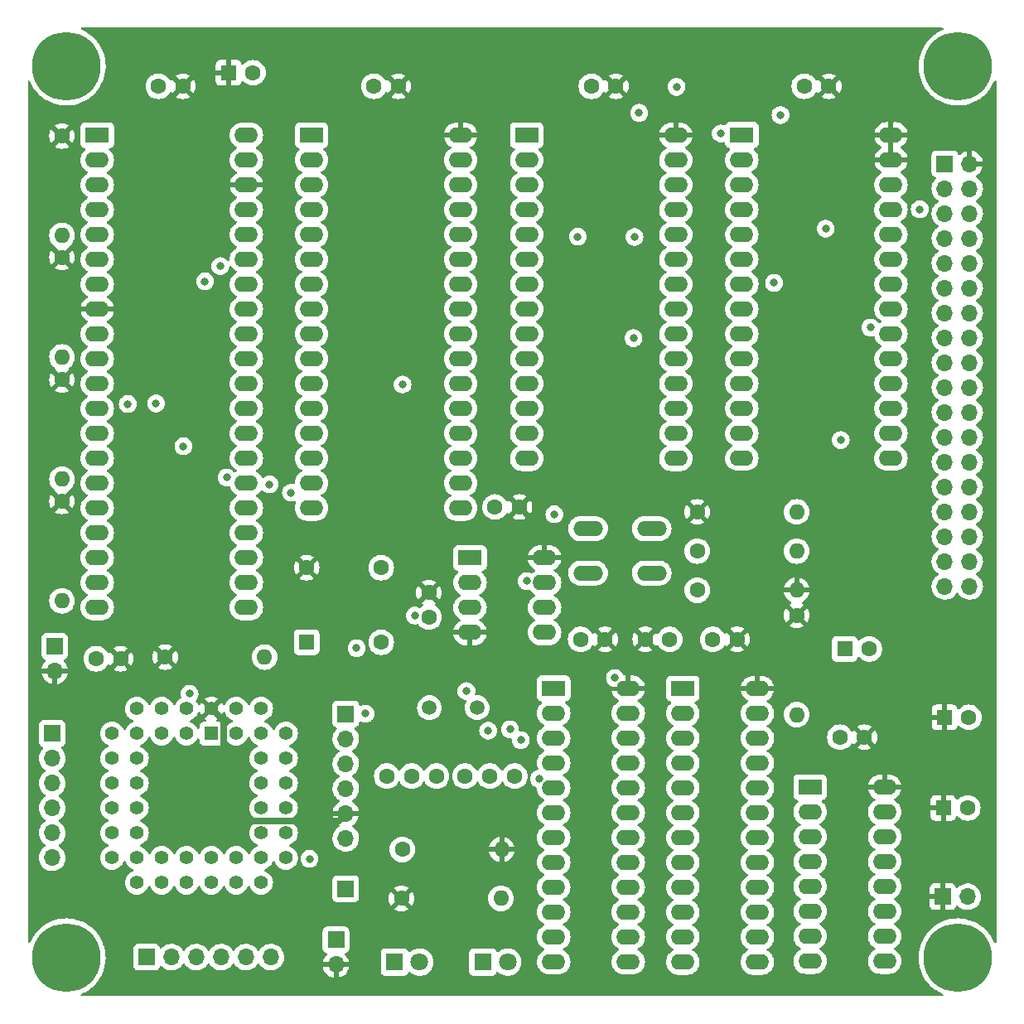
<source format=gbr>
%TF.GenerationSoftware,KiCad,Pcbnew,(6.0.0-0)*%
%TF.CreationDate,2022-07-13T23:36:50+01:00*%
%TF.ProjectId,rosco_6502,726f7363-6f5f-4363-9530-322e6b696361,0*%
%TF.SameCoordinates,Original*%
%TF.FileFunction,Copper,L2,Inr*%
%TF.FilePolarity,Positive*%
%FSLAX46Y46*%
G04 Gerber Fmt 4.6, Leading zero omitted, Abs format (unit mm)*
G04 Created by KiCad (PCBNEW (6.0.0-0)) date 2022-07-13 23:36:50*
%MOMM*%
%LPD*%
G01*
G04 APERTURE LIST*
%TA.AperFunction,ComponentPad*%
%ADD10C,1.600000*%
%TD*%
%TA.AperFunction,ComponentPad*%
%ADD11R,1.800000X1.800000*%
%TD*%
%TA.AperFunction,ComponentPad*%
%ADD12C,1.800000*%
%TD*%
%TA.AperFunction,ComponentPad*%
%ADD13R,1.700000X1.700000*%
%TD*%
%TA.AperFunction,ComponentPad*%
%ADD14O,1.700000X1.700000*%
%TD*%
%TA.AperFunction,ComponentPad*%
%ADD15O,1.600000X1.600000*%
%TD*%
%TA.AperFunction,ComponentPad*%
%ADD16R,2.400000X1.600000*%
%TD*%
%TA.AperFunction,ComponentPad*%
%ADD17O,2.400000X1.600000*%
%TD*%
%TA.AperFunction,ComponentPad*%
%ADD18R,1.600000X1.600000*%
%TD*%
%TA.AperFunction,ComponentPad*%
%ADD19C,7.000000*%
%TD*%
%TA.AperFunction,ComponentPad*%
%ADD20C,1.500000*%
%TD*%
%TA.AperFunction,ComponentPad*%
%ADD21C,1.600200*%
%TD*%
%TA.AperFunction,ComponentPad*%
%ADD22O,3.048000X1.524000*%
%TD*%
%TA.AperFunction,ComponentPad*%
%ADD23R,1.422400X1.422400*%
%TD*%
%TA.AperFunction,ComponentPad*%
%ADD24C,1.422400*%
%TD*%
%TA.AperFunction,ViaPad*%
%ADD25C,0.800000*%
%TD*%
%TA.AperFunction,Conductor*%
%ADD26C,0.700000*%
%TD*%
G04 APERTURE END LIST*
D10*
%TO.N,GND*%
%TO.C,C15*%
X91500000Y-114000000D03*
%TO.N,VCC*%
X94000000Y-114000000D03*
%TD*%
%TO.N,GND*%
%TO.C,C17*%
X167500000Y-122030000D03*
%TO.N,VCC*%
X170000000Y-122030000D03*
%TD*%
D11*
%TO.N,Net-(IC3-Pad16)*%
%TO.C,LED1*%
X122000000Y-145000000D03*
D12*
%TO.N,Net-(LED1-Pad2)*%
X124540000Y-145000000D03*
%TD*%
D10*
%TO.N,VCC*%
%TO.C,C9*%
X147610000Y-112030000D03*
%TO.N,Net-(C9-Pad2)*%
X150110000Y-112030000D03*
%TD*%
D13*
%TO.N,GND*%
%TO.C,J1*%
X96650000Y-144500000D03*
D14*
%TO.N,RTSA*%
X99190000Y-144500000D03*
%TO.N,VCCUA*%
X101730000Y-144500000D03*
%TO.N,RXDA*%
X104270000Y-144500000D03*
%TO.N,TXDA*%
X106810000Y-144500000D03*
%TO.N,CTSA*%
X109350000Y-144500000D03*
%TD*%
D10*
%TO.N,GND*%
%TO.C,C1*%
X142108300Y-55500000D03*
%TO.N,VCC*%
X144608300Y-55500000D03*
%TD*%
%TO.N,Net-(R9-Pad1)*%
%TO.C,R9*%
X152920000Y-103000000D03*
D15*
%TO.N,GND*%
X163080000Y-103000000D03*
%TD*%
D10*
%TO.N,GND*%
%TO.C,C13*%
X132250000Y-98500000D03*
%TO.N,VCC*%
X134750000Y-98500000D03*
%TD*%
%TO.N,VCC*%
%TO.C,R10*%
X98550000Y-113830000D03*
D15*
%TO.N,Net-(R10-Pad2)*%
X108710000Y-113830000D03*
%TD*%
D10*
%TO.N,GND*%
%TO.C,C10*%
X97858300Y-55500000D03*
%TO.N,VCC*%
X100358300Y-55500000D03*
%TD*%
D16*
%TO.N,~{RESET}*%
%TO.C,U4*%
X164450000Y-127130000D03*
D17*
%TO.N,BANK0*%
X164450000Y-129670000D03*
%TO.N,D0*%
X164450000Y-132210000D03*
%TO.N,D1*%
X164450000Y-134750000D03*
%TO.N,BANK1*%
X164450000Y-137290000D03*
%TO.N,D2*%
X164450000Y-139830000D03*
%TO.N,BANK2*%
X164450000Y-142370000D03*
%TO.N,GND*%
X164450000Y-144910000D03*
%TO.N,BANKCLK*%
X172070000Y-144910000D03*
%TO.N,BANK3*%
X172070000Y-142370000D03*
%TO.N,D3*%
X172070000Y-139830000D03*
%TO.N,unconnected-(U4-Pad12)*%
X172070000Y-137290000D03*
%TO.N,GND*%
X172070000Y-134750000D03*
X172070000Y-132210000D03*
%TO.N,unconnected-(U4-Pad15)*%
X172070000Y-129670000D03*
%TO.N,VCC*%
X172070000Y-127130000D03*
%TD*%
D16*
%TO.N,GND*%
%TO.C,U2*%
X135491700Y-60500000D03*
D17*
%TO.N,A12*%
X135491700Y-63040000D03*
%TO.N,A7*%
X135491700Y-65580000D03*
%TO.N,A6*%
X135491700Y-68120000D03*
%TO.N,A5*%
X135491700Y-70660000D03*
%TO.N,A4*%
X135491700Y-73200000D03*
%TO.N,A3*%
X135491700Y-75740000D03*
%TO.N,A2*%
X135491700Y-78280000D03*
%TO.N,A1*%
X135491700Y-80820000D03*
%TO.N,A0*%
X135491700Y-83360000D03*
%TO.N,D0*%
X135491700Y-85900000D03*
%TO.N,D1*%
X135491700Y-88440000D03*
%TO.N,D2*%
X135491700Y-90980000D03*
%TO.N,GND*%
X135491700Y-93520000D03*
%TO.N,D3*%
X150731700Y-93520000D03*
%TO.N,D4*%
X150731700Y-90980000D03*
%TO.N,D5*%
X150731700Y-88440000D03*
%TO.N,D6*%
X150731700Y-85900000D03*
%TO.N,D7*%
X150731700Y-83360000D03*
%TO.N,~{LOWRAM}*%
X150731700Y-80820000D03*
%TO.N,A10*%
X150731700Y-78280000D03*
%TO.N,~{RD}*%
X150731700Y-75740000D03*
%TO.N,A11*%
X150731700Y-73200000D03*
%TO.N,A9*%
X150731700Y-70660000D03*
%TO.N,A8*%
X150731700Y-68120000D03*
%TO.N,A13*%
X150731700Y-65580000D03*
%TO.N,~{WR}*%
X150731700Y-63040000D03*
%TO.N,VCC*%
X150731700Y-60500000D03*
%TD*%
D16*
%TO.N,A15*%
%TO.C,IC2*%
X138250000Y-117030000D03*
D17*
%TO.N,A14*%
X138250000Y-119570000D03*
%TO.N,A13*%
X138250000Y-122110000D03*
%TO.N,A12*%
X138250000Y-124650000D03*
%TO.N,A11*%
X138250000Y-127190000D03*
%TO.N,A10*%
X138250000Y-129730000D03*
%TO.N,A9*%
X138250000Y-132270000D03*
%TO.N,A8*%
X138250000Y-134810000D03*
%TO.N,A7*%
X138250000Y-137350000D03*
%TO.N,A6*%
X138250000Y-139890000D03*
%TO.N,A5*%
X138250000Y-142430000D03*
%TO.N,GND*%
X138250000Y-144970000D03*
%TO.N,A4*%
X145870000Y-144970000D03*
%TO.N,A3*%
X145870000Y-142430000D03*
%TO.N,A2*%
X145870000Y-139890000D03*
%TO.N,A1*%
X145870000Y-137350000D03*
%TO.N,A0*%
X145870000Y-134810000D03*
%TO.N,~{LOWRAM}*%
X145870000Y-132270000D03*
%TO.N,~{BANKRAM}*%
X145870000Y-129730000D03*
%TO.N,~{IO}*%
X145870000Y-127190000D03*
%TO.N,~{ROM}*%
X145870000Y-124650000D03*
%TO.N,BANKSEL*%
X145870000Y-122110000D03*
%TO.N,~{DUASEL}*%
X145870000Y-119570000D03*
%TO.N,VCC*%
X145870000Y-117030000D03*
%TD*%
D18*
%TO.N,Net-(R10-Pad2)*%
%TO.C,X1*%
X113000000Y-112310000D03*
D10*
%TO.N,GND*%
X120620000Y-112310000D03*
%TO.N,CLK*%
X120620000Y-104690000D03*
%TO.N,VCC*%
X113000000Y-104690000D03*
%TD*%
%TO.N,VCC*%
%TO.C,R1*%
X88000000Y-60580000D03*
D15*
%TO.N,RDY*%
X88000000Y-70740000D03*
%TD*%
D19*
%TO.N,GND*%
%TO.C,H4*%
X179550000Y-144550000D03*
%TD*%
D18*
%TO.N,Net-(C8-Pad1)*%
%TO.C,C8*%
X168000000Y-113000000D03*
D10*
%TO.N,GND*%
X170500000Y-113000000D03*
%TD*%
D13*
%TO.N,SPICS*%
%TO.C,J3*%
X117000000Y-119650000D03*
D14*
%TO.N,SPICLK*%
X117000000Y-122190000D03*
%TO.N,SPIMOSI*%
X117000000Y-124730000D03*
%TO.N,SPIMISO*%
X117000000Y-127270000D03*
%TO.N,VCC*%
X117000000Y-129810000D03*
%TO.N,GND*%
X117000000Y-132350000D03*
%TD*%
D13*
%TO.N,VCCUB*%
%TO.C,JP2*%
X87250000Y-112725000D03*
D14*
%TO.N,VCC*%
X87250000Y-115265000D03*
%TD*%
D10*
%TO.N,Net-(C8-Pad1)*%
%TO.C,R8*%
X152920000Y-107000000D03*
D15*
%TO.N,VCC*%
X163080000Y-107000000D03*
%TD*%
D20*
%TO.N,Net-(C6-Pad2)*%
%TO.C,Q1*%
X125550000Y-119000000D03*
%TO.N,Net-(C7-Pad2)*%
X130430000Y-119000000D03*
%TD*%
D16*
%TO.N,CLK*%
%TO.C,IC5*%
X151450000Y-117055000D03*
D17*
%TO.N,~{DUADTACK}*%
X151450000Y-119595000D03*
%TO.N,~{DUASEL}*%
X151450000Y-122135000D03*
%TO.N,R{slash}~{W}*%
X151450000Y-124675000D03*
%TO.N,HWRST*%
X151450000Y-127215000D03*
%TO.N,BANKSEL*%
X151450000Y-129755000D03*
%TO.N,~{VP}*%
X151450000Y-132295000D03*
%TO.N,~{ML}*%
X151450000Y-134835000D03*
%TO.N,IRQ*%
X151450000Y-137375000D03*
%TO.N,~{ROM}*%
X151450000Y-139915000D03*
%TO.N,~{IO}*%
X151450000Y-142455000D03*
%TO.N,GND*%
X151450000Y-144995000D03*
%TO.N,unconnected-(IC5-Pad13)*%
X159070000Y-144995000D03*
%TO.N,BANKCLK*%
X159070000Y-142455000D03*
%TO.N,unconnected-(IC5-Pad15)*%
X159070000Y-139915000D03*
%TO.N,unconnected-(IC5-Pad16)*%
X159070000Y-137375000D03*
%TO.N,~{ROMOE}*%
X159070000Y-134835000D03*
%TO.N,unconnected-(IC5-Pad18)*%
X159070000Y-132295000D03*
%TO.N,NMI*%
X159070000Y-129755000D03*
%TO.N,~{RESET}*%
X159070000Y-127215000D03*
%TO.N,~{RD}*%
X159070000Y-124675000D03*
%TO.N,~{WR}*%
X159070000Y-122135000D03*
%TO.N,RDY*%
X159070000Y-119595000D03*
%TO.N,VCC*%
X159070000Y-117055000D03*
%TD*%
D10*
%TO.N,GND*%
%TO.C,C14*%
X163858300Y-55500000D03*
%TO.N,VCC*%
X166358300Y-55500000D03*
%TD*%
%TO.N,GND*%
%TO.C,C16*%
X154500000Y-112030000D03*
%TO.N,VCC*%
X157000000Y-112030000D03*
%TD*%
D19*
%TO.N,GND*%
%TO.C,H1*%
X88450000Y-53450000D03*
%TD*%
D10*
%TO.N,VCC*%
%TO.C,R4*%
X88000000Y-97920000D03*
D15*
%TO.N,NMI*%
X88000000Y-108080000D03*
%TD*%
D21*
%TO.N,GND*%
%TO.C,C6*%
X123730000Y-126000000D03*
X121190000Y-126000000D03*
%TO.N,Net-(C6-Pad2)*%
X126270000Y-126000000D03*
%TD*%
D10*
%TO.N,VCC*%
%TO.C,R3*%
X88000000Y-85500000D03*
D15*
%TO.N,IRQ*%
X88000000Y-95660000D03*
%TD*%
D18*
%TO.N,VCC*%
%TO.C,C3*%
X105026000Y-54125000D03*
D10*
%TO.N,GND*%
X107526000Y-54125000D03*
%TD*%
D13*
%TO.N,A0*%
%TO.C,J5*%
X178225000Y-63425000D03*
D14*
%TO.N,VCC*%
X180765000Y-63425000D03*
%TO.N,A1*%
X178225000Y-65965000D03*
%TO.N,CLK*%
X180765000Y-65965000D03*
%TO.N,A2*%
X178225000Y-68505000D03*
%TO.N,GND*%
X180765000Y-68505000D03*
%TO.N,A3*%
X178225000Y-71045000D03*
%TO.N,R{slash}~{W}*%
X180765000Y-71045000D03*
%TO.N,A4*%
X178225000Y-73585000D03*
%TO.N,~{RESET}*%
X180765000Y-73585000D03*
%TO.N,A5*%
X178225000Y-76125000D03*
%TO.N,RDY*%
X180765000Y-76125000D03*
%TO.N,A6*%
X178225000Y-78665000D03*
%TO.N,NMI*%
X180765000Y-78665000D03*
%TO.N,A7*%
X178225000Y-81205000D03*
%TO.N,IRQ*%
X180765000Y-81205000D03*
%TO.N,A8*%
X178225000Y-83745000D03*
%TO.N,SYNC*%
X180765000Y-83745000D03*
%TO.N,A9*%
X178225000Y-86285000D03*
%TO.N,BE*%
X180765000Y-86285000D03*
%TO.N,A10*%
X178225000Y-88825000D03*
%TO.N,D7*%
X180765000Y-88825000D03*
%TO.N,A11*%
X178225000Y-91365000D03*
%TO.N,D6*%
X180765000Y-91365000D03*
%TO.N,A12*%
X178225000Y-93905000D03*
%TO.N,D5*%
X180765000Y-93905000D03*
%TO.N,A13*%
X178225000Y-96445000D03*
%TO.N,D4*%
X180765000Y-96445000D03*
%TO.N,A14*%
X178225000Y-98985000D03*
%TO.N,D3*%
X180765000Y-98985000D03*
%TO.N,A15*%
X178225000Y-101525000D03*
%TO.N,D2*%
X180765000Y-101525000D03*
%TO.N,~{VP}*%
X178225000Y-104065000D03*
%TO.N,D1*%
X180765000Y-104065000D03*
%TO.N,~{ML}*%
X178225000Y-106605000D03*
%TO.N,D0*%
X180765000Y-106605000D03*
%TD*%
D18*
%TO.N,VCC*%
%TO.C,C5*%
X178182400Y-120000000D03*
D10*
%TO.N,GND*%
X180682400Y-120000000D03*
%TD*%
%TO.N,VCC*%
%TO.C,R7*%
X152920000Y-99000000D03*
D15*
%TO.N,~{RESET}*%
X163080000Y-99000000D03*
%TD*%
D16*
%TO.N,GND*%
%TO.C,IC4*%
X129700000Y-103700000D03*
D17*
%TO.N,Net-(C8-Pad1)*%
X129700000Y-106240000D03*
%TO.N,HWRST*%
X129700000Y-108780000D03*
%TO.N,VCC*%
X129700000Y-111320000D03*
%TO.N,Net-(C9-Pad2)*%
X137320000Y-111320000D03*
%TO.N,Net-(C8-Pad1)*%
X137320000Y-108780000D03*
%TO.N,unconnected-(IC4-Pad7)*%
X137320000Y-106240000D03*
%TO.N,VCC*%
X137320000Y-103700000D03*
%TD*%
D13*
%TO.N,GND*%
%TO.C,J2*%
X87000000Y-121650000D03*
D14*
%TO.N,RTSB*%
X87000000Y-124190000D03*
%TO.N,VCCUB*%
X87000000Y-126730000D03*
%TO.N,RXDB*%
X87000000Y-129270000D03*
%TO.N,TXDB*%
X87000000Y-131810000D03*
%TO.N,CTSB*%
X87000000Y-134350000D03*
%TD*%
D16*
%TO.N,unconnected-(U3-Pad1)*%
%TO.C,U3*%
X157483300Y-60475000D03*
D17*
%TO.N,A12*%
X157483300Y-63015000D03*
%TO.N,A7*%
X157483300Y-65555000D03*
%TO.N,A6*%
X157483300Y-68095000D03*
%TO.N,A5*%
X157483300Y-70635000D03*
%TO.N,A4*%
X157483300Y-73175000D03*
%TO.N,A3*%
X157483300Y-75715000D03*
%TO.N,A2*%
X157483300Y-78255000D03*
%TO.N,A1*%
X157483300Y-80795000D03*
%TO.N,A0*%
X157483300Y-83335000D03*
%TO.N,D0*%
X157483300Y-85875000D03*
%TO.N,D1*%
X157483300Y-88415000D03*
%TO.N,D2*%
X157483300Y-90955000D03*
%TO.N,GND*%
X157483300Y-93495000D03*
%TO.N,D3*%
X172723300Y-93495000D03*
%TO.N,D4*%
X172723300Y-90955000D03*
%TO.N,D5*%
X172723300Y-88415000D03*
%TO.N,D6*%
X172723300Y-85875000D03*
%TO.N,D7*%
X172723300Y-83335000D03*
%TO.N,GND*%
X172723300Y-80795000D03*
%TO.N,A10*%
X172723300Y-78255000D03*
%TO.N,~{ROMOE}*%
X172723300Y-75715000D03*
%TO.N,A11*%
X172723300Y-73175000D03*
%TO.N,A9*%
X172723300Y-70635000D03*
%TO.N,A8*%
X172723300Y-68095000D03*
%TO.N,unconnected-(U3-Pad26)*%
X172723300Y-65555000D03*
%TO.N,VCC*%
X172723300Y-63015000D03*
X172723300Y-60475000D03*
%TD*%
D21*
%TO.N,GND*%
%TO.C,C7*%
X131730000Y-126000000D03*
X129190000Y-126000000D03*
%TO.N,Net-(C7-Pad2)*%
X134270000Y-126000000D03*
%TD*%
D22*
%TO.N,Net-(R9-Pad1)*%
%TO.C,S1*%
X141758800Y-100719400D03*
%TO.N,unconnected-(S1-Pad2)*%
X148261200Y-100719400D03*
%TO.N,Net-(C8-Pad1)*%
X141758800Y-105240600D03*
%TO.N,unconnected-(S1-Pad4)*%
X148261200Y-105240600D03*
%TD*%
D18*
%TO.N,VCC*%
%TO.C,C4*%
X178067621Y-129250000D03*
D10*
%TO.N,GND*%
X180567621Y-129250000D03*
%TD*%
D19*
%TO.N,GND*%
%TO.C,H3*%
X88450000Y-144550000D03*
%TD*%
D13*
%TO.N,VCCUA*%
%TO.C,JP1*%
X116000000Y-142725000D03*
D14*
%TO.N,VCC*%
X116000000Y-145265000D03*
%TD*%
D19*
%TO.N,GND*%
%TO.C,H2*%
X179550000Y-53450000D03*
%TD*%
D10*
%TO.N,Net-(LED1-Pad2)*%
%TO.C,R5*%
X122775000Y-133500000D03*
D15*
%TO.N,VCC*%
X132935000Y-133500000D03*
%TD*%
D10*
%TO.N,VCC*%
%TO.C,R6*%
X122695000Y-138500000D03*
D15*
%TO.N,Net-(LED2-Pad2)*%
X132855000Y-138500000D03*
%TD*%
D13*
%TO.N,SPICS2*%
%TO.C,J4*%
X117000000Y-137500000D03*
%TD*%
D23*
%TO.N,unconnected-(IC3-Pad1)*%
%TO.C,IC3*%
X103270000Y-121650000D03*
D24*
%TO.N,A0*%
X100730000Y-119110000D03*
%TO.N,GND*%
X100730000Y-121650000D03*
%TO.N,A1*%
X98190000Y-119110000D03*
%TO.N,CTSB*%
X98190000Y-121650000D03*
%TO.N,A2*%
X95650000Y-119110000D03*
%TO.N,A3*%
X93110000Y-121650000D03*
%TO.N,CTSA*%
X95650000Y-121650000D03*
%TO.N,R{slash}~{W}*%
X93110000Y-124190000D03*
%TO.N,~{DUADTACK}*%
X95650000Y-124190000D03*
%TO.N,RXDB*%
X93110000Y-126730000D03*
%TO.N,unconnected-(IC3-Pad12)*%
X95650000Y-126730000D03*
%TO.N,TXDB*%
X93110000Y-129270000D03*
%TO.N,RTSB*%
X95650000Y-129270000D03*
%TO.N,Net-(IC3-Pad15)*%
X93110000Y-131810000D03*
%TO.N,Net-(IC3-Pad16)*%
X95650000Y-131810000D03*
%TO.N,SPICS2*%
X93110000Y-134350000D03*
%TO.N,D1*%
X95650000Y-136890000D03*
%TO.N,D3*%
X95650000Y-134350000D03*
%TO.N,D5*%
X98190000Y-136890000D03*
%TO.N,D7*%
X98190000Y-134350000D03*
%TO.N,GND*%
X100730000Y-136890000D03*
%TO.N,unconnected-(IC3-Pad23)*%
X100730000Y-134350000D03*
%TO.N,IRQ*%
X103270000Y-136890000D03*
%TO.N,D6*%
X103270000Y-134350000D03*
%TO.N,D4*%
X105810000Y-136890000D03*
%TO.N,D2*%
X105810000Y-134350000D03*
%TO.N,D0*%
X108350000Y-136890000D03*
%TO.N,SPIMOSI*%
X110890000Y-134350000D03*
%TO.N,SPICLK*%
X108350000Y-134350000D03*
%TO.N,SPICS*%
X110890000Y-131810000D03*
%TO.N,RTSA*%
X108350000Y-131810000D03*
%TO.N,TXDA*%
X110890000Y-129270000D03*
%TO.N,unconnected-(IC3-Pad34)*%
X108350000Y-129270000D03*
%TO.N,RXDA*%
X110890000Y-126730000D03*
%TO.N,Net-(C6-Pad2)*%
X108350000Y-126730000D03*
%TO.N,Net-(C7-Pad2)*%
X110890000Y-124190000D03*
%TO.N,~{RESET}*%
X108350000Y-124190000D03*
%TO.N,~{DUASEL}*%
X110890000Y-121650000D03*
%TO.N,SPIMISO*%
X108350000Y-119110000D03*
%TO.N,unconnected-(IC3-Pad41)*%
X108350000Y-121650000D03*
%TO.N,unconnected-(IC3-Pad42)*%
X105810000Y-119110000D03*
%TO.N,unconnected-(IC3-Pad43)*%
X105810000Y-121650000D03*
%TO.N,VCC*%
X103270000Y-119110000D03*
%TD*%
D10*
%TO.N,VCC*%
%TO.C,R11*%
X163080000Y-109560000D03*
D15*
%TO.N,~{DUADTACK}*%
X163080000Y-119720000D03*
%TD*%
D10*
%TO.N,GND*%
%TO.C,C11*%
X119875000Y-55500000D03*
%TO.N,VCC*%
X122375000Y-55500000D03*
%TD*%
%TO.N,GND*%
%TO.C,C12*%
X125500000Y-109750000D03*
%TO.N,VCC*%
X125500000Y-107250000D03*
%TD*%
%TO.N,GND*%
%TO.C,C2*%
X141000000Y-112030000D03*
%TO.N,VCC*%
X143500000Y-112030000D03*
%TD*%
%TO.N,VCC*%
%TO.C,R2*%
X88000000Y-73000000D03*
D15*
%TO.N,BE*%
X88000000Y-83160000D03*
%TD*%
D13*
%TO.N,VCC*%
%TO.C,J6*%
X178015000Y-138330000D03*
D14*
%TO.N,GND*%
X180555000Y-138330000D03*
%TD*%
D16*
%TO.N,~{VP}*%
%TO.C,IC1*%
X91608300Y-60500000D03*
D17*
%TO.N,RDY*%
X91608300Y-63040000D03*
%TO.N,unconnected-(IC1-Pad3)*%
X91608300Y-65580000D03*
%TO.N,IRQ*%
X91608300Y-68120000D03*
%TO.N,~{ML}*%
X91608300Y-70660000D03*
%TO.N,NMI*%
X91608300Y-73200000D03*
%TO.N,SYNC*%
X91608300Y-75740000D03*
%TO.N,VCC*%
X91608300Y-78280000D03*
%TO.N,A0*%
X91608300Y-80820000D03*
%TO.N,A1*%
X91608300Y-83360000D03*
%TO.N,A2*%
X91608300Y-85900000D03*
%TO.N,A3*%
X91608300Y-88440000D03*
%TO.N,A4*%
X91608300Y-90980000D03*
%TO.N,A5*%
X91608300Y-93520000D03*
%TO.N,A6*%
X91608300Y-96060000D03*
%TO.N,A7*%
X91608300Y-98600000D03*
%TO.N,A8*%
X91608300Y-101140000D03*
%TO.N,A9*%
X91608300Y-103680000D03*
%TO.N,A10*%
X91608300Y-106220000D03*
%TO.N,A11*%
X91608300Y-108760000D03*
%TO.N,GND*%
X106848300Y-108760000D03*
%TO.N,A12*%
X106848300Y-106220000D03*
%TO.N,A13*%
X106848300Y-103680000D03*
%TO.N,A14*%
X106848300Y-101140000D03*
%TO.N,A15*%
X106848300Y-98600000D03*
%TO.N,D7*%
X106848300Y-96060000D03*
%TO.N,D6*%
X106848300Y-93520000D03*
%TO.N,D5*%
X106848300Y-90980000D03*
%TO.N,D4*%
X106848300Y-88440000D03*
%TO.N,D3*%
X106848300Y-85900000D03*
%TO.N,D2*%
X106848300Y-83360000D03*
%TO.N,D1*%
X106848300Y-80820000D03*
%TO.N,D0*%
X106848300Y-78280000D03*
%TO.N,R{slash}~{W}*%
X106848300Y-75740000D03*
%TO.N,unconnected-(IC1-Pad35)*%
X106848300Y-73200000D03*
%TO.N,BE*%
X106848300Y-70660000D03*
%TO.N,CLK*%
X106848300Y-68120000D03*
%TO.N,VCC*%
X106848300Y-65580000D03*
%TO.N,unconnected-(IC1-Pad39)*%
X106848300Y-63040000D03*
%TO.N,~{RESET}*%
X106848300Y-60500000D03*
%TD*%
D11*
%TO.N,Net-(IC3-Pad15)*%
%TO.C,LED2*%
X131000000Y-145000000D03*
D12*
%TO.N,Net-(LED2-Pad2)*%
X133540000Y-145000000D03*
%TD*%
D16*
%TO.N,BANK3*%
%TO.C,U1*%
X113500000Y-60500000D03*
D17*
%TO.N,BANK1*%
X113500000Y-63040000D03*
%TO.N,A15*%
X113500000Y-65580000D03*
%TO.N,A12*%
X113500000Y-68120000D03*
%TO.N,A7*%
X113500000Y-70660000D03*
%TO.N,A6*%
X113500000Y-73200000D03*
%TO.N,A5*%
X113500000Y-75740000D03*
%TO.N,A4*%
X113500000Y-78280000D03*
%TO.N,A3*%
X113500000Y-80820000D03*
%TO.N,A2*%
X113500000Y-83360000D03*
%TO.N,A1*%
X113500000Y-85900000D03*
%TO.N,A0*%
X113500000Y-88440000D03*
%TO.N,D0*%
X113500000Y-90980000D03*
%TO.N,D1*%
X113500000Y-93520000D03*
%TO.N,D2*%
X113500000Y-96060000D03*
%TO.N,GND*%
X113500000Y-98600000D03*
%TO.N,D3*%
X128740000Y-98600000D03*
%TO.N,D4*%
X128740000Y-96060000D03*
%TO.N,D5*%
X128740000Y-93520000D03*
%TO.N,D6*%
X128740000Y-90980000D03*
%TO.N,D7*%
X128740000Y-88440000D03*
%TO.N,~{BANKRAM}*%
X128740000Y-85900000D03*
%TO.N,A10*%
X128740000Y-83360000D03*
%TO.N,~{RD}*%
X128740000Y-80820000D03*
%TO.N,A11*%
X128740000Y-78280000D03*
%TO.N,A9*%
X128740000Y-75740000D03*
%TO.N,A8*%
X128740000Y-73200000D03*
%TO.N,A13*%
X128740000Y-70660000D03*
%TO.N,~{WR}*%
X128740000Y-68120000D03*
%TO.N,BANK2*%
X128740000Y-65580000D03*
%TO.N,BANK0*%
X128740000Y-63040000D03*
%TO.N,VCC*%
X128740000Y-60500000D03*
%TD*%
D25*
%TO.N,A7*%
X175660000Y-68070000D03*
%TO.N,~{ROMOE}*%
X170624500Y-80150000D03*
%TO.N,~{VP}*%
X155321400Y-60324300D03*
%TO.N,RDY*%
X150810000Y-55560000D03*
%TO.N,A12*%
X104173300Y-73875200D03*
%TO.N,A13*%
X138313500Y-99239100D03*
%TO.N,A14*%
X135495100Y-106062100D03*
%TO.N,~{ML}*%
X101032200Y-117594400D03*
%TO.N,SYNC*%
X100406500Y-92290400D03*
%TO.N,D5*%
X109212700Y-96194100D03*
%TO.N,A0*%
X119014800Y-119610400D03*
%TO.N,D4*%
X111401900Y-97043400D03*
%TO.N,A1*%
X97612200Y-87915300D03*
%TO.N,D3*%
X104824000Y-95474600D03*
%TO.N,A2*%
X166049900Y-70055000D03*
%TO.N,D2*%
X167583100Y-91648900D03*
%TO.N,D1*%
X94720800Y-87969600D03*
%TO.N,A5*%
X160772700Y-75584200D03*
%TO.N,R{slash}~{W}*%
X102616000Y-75438000D03*
X146980000Y-58220000D03*
X146510000Y-70900000D03*
X140720000Y-70880000D03*
X161430000Y-58440000D03*
%TO.N,A6*%
X122805000Y-85972300D03*
%TO.N,A7*%
X124059700Y-109593000D03*
%TO.N,A8*%
X129336500Y-117314700D03*
%TO.N,A9*%
X133790400Y-121221800D03*
%TO.N,A10*%
X131551000Y-121359000D03*
%TO.N,A11*%
X134892701Y-122317299D03*
%TO.N,~{LOWRAM}*%
X146410000Y-81240000D03*
%TO.N,~{BANKRAM}*%
X136750200Y-126270000D03*
%TO.N,~{DUASEL}*%
X118110000Y-112918080D03*
%TO.N,TXDA*%
X113288500Y-134462400D03*
%TO.N,HWRST*%
X144504500Y-115979600D03*
%TD*%
D26*
%TO.N,VCC*%
X106549289Y-130549289D02*
X116260711Y-130549289D01*
X116260711Y-130549289D02*
X117000000Y-129810000D01*
X103270000Y-119110000D02*
X104530711Y-120370711D01*
X104530711Y-120370711D02*
X104530711Y-128530711D01*
X104530711Y-128530711D02*
X106549289Y-130549289D01*
%TD*%
%TA.AperFunction,Conductor*%
%TO.N,VCC*%
G36*
X178019695Y-49528002D02*
G01*
X178066188Y-49581658D01*
X178076292Y-49651932D01*
X178046798Y-49716512D01*
X178004426Y-49748379D01*
X177690638Y-49893369D01*
X177352446Y-50091785D01*
X177192444Y-50208033D01*
X177037711Y-50320453D01*
X177037705Y-50320458D01*
X177035230Y-50322256D01*
X177032944Y-50324285D01*
X177032941Y-50324288D01*
X176953123Y-50395154D01*
X176742017Y-50582583D01*
X176739938Y-50584828D01*
X176739931Y-50584835D01*
X176477694Y-50868026D01*
X176475608Y-50870279D01*
X176442836Y-50913455D01*
X176331641Y-51059949D01*
X176238544Y-51182599D01*
X176033089Y-51516562D01*
X175861203Y-51868980D01*
X175724527Y-52236489D01*
X175624367Y-52615581D01*
X175614981Y-52673534D01*
X175563120Y-52993730D01*
X175561677Y-53002638D01*
X175561483Y-53005718D01*
X175561483Y-53005720D01*
X175543354Y-53293883D01*
X175537057Y-53393965D01*
X175537165Y-53397054D01*
X175547083Y-53681067D01*
X175550741Y-53785827D01*
X175551147Y-53788871D01*
X175551148Y-53788881D01*
X175564854Y-53891598D01*
X175602599Y-54174484D01*
X175603299Y-54177468D01*
X175603300Y-54177474D01*
X175661694Y-54426434D01*
X175692136Y-54556225D01*
X175818496Y-54927407D01*
X175980475Y-55284487D01*
X176176525Y-55624056D01*
X176178314Y-55626554D01*
X176178316Y-55626558D01*
X176392174Y-55925271D01*
X176404776Y-55942874D01*
X176406802Y-55945189D01*
X176406805Y-55945192D01*
X176414713Y-55954225D01*
X176663049Y-56237896D01*
X176948878Y-56506308D01*
X177259536Y-56745546D01*
X177262139Y-56747173D01*
X177262144Y-56747176D01*
X177366712Y-56812517D01*
X177592056Y-56953328D01*
X177943266Y-57127670D01*
X178309812Y-57266907D01*
X178688195Y-57369712D01*
X178986419Y-57420153D01*
X179071783Y-57434591D01*
X179071786Y-57434591D01*
X179074805Y-57435102D01*
X179229444Y-57445916D01*
X179462885Y-57462240D01*
X179462893Y-57462240D01*
X179465951Y-57462454D01*
X179718037Y-57455413D01*
X179854825Y-57451592D01*
X179854828Y-57451592D01*
X179857899Y-57451506D01*
X179860952Y-57451120D01*
X179860956Y-57451120D01*
X180006263Y-57432763D01*
X180246908Y-57402362D01*
X180249912Y-57401680D01*
X180249915Y-57401679D01*
X180626269Y-57316174D01*
X180626275Y-57316172D01*
X180629265Y-57315493D01*
X180637144Y-57312872D01*
X180998396Y-57192700D01*
X180998402Y-57192698D01*
X181001320Y-57191727D01*
X181142735Y-57128765D01*
X181356722Y-57033492D01*
X181356728Y-57033489D01*
X181359522Y-57032245D01*
X181362191Y-57030729D01*
X181697784Y-56840086D01*
X181697790Y-56840083D01*
X181700452Y-56838570D01*
X181852247Y-56731490D01*
X182018342Y-56614323D01*
X182018346Y-56614320D01*
X182020855Y-56612550D01*
X182148580Y-56502301D01*
X182315347Y-56358353D01*
X182315351Y-56358349D01*
X182317674Y-56356344D01*
X182325433Y-56348197D01*
X182564696Y-56096944D01*
X182588074Y-56072395D01*
X182680399Y-55954225D01*
X182827565Y-55765860D01*
X182827567Y-55765857D01*
X182829475Y-55763415D01*
X183039574Y-55432354D01*
X183041509Y-55428525D01*
X183124187Y-55264849D01*
X183216363Y-55082370D01*
X183237152Y-55028774D01*
X183248527Y-54999446D01*
X183291810Y-54943169D01*
X183358647Y-54919226D01*
X183427819Y-54935218D01*
X183477364Y-54986069D01*
X183492000Y-55045011D01*
X183492000Y-142948883D01*
X183471998Y-143017004D01*
X183418342Y-143063497D01*
X183348068Y-143073601D01*
X183283488Y-143044107D01*
X183251992Y-143002531D01*
X183101673Y-142683087D01*
X183093564Y-142665854D01*
X183091997Y-142663225D01*
X183091992Y-142663216D01*
X182894361Y-142331689D01*
X182892791Y-142329055D01*
X182890977Y-142326595D01*
X182890972Y-142326587D01*
X182661933Y-142015926D01*
X182661931Y-142015923D01*
X182660111Y-142013455D01*
X182397744Y-141722068D01*
X182108195Y-141457673D01*
X181794228Y-141222795D01*
X181746015Y-141193596D01*
X181461467Y-141021267D01*
X181461458Y-141021262D01*
X181458839Y-141019676D01*
X181105229Y-140850255D01*
X181102339Y-140849203D01*
X181102334Y-140849201D01*
X180739674Y-140717204D01*
X180739671Y-140717203D01*
X180736775Y-140716149D01*
X180460563Y-140645229D01*
X180359977Y-140619403D01*
X180359974Y-140619402D01*
X180356993Y-140618637D01*
X179969508Y-140558651D01*
X179578018Y-140536764D01*
X179574939Y-140536893D01*
X179574936Y-140536893D01*
X179339776Y-140546749D01*
X179186261Y-140553183D01*
X179183217Y-140553611D01*
X179183215Y-140553611D01*
X179054157Y-140571749D01*
X178797976Y-140607753D01*
X178416869Y-140699953D01*
X178046579Y-140828902D01*
X177690638Y-140993369D01*
X177352446Y-141191785D01*
X177217057Y-141290151D01*
X177037711Y-141420453D01*
X177037705Y-141420458D01*
X177035230Y-141422256D01*
X177032944Y-141424285D01*
X177032941Y-141424288D01*
X176953123Y-141495154D01*
X176742017Y-141682583D01*
X176739938Y-141684828D01*
X176739931Y-141684835D01*
X176477694Y-141968026D01*
X176475608Y-141970279D01*
X176442836Y-142013455D01*
X176295629Y-142207393D01*
X176238544Y-142282599D01*
X176033089Y-142616562D01*
X175861203Y-142968980D01*
X175860131Y-142971864D01*
X175860130Y-142971865D01*
X175738358Y-143299300D01*
X175724527Y-143336489D01*
X175624367Y-143715581D01*
X175611171Y-143797054D01*
X175564777Y-144083500D01*
X175561677Y-144102638D01*
X175561483Y-144105718D01*
X175561483Y-144105720D01*
X175540583Y-144437926D01*
X175537057Y-144493965D01*
X175538692Y-144540775D01*
X175548482Y-144821124D01*
X175550741Y-144885827D01*
X175551147Y-144888871D01*
X175551148Y-144888881D01*
X175572639Y-145049948D01*
X175602599Y-145274484D01*
X175603299Y-145277468D01*
X175603300Y-145277474D01*
X175678176Y-145596705D01*
X175692136Y-145656225D01*
X175818496Y-146027407D01*
X175980475Y-146384487D01*
X176176525Y-146724056D01*
X176178314Y-146726554D01*
X176178316Y-146726558D01*
X176278047Y-146865860D01*
X176404776Y-147042874D01*
X176663049Y-147337896D01*
X176948878Y-147606308D01*
X177259536Y-147845546D01*
X177262139Y-147847173D01*
X177262144Y-147847176D01*
X177347396Y-147900447D01*
X177592056Y-148053328D01*
X177943266Y-148227670D01*
X177997345Y-148248212D01*
X178053922Y-148291101D01*
X178078331Y-148357769D01*
X178062821Y-148427051D01*
X178012317Y-148476950D01*
X177952600Y-148492000D01*
X90044284Y-148492000D01*
X89976163Y-148471998D01*
X89929670Y-148418342D01*
X89919566Y-148348068D01*
X89949060Y-148283488D01*
X89993035Y-148250893D01*
X90256722Y-148133492D01*
X90256728Y-148133489D01*
X90259522Y-148132245D01*
X90352073Y-148079669D01*
X90597784Y-147940086D01*
X90597790Y-147940083D01*
X90600452Y-147938570D01*
X90920855Y-147712550D01*
X91064979Y-147588146D01*
X91215347Y-147458353D01*
X91215351Y-147458349D01*
X91217674Y-147456344D01*
X91488074Y-147172395D01*
X91729475Y-146863415D01*
X91939574Y-146532354D01*
X91960323Y-146491279D01*
X92055296Y-146303262D01*
X92116363Y-146182370D01*
X92124908Y-146160340D01*
X92257041Y-145819681D01*
X92257044Y-145819672D01*
X92258156Y-145816805D01*
X92342330Y-145515329D01*
X92362772Y-145442114D01*
X92362773Y-145442112D01*
X92363600Y-145439148D01*
X92370832Y-145398134D01*
X95291500Y-145398134D01*
X95298255Y-145460316D01*
X95349385Y-145596705D01*
X95436739Y-145713261D01*
X95553295Y-145800615D01*
X95689684Y-145851745D01*
X95751866Y-145858500D01*
X97548134Y-145858500D01*
X97610316Y-145851745D01*
X97746705Y-145800615D01*
X97863261Y-145713261D01*
X97950615Y-145596705D01*
X97972799Y-145537529D01*
X97994598Y-145479382D01*
X98037240Y-145422618D01*
X98103802Y-145397918D01*
X98173150Y-145413126D01*
X98207817Y-145441114D01*
X98236250Y-145473938D01*
X98408126Y-145616632D01*
X98601000Y-145729338D01*
X98809692Y-145809030D01*
X98814760Y-145810061D01*
X98814763Y-145810062D01*
X98922017Y-145831883D01*
X99028597Y-145853567D01*
X99033772Y-145853757D01*
X99033774Y-145853757D01*
X99246673Y-145861564D01*
X99246677Y-145861564D01*
X99251837Y-145861753D01*
X99256957Y-145861097D01*
X99256959Y-145861097D01*
X99468288Y-145834025D01*
X99468289Y-145834025D01*
X99473416Y-145833368D01*
X99519037Y-145819681D01*
X99682429Y-145770661D01*
X99682434Y-145770659D01*
X99687384Y-145769174D01*
X99887994Y-145670896D01*
X100069860Y-145541173D01*
X100088320Y-145522778D01*
X100213616Y-145397918D01*
X100228096Y-145383489D01*
X100245519Y-145359243D01*
X100358453Y-145202077D01*
X100359776Y-145203028D01*
X100406645Y-145159857D01*
X100476580Y-145147625D01*
X100542026Y-145175144D01*
X100569875Y-145206994D01*
X100629987Y-145305088D01*
X100776250Y-145473938D01*
X100948126Y-145616632D01*
X101141000Y-145729338D01*
X101349692Y-145809030D01*
X101354760Y-145810061D01*
X101354763Y-145810062D01*
X101462017Y-145831883D01*
X101568597Y-145853567D01*
X101573772Y-145853757D01*
X101573774Y-145853757D01*
X101786673Y-145861564D01*
X101786677Y-145861564D01*
X101791837Y-145861753D01*
X101796957Y-145861097D01*
X101796959Y-145861097D01*
X102008288Y-145834025D01*
X102008289Y-145834025D01*
X102013416Y-145833368D01*
X102059037Y-145819681D01*
X102222429Y-145770661D01*
X102222434Y-145770659D01*
X102227384Y-145769174D01*
X102427994Y-145670896D01*
X102609860Y-145541173D01*
X102628320Y-145522778D01*
X102753616Y-145397918D01*
X102768096Y-145383489D01*
X102785519Y-145359243D01*
X102898453Y-145202077D01*
X102899776Y-145203028D01*
X102946645Y-145159857D01*
X103016580Y-145147625D01*
X103082026Y-145175144D01*
X103109875Y-145206994D01*
X103169987Y-145305088D01*
X103316250Y-145473938D01*
X103488126Y-145616632D01*
X103681000Y-145729338D01*
X103889692Y-145809030D01*
X103894760Y-145810061D01*
X103894763Y-145810062D01*
X104002017Y-145831883D01*
X104108597Y-145853567D01*
X104113772Y-145853757D01*
X104113774Y-145853757D01*
X104326673Y-145861564D01*
X104326677Y-145861564D01*
X104331837Y-145861753D01*
X104336957Y-145861097D01*
X104336959Y-145861097D01*
X104548288Y-145834025D01*
X104548289Y-145834025D01*
X104553416Y-145833368D01*
X104599037Y-145819681D01*
X104762429Y-145770661D01*
X104762434Y-145770659D01*
X104767384Y-145769174D01*
X104967994Y-145670896D01*
X105149860Y-145541173D01*
X105168320Y-145522778D01*
X105293616Y-145397918D01*
X105308096Y-145383489D01*
X105325519Y-145359243D01*
X105438453Y-145202077D01*
X105439776Y-145203028D01*
X105486645Y-145159857D01*
X105556580Y-145147625D01*
X105622026Y-145175144D01*
X105649875Y-145206994D01*
X105709987Y-145305088D01*
X105856250Y-145473938D01*
X106028126Y-145616632D01*
X106221000Y-145729338D01*
X106429692Y-145809030D01*
X106434760Y-145810061D01*
X106434763Y-145810062D01*
X106542017Y-145831883D01*
X106648597Y-145853567D01*
X106653772Y-145853757D01*
X106653774Y-145853757D01*
X106866673Y-145861564D01*
X106866677Y-145861564D01*
X106871837Y-145861753D01*
X106876957Y-145861097D01*
X106876959Y-145861097D01*
X107088288Y-145834025D01*
X107088289Y-145834025D01*
X107093416Y-145833368D01*
X107139037Y-145819681D01*
X107302429Y-145770661D01*
X107302434Y-145770659D01*
X107307384Y-145769174D01*
X107507994Y-145670896D01*
X107689860Y-145541173D01*
X107708320Y-145522778D01*
X107833616Y-145397918D01*
X107848096Y-145383489D01*
X107865519Y-145359243D01*
X107978453Y-145202077D01*
X107979776Y-145203028D01*
X108026645Y-145159857D01*
X108096580Y-145147625D01*
X108162026Y-145175144D01*
X108189875Y-145206994D01*
X108249987Y-145305088D01*
X108396250Y-145473938D01*
X108568126Y-145616632D01*
X108761000Y-145729338D01*
X108969692Y-145809030D01*
X108974760Y-145810061D01*
X108974763Y-145810062D01*
X109082017Y-145831883D01*
X109188597Y-145853567D01*
X109193772Y-145853757D01*
X109193774Y-145853757D01*
X109406673Y-145861564D01*
X109406677Y-145861564D01*
X109411837Y-145861753D01*
X109416957Y-145861097D01*
X109416959Y-145861097D01*
X109628288Y-145834025D01*
X109628289Y-145834025D01*
X109633416Y-145833368D01*
X109679037Y-145819681D01*
X109842429Y-145770661D01*
X109842434Y-145770659D01*
X109847384Y-145769174D01*
X110047994Y-145670896D01*
X110229860Y-145541173D01*
X110238096Y-145532966D01*
X114668257Y-145532966D01*
X114698565Y-145667446D01*
X114701645Y-145677275D01*
X114781770Y-145874603D01*
X114786413Y-145883794D01*
X114897694Y-146065388D01*
X114903777Y-146073699D01*
X115043213Y-146234667D01*
X115050580Y-146241883D01*
X115214434Y-146377916D01*
X115222881Y-146383831D01*
X115406756Y-146491279D01*
X115416042Y-146495729D01*
X115615001Y-146571703D01*
X115624899Y-146574579D01*
X115728250Y-146595606D01*
X115742299Y-146594410D01*
X115746000Y-146584065D01*
X115746000Y-146583517D01*
X116254000Y-146583517D01*
X116258064Y-146597359D01*
X116271478Y-146599393D01*
X116278184Y-146598534D01*
X116288262Y-146596392D01*
X116492255Y-146535191D01*
X116501842Y-146531433D01*
X116693095Y-146437739D01*
X116701945Y-146432464D01*
X116875328Y-146308792D01*
X116883200Y-146302139D01*
X117034052Y-146151812D01*
X117040730Y-146143965D01*
X117165003Y-145971020D01*
X117170313Y-145962183D01*
X117177256Y-145948134D01*
X120591500Y-145948134D01*
X120598255Y-146010316D01*
X120649385Y-146146705D01*
X120736739Y-146263261D01*
X120853295Y-146350615D01*
X120989684Y-146401745D01*
X121051866Y-146408500D01*
X122948134Y-146408500D01*
X123010316Y-146401745D01*
X123146705Y-146350615D01*
X123263261Y-146263261D01*
X123350615Y-146146705D01*
X123375180Y-146081178D01*
X123417822Y-146024414D01*
X123484383Y-145999714D01*
X123553732Y-146014921D01*
X123573647Y-146028464D01*
X123638724Y-146082492D01*
X123729349Y-146157730D01*
X123929322Y-146274584D01*
X123934147Y-146276426D01*
X123934148Y-146276427D01*
X123939577Y-146278500D01*
X124145694Y-146357209D01*
X124150760Y-146358240D01*
X124150761Y-146358240D01*
X124203846Y-146369040D01*
X124372656Y-146403385D01*
X124502089Y-146408131D01*
X124598949Y-146411683D01*
X124598953Y-146411683D01*
X124604113Y-146411872D01*
X124609233Y-146411216D01*
X124609235Y-146411216D01*
X124683166Y-146401745D01*
X124833847Y-146382442D01*
X124838795Y-146380957D01*
X124838802Y-146380956D01*
X125050747Y-146317369D01*
X125055690Y-146315886D01*
X125081459Y-146303262D01*
X125259049Y-146216262D01*
X125259052Y-146216260D01*
X125263684Y-146213991D01*
X125452243Y-146079494D01*
X125584062Y-145948134D01*
X129591500Y-145948134D01*
X129598255Y-146010316D01*
X129649385Y-146146705D01*
X129736739Y-146263261D01*
X129853295Y-146350615D01*
X129989684Y-146401745D01*
X130051866Y-146408500D01*
X131948134Y-146408500D01*
X132010316Y-146401745D01*
X132146705Y-146350615D01*
X132263261Y-146263261D01*
X132350615Y-146146705D01*
X132375180Y-146081178D01*
X132417822Y-146024414D01*
X132484383Y-145999714D01*
X132553732Y-146014921D01*
X132573647Y-146028464D01*
X132638724Y-146082492D01*
X132729349Y-146157730D01*
X132929322Y-146274584D01*
X132934147Y-146276426D01*
X132934148Y-146276427D01*
X132939577Y-146278500D01*
X133145694Y-146357209D01*
X133150760Y-146358240D01*
X133150761Y-146358240D01*
X133203846Y-146369040D01*
X133372656Y-146403385D01*
X133502089Y-146408131D01*
X133598949Y-146411683D01*
X133598953Y-146411683D01*
X133604113Y-146411872D01*
X133609233Y-146411216D01*
X133609235Y-146411216D01*
X133683166Y-146401745D01*
X133833847Y-146382442D01*
X133838795Y-146380957D01*
X133838802Y-146380956D01*
X134050747Y-146317369D01*
X134055690Y-146315886D01*
X134081459Y-146303262D01*
X134259049Y-146216262D01*
X134259052Y-146216260D01*
X134263684Y-146213991D01*
X134452243Y-146079494D01*
X134616303Y-145916005D01*
X134751458Y-145727917D01*
X134758702Y-145713261D01*
X134851784Y-145524922D01*
X134851785Y-145524920D01*
X134854078Y-145520280D01*
X134921408Y-145298671D01*
X134951640Y-145069041D01*
X134953141Y-145007607D01*
X134953245Y-145003365D01*
X134953245Y-145003361D01*
X134953327Y-145000000D01*
X134945928Y-144910000D01*
X134934773Y-144774318D01*
X134934772Y-144774312D01*
X134934349Y-144769167D01*
X134884299Y-144569908D01*
X134879184Y-144549544D01*
X134879183Y-144549540D01*
X134877925Y-144544533D01*
X134857103Y-144496646D01*
X134787630Y-144336868D01*
X134787628Y-144336865D01*
X134785570Y-144332131D01*
X134659764Y-144137665D01*
X134652982Y-144130211D01*
X134578602Y-144048469D01*
X134503887Y-143966358D01*
X134499836Y-143963159D01*
X134499832Y-143963155D01*
X134326177Y-143826011D01*
X134326172Y-143826008D01*
X134322123Y-143822810D01*
X134317607Y-143820317D01*
X134317604Y-143820315D01*
X134123879Y-143713373D01*
X134123875Y-143713371D01*
X134119355Y-143710876D01*
X134114486Y-143709152D01*
X134114482Y-143709150D01*
X133905903Y-143635288D01*
X133905899Y-143635287D01*
X133901028Y-143633562D01*
X133895935Y-143632655D01*
X133895932Y-143632654D01*
X133678095Y-143593851D01*
X133678089Y-143593850D01*
X133673006Y-143592945D01*
X133600096Y-143592054D01*
X133446581Y-143590179D01*
X133446579Y-143590179D01*
X133441411Y-143590116D01*
X133212464Y-143625150D01*
X132992314Y-143697106D01*
X132987726Y-143699494D01*
X132987722Y-143699496D01*
X132791461Y-143801663D01*
X132786872Y-143804052D01*
X132782739Y-143807155D01*
X132782736Y-143807157D01*
X132605790Y-143940012D01*
X132601655Y-143943117D01*
X132584907Y-143960643D01*
X132584170Y-143961414D01*
X132522646Y-143996844D01*
X132451733Y-143993387D01*
X132393947Y-143952141D01*
X132375094Y-143918592D01*
X132353768Y-143861705D01*
X132353767Y-143861703D01*
X132350615Y-143853295D01*
X132263261Y-143736739D01*
X132146705Y-143649385D01*
X132010316Y-143598255D01*
X131948134Y-143591500D01*
X130051866Y-143591500D01*
X129989684Y-143598255D01*
X129853295Y-143649385D01*
X129736739Y-143736739D01*
X129649385Y-143853295D01*
X129598255Y-143989684D01*
X129591500Y-144051866D01*
X129591500Y-145948134D01*
X125584062Y-145948134D01*
X125616303Y-145916005D01*
X125751458Y-145727917D01*
X125758702Y-145713261D01*
X125851784Y-145524922D01*
X125851785Y-145524920D01*
X125854078Y-145520280D01*
X125921408Y-145298671D01*
X125951640Y-145069041D01*
X125953141Y-145007607D01*
X125953245Y-145003365D01*
X125953245Y-145003361D01*
X125953327Y-145000000D01*
X125945928Y-144910000D01*
X125934773Y-144774318D01*
X125934772Y-144774312D01*
X125934349Y-144769167D01*
X125884299Y-144569908D01*
X125879184Y-144549544D01*
X125879183Y-144549540D01*
X125877925Y-144544533D01*
X125857103Y-144496646D01*
X125787630Y-144336868D01*
X125787628Y-144336865D01*
X125785570Y-144332131D01*
X125659764Y-144137665D01*
X125652982Y-144130211D01*
X125578602Y-144048469D01*
X125503887Y-143966358D01*
X125499836Y-143963159D01*
X125499832Y-143963155D01*
X125326177Y-143826011D01*
X125326172Y-143826008D01*
X125322123Y-143822810D01*
X125317607Y-143820317D01*
X125317604Y-143820315D01*
X125123879Y-143713373D01*
X125123875Y-143713371D01*
X125119355Y-143710876D01*
X125114486Y-143709152D01*
X125114482Y-143709150D01*
X124905903Y-143635288D01*
X124905899Y-143635287D01*
X124901028Y-143633562D01*
X124895935Y-143632655D01*
X124895932Y-143632654D01*
X124678095Y-143593851D01*
X124678089Y-143593850D01*
X124673006Y-143592945D01*
X124600096Y-143592054D01*
X124446581Y-143590179D01*
X124446579Y-143590179D01*
X124441411Y-143590116D01*
X124212464Y-143625150D01*
X123992314Y-143697106D01*
X123987726Y-143699494D01*
X123987722Y-143699496D01*
X123791461Y-143801663D01*
X123786872Y-143804052D01*
X123782739Y-143807155D01*
X123782736Y-143807157D01*
X123605790Y-143940012D01*
X123601655Y-143943117D01*
X123584907Y-143960643D01*
X123584170Y-143961414D01*
X123522646Y-143996844D01*
X123451733Y-143993387D01*
X123393947Y-143952141D01*
X123375094Y-143918592D01*
X123353768Y-143861705D01*
X123353767Y-143861703D01*
X123350615Y-143853295D01*
X123263261Y-143736739D01*
X123146705Y-143649385D01*
X123010316Y-143598255D01*
X122948134Y-143591500D01*
X121051866Y-143591500D01*
X120989684Y-143598255D01*
X120853295Y-143649385D01*
X120736739Y-143736739D01*
X120649385Y-143853295D01*
X120598255Y-143989684D01*
X120591500Y-144051866D01*
X120591500Y-145948134D01*
X117177256Y-145948134D01*
X117264670Y-145771267D01*
X117268469Y-145761672D01*
X117330377Y-145557910D01*
X117332555Y-145547837D01*
X117333986Y-145536962D01*
X117331775Y-145522778D01*
X117318617Y-145519000D01*
X116272115Y-145519000D01*
X116256876Y-145523475D01*
X116255671Y-145524865D01*
X116254000Y-145532548D01*
X116254000Y-146583517D01*
X115746000Y-146583517D01*
X115746000Y-145537115D01*
X115741525Y-145521876D01*
X115740135Y-145520671D01*
X115732452Y-145519000D01*
X114683225Y-145519000D01*
X114669694Y-145522973D01*
X114668257Y-145532966D01*
X110238096Y-145532966D01*
X110248320Y-145522778D01*
X110373616Y-145397918D01*
X110388096Y-145383489D01*
X110405519Y-145359243D01*
X110515435Y-145206277D01*
X110518453Y-145202077D01*
X110523134Y-145192607D01*
X110615136Y-145006453D01*
X110615137Y-145006451D01*
X110617430Y-145001811D01*
X110653605Y-144882747D01*
X110680865Y-144793023D01*
X110680865Y-144793021D01*
X110682370Y-144788069D01*
X110711529Y-144566590D01*
X110711908Y-144551067D01*
X110713074Y-144503365D01*
X110713074Y-144503361D01*
X110713156Y-144500000D01*
X110694852Y-144277361D01*
X110640431Y-144060702D01*
X110551354Y-143855840D01*
X110494061Y-143767278D01*
X110432822Y-143672617D01*
X110432820Y-143672614D01*
X110430014Y-143668277D01*
X110388937Y-143623134D01*
X114641500Y-143623134D01*
X114648255Y-143685316D01*
X114699385Y-143821705D01*
X114786739Y-143938261D01*
X114903295Y-144025615D01*
X114911704Y-144028767D01*
X114911705Y-144028768D01*
X115020960Y-144069726D01*
X115077725Y-144112367D01*
X115102425Y-144178929D01*
X115087218Y-144248278D01*
X115067825Y-144274759D01*
X114944590Y-144403717D01*
X114938104Y-144411727D01*
X114818098Y-144587649D01*
X114813000Y-144596623D01*
X114723338Y-144789783D01*
X114719775Y-144799470D01*
X114664389Y-144999183D01*
X114665912Y-145007607D01*
X114678292Y-145011000D01*
X117318344Y-145011000D01*
X117331875Y-145007027D01*
X117333180Y-144997947D01*
X117291214Y-144830875D01*
X117287894Y-144821124D01*
X117202972Y-144625814D01*
X117198105Y-144616739D01*
X117082426Y-144437926D01*
X117076136Y-144429757D01*
X116932293Y-144271677D01*
X116901241Y-144207831D01*
X116909635Y-144137333D01*
X116954812Y-144082564D01*
X116981256Y-144068895D01*
X117088297Y-144028767D01*
X117096705Y-144025615D01*
X117213261Y-143938261D01*
X117300615Y-143821705D01*
X117351745Y-143685316D01*
X117358500Y-143623134D01*
X117358500Y-141826866D01*
X117351745Y-141764684D01*
X117300615Y-141628295D01*
X117213261Y-141511739D01*
X117096705Y-141424385D01*
X116960316Y-141373255D01*
X116898134Y-141366500D01*
X115101866Y-141366500D01*
X115039684Y-141373255D01*
X114903295Y-141424385D01*
X114786739Y-141511739D01*
X114699385Y-141628295D01*
X114648255Y-141764684D01*
X114641500Y-141826866D01*
X114641500Y-143623134D01*
X110388937Y-143623134D01*
X110279670Y-143503051D01*
X110275619Y-143499852D01*
X110275615Y-143499848D01*
X110108414Y-143367800D01*
X110108410Y-143367798D01*
X110104359Y-143364598D01*
X109908789Y-143256638D01*
X109903920Y-143254914D01*
X109903916Y-143254912D01*
X109703087Y-143183795D01*
X109703083Y-143183794D01*
X109698212Y-143182069D01*
X109693119Y-143181162D01*
X109693116Y-143181161D01*
X109483373Y-143143800D01*
X109483367Y-143143799D01*
X109478284Y-143142894D01*
X109404452Y-143141992D01*
X109260081Y-143140228D01*
X109260079Y-143140228D01*
X109254911Y-143140165D01*
X109034091Y-143173955D01*
X108821756Y-143243357D01*
X108623607Y-143346507D01*
X108619474Y-143349610D01*
X108619471Y-143349612D01*
X108466645Y-143464357D01*
X108444965Y-143480635D01*
X108441393Y-143484373D01*
X108301234Y-143631041D01*
X108290629Y-143642138D01*
X108183201Y-143799621D01*
X108128293Y-143844621D01*
X108057768Y-143852792D01*
X107994021Y-143821538D01*
X107973324Y-143797054D01*
X107892822Y-143672617D01*
X107892820Y-143672614D01*
X107890014Y-143668277D01*
X107739670Y-143503051D01*
X107735619Y-143499852D01*
X107735615Y-143499848D01*
X107568414Y-143367800D01*
X107568410Y-143367798D01*
X107564359Y-143364598D01*
X107368789Y-143256638D01*
X107363920Y-143254914D01*
X107363916Y-143254912D01*
X107163087Y-143183795D01*
X107163083Y-143183794D01*
X107158212Y-143182069D01*
X107153119Y-143181162D01*
X107153116Y-143181161D01*
X106943373Y-143143800D01*
X106943367Y-143143799D01*
X106938284Y-143142894D01*
X106864452Y-143141992D01*
X106720081Y-143140228D01*
X106720079Y-143140228D01*
X106714911Y-143140165D01*
X106494091Y-143173955D01*
X106281756Y-143243357D01*
X106083607Y-143346507D01*
X106079474Y-143349610D01*
X106079471Y-143349612D01*
X105926645Y-143464357D01*
X105904965Y-143480635D01*
X105901393Y-143484373D01*
X105761234Y-143631041D01*
X105750629Y-143642138D01*
X105643201Y-143799621D01*
X105588293Y-143844621D01*
X105517768Y-143852792D01*
X105454021Y-143821538D01*
X105433324Y-143797054D01*
X105352822Y-143672617D01*
X105352820Y-143672614D01*
X105350014Y-143668277D01*
X105199670Y-143503051D01*
X105195619Y-143499852D01*
X105195615Y-143499848D01*
X105028414Y-143367800D01*
X105028410Y-143367798D01*
X105024359Y-143364598D01*
X104828789Y-143256638D01*
X104823920Y-143254914D01*
X104823916Y-143254912D01*
X104623087Y-143183795D01*
X104623083Y-143183794D01*
X104618212Y-143182069D01*
X104613119Y-143181162D01*
X104613116Y-143181161D01*
X104403373Y-143143800D01*
X104403367Y-143143799D01*
X104398284Y-143142894D01*
X104324452Y-143141992D01*
X104180081Y-143140228D01*
X104180079Y-143140228D01*
X104174911Y-143140165D01*
X103954091Y-143173955D01*
X103741756Y-143243357D01*
X103543607Y-143346507D01*
X103539474Y-143349610D01*
X103539471Y-143349612D01*
X103386645Y-143464357D01*
X103364965Y-143480635D01*
X103361393Y-143484373D01*
X103221234Y-143631041D01*
X103210629Y-143642138D01*
X103103201Y-143799621D01*
X103048293Y-143844621D01*
X102977768Y-143852792D01*
X102914021Y-143821538D01*
X102893324Y-143797054D01*
X102812822Y-143672617D01*
X102812820Y-143672614D01*
X102810014Y-143668277D01*
X102659670Y-143503051D01*
X102655619Y-143499852D01*
X102655615Y-143499848D01*
X102488414Y-143367800D01*
X102488410Y-143367798D01*
X102484359Y-143364598D01*
X102288789Y-143256638D01*
X102283920Y-143254914D01*
X102283916Y-143254912D01*
X102083087Y-143183795D01*
X102083083Y-143183794D01*
X102078212Y-143182069D01*
X102073119Y-143181162D01*
X102073116Y-143181161D01*
X101863373Y-143143800D01*
X101863367Y-143143799D01*
X101858284Y-143142894D01*
X101784452Y-143141992D01*
X101640081Y-143140228D01*
X101640079Y-143140228D01*
X101634911Y-143140165D01*
X101414091Y-143173955D01*
X101201756Y-143243357D01*
X101003607Y-143346507D01*
X100999474Y-143349610D01*
X100999471Y-143349612D01*
X100846645Y-143464357D01*
X100824965Y-143480635D01*
X100821393Y-143484373D01*
X100681234Y-143631041D01*
X100670629Y-143642138D01*
X100563201Y-143799621D01*
X100508293Y-143844621D01*
X100437768Y-143852792D01*
X100374021Y-143821538D01*
X100353324Y-143797054D01*
X100272822Y-143672617D01*
X100272820Y-143672614D01*
X100270014Y-143668277D01*
X100119670Y-143503051D01*
X100115619Y-143499852D01*
X100115615Y-143499848D01*
X99948414Y-143367800D01*
X99948410Y-143367798D01*
X99944359Y-143364598D01*
X99748789Y-143256638D01*
X99743920Y-143254914D01*
X99743916Y-143254912D01*
X99543087Y-143183795D01*
X99543083Y-143183794D01*
X99538212Y-143182069D01*
X99533119Y-143181162D01*
X99533116Y-143181161D01*
X99323373Y-143143800D01*
X99323367Y-143143799D01*
X99318284Y-143142894D01*
X99244452Y-143141992D01*
X99100081Y-143140228D01*
X99100079Y-143140228D01*
X99094911Y-143140165D01*
X98874091Y-143173955D01*
X98661756Y-143243357D01*
X98463607Y-143346507D01*
X98459474Y-143349610D01*
X98459471Y-143349612D01*
X98306645Y-143464357D01*
X98284965Y-143480635D01*
X98228537Y-143539684D01*
X98204283Y-143565064D01*
X98142759Y-143600494D01*
X98071846Y-143597037D01*
X98014060Y-143555791D01*
X97995207Y-143522243D01*
X97953767Y-143411703D01*
X97950615Y-143403295D01*
X97863261Y-143286739D01*
X97746705Y-143199385D01*
X97610316Y-143148255D01*
X97548134Y-143141500D01*
X95751866Y-143141500D01*
X95689684Y-143148255D01*
X95553295Y-143199385D01*
X95436739Y-143286739D01*
X95349385Y-143403295D01*
X95298255Y-143539684D01*
X95291500Y-143601866D01*
X95291500Y-145398134D01*
X92370832Y-145398134D01*
X92431688Y-145053004D01*
X92451692Y-144793023D01*
X92461619Y-144664013D01*
X92461619Y-144664002D01*
X92461769Y-144662059D01*
X92463334Y-144550000D01*
X92463127Y-144545757D01*
X92450000Y-144277361D01*
X92444180Y-144158367D01*
X92386901Y-143770473D01*
X92386105Y-143767278D01*
X92352137Y-143631041D01*
X92292043Y-143390019D01*
X92288247Y-143379357D01*
X92194561Y-143116257D01*
X92160512Y-143020637D01*
X91993564Y-142665854D01*
X91991997Y-142663225D01*
X91991992Y-142663216D01*
X91794361Y-142331689D01*
X91792791Y-142329055D01*
X91790977Y-142326595D01*
X91790972Y-142326587D01*
X91561933Y-142015926D01*
X91561931Y-142015923D01*
X91560111Y-142013455D01*
X91297744Y-141722068D01*
X91008195Y-141457673D01*
X90694228Y-141222795D01*
X90646015Y-141193596D01*
X90361467Y-141021267D01*
X90361458Y-141021262D01*
X90358839Y-141019676D01*
X90005229Y-140850255D01*
X90002339Y-140849203D01*
X90002334Y-140849201D01*
X89639674Y-140717204D01*
X89639671Y-140717203D01*
X89636775Y-140716149D01*
X89360563Y-140645229D01*
X89259977Y-140619403D01*
X89259974Y-140619402D01*
X89256993Y-140618637D01*
X88869508Y-140558651D01*
X88478018Y-140536764D01*
X88474939Y-140536893D01*
X88474936Y-140536893D01*
X88239776Y-140546749D01*
X88086261Y-140553183D01*
X88083217Y-140553611D01*
X88083215Y-140553611D01*
X87954157Y-140571749D01*
X87697976Y-140607753D01*
X87316869Y-140699953D01*
X86946579Y-140828902D01*
X86590638Y-140993369D01*
X86252446Y-141191785D01*
X86117057Y-141290151D01*
X85937711Y-141420453D01*
X85937705Y-141420458D01*
X85935230Y-141422256D01*
X85932944Y-141424285D01*
X85932941Y-141424288D01*
X85853123Y-141495154D01*
X85642017Y-141682583D01*
X85639938Y-141684828D01*
X85639931Y-141684835D01*
X85377694Y-141968026D01*
X85375608Y-141970279D01*
X85342836Y-142013455D01*
X85195629Y-142207393D01*
X85138544Y-142282599D01*
X84933089Y-142616562D01*
X84761203Y-142968980D01*
X84752097Y-142993466D01*
X84709605Y-143050342D01*
X84643108Y-143075215D01*
X84573719Y-143060190D01*
X84523470Y-143010035D01*
X84508000Y-142949545D01*
X84508000Y-139586062D01*
X121973493Y-139586062D01*
X121982789Y-139598077D01*
X122033994Y-139633931D01*
X122043489Y-139639414D01*
X122240947Y-139731490D01*
X122251239Y-139735236D01*
X122461688Y-139791625D01*
X122472481Y-139793528D01*
X122689525Y-139812517D01*
X122700475Y-139812517D01*
X122917519Y-139793528D01*
X122928312Y-139791625D01*
X123138761Y-139735236D01*
X123149053Y-139731490D01*
X123346511Y-139639414D01*
X123356006Y-139633931D01*
X123408048Y-139597491D01*
X123416424Y-139587012D01*
X123409356Y-139573566D01*
X122707812Y-138872022D01*
X122693868Y-138864408D01*
X122692035Y-138864539D01*
X122685420Y-138868790D01*
X121979923Y-139574287D01*
X121973493Y-139586062D01*
X84508000Y-139586062D01*
X84508000Y-138398134D01*
X115641500Y-138398134D01*
X115648255Y-138460316D01*
X115699385Y-138596705D01*
X115786739Y-138713261D01*
X115903295Y-138800615D01*
X116039684Y-138851745D01*
X116101866Y-138858500D01*
X117898134Y-138858500D01*
X117960316Y-138851745D01*
X118096705Y-138800615D01*
X118213261Y-138713261D01*
X118300615Y-138596705D01*
X118334816Y-138505475D01*
X121382483Y-138505475D01*
X121401472Y-138722519D01*
X121403375Y-138733312D01*
X121459764Y-138943761D01*
X121463510Y-138954053D01*
X121555586Y-139151511D01*
X121561069Y-139161006D01*
X121597509Y-139213048D01*
X121607988Y-139221424D01*
X121621434Y-139214356D01*
X122322978Y-138512812D01*
X122329356Y-138501132D01*
X123059408Y-138501132D01*
X123059539Y-138502965D01*
X123063790Y-138509580D01*
X123769287Y-139215077D01*
X123781062Y-139221507D01*
X123793077Y-139212211D01*
X123828931Y-139161006D01*
X123834414Y-139151511D01*
X123926490Y-138954053D01*
X123930236Y-138943761D01*
X123986625Y-138733312D01*
X123988528Y-138722519D01*
X124007517Y-138505475D01*
X124007517Y-138500000D01*
X131541502Y-138500000D01*
X131561457Y-138728087D01*
X131562881Y-138733400D01*
X131562881Y-138733402D01*
X131602335Y-138880643D01*
X131620716Y-138949243D01*
X131623039Y-138954224D01*
X131623039Y-138954225D01*
X131715151Y-139151762D01*
X131715154Y-139151767D01*
X131717477Y-139156749D01*
X131848802Y-139344300D01*
X132010700Y-139506198D01*
X132015208Y-139509355D01*
X132015211Y-139509357D01*
X132052867Y-139535724D01*
X132198251Y-139637523D01*
X132203233Y-139639846D01*
X132203238Y-139639849D01*
X132399765Y-139731490D01*
X132405757Y-139734284D01*
X132411065Y-139735706D01*
X132411067Y-139735707D01*
X132621598Y-139792119D01*
X132621600Y-139792119D01*
X132626913Y-139793543D01*
X132855000Y-139813498D01*
X133083087Y-139793543D01*
X133088400Y-139792119D01*
X133088402Y-139792119D01*
X133298933Y-139735707D01*
X133298935Y-139735706D01*
X133304243Y-139734284D01*
X133310235Y-139731490D01*
X133506762Y-139639849D01*
X133506767Y-139639846D01*
X133511749Y-139637523D01*
X133657133Y-139535724D01*
X133694789Y-139509357D01*
X133694792Y-139509355D01*
X133699300Y-139506198D01*
X133861198Y-139344300D01*
X133992523Y-139156749D01*
X133994846Y-139151767D01*
X133994849Y-139151762D01*
X134086961Y-138954225D01*
X134086961Y-138954224D01*
X134089284Y-138949243D01*
X134107666Y-138880643D01*
X134147119Y-138733402D01*
X134147119Y-138733400D01*
X134148543Y-138728087D01*
X134168498Y-138500000D01*
X134148543Y-138271913D01*
X134147119Y-138266598D01*
X134090707Y-138056067D01*
X134090706Y-138056065D01*
X134089284Y-138050757D01*
X134086961Y-138045775D01*
X133994849Y-137848238D01*
X133994846Y-137848233D01*
X133992523Y-137843251D01*
X133919098Y-137738389D01*
X133864357Y-137660211D01*
X133864355Y-137660208D01*
X133861198Y-137655700D01*
X133699300Y-137493802D01*
X133694792Y-137490645D01*
X133694789Y-137490643D01*
X133568920Y-137402509D01*
X133511749Y-137362477D01*
X133506767Y-137360154D01*
X133506762Y-137360151D01*
X133309225Y-137268039D01*
X133309224Y-137268039D01*
X133304243Y-137265716D01*
X133298935Y-137264294D01*
X133298933Y-137264293D01*
X133088402Y-137207881D01*
X133088400Y-137207881D01*
X133083087Y-137206457D01*
X132855000Y-137186502D01*
X132626913Y-137206457D01*
X132621600Y-137207881D01*
X132621598Y-137207881D01*
X132411067Y-137264293D01*
X132411065Y-137264294D01*
X132405757Y-137265716D01*
X132400776Y-137268039D01*
X132400775Y-137268039D01*
X132203238Y-137360151D01*
X132203233Y-137360154D01*
X132198251Y-137362477D01*
X132141080Y-137402509D01*
X132015211Y-137490643D01*
X132015208Y-137490645D01*
X132010700Y-137493802D01*
X131848802Y-137655700D01*
X131845645Y-137660208D01*
X131845643Y-137660211D01*
X131790902Y-137738389D01*
X131717477Y-137843251D01*
X131715154Y-137848233D01*
X131715151Y-137848238D01*
X131623039Y-138045775D01*
X131620716Y-138050757D01*
X131619294Y-138056065D01*
X131619293Y-138056067D01*
X131562881Y-138266598D01*
X131561457Y-138271913D01*
X131541502Y-138500000D01*
X124007517Y-138500000D01*
X124007517Y-138494525D01*
X123988528Y-138277481D01*
X123986625Y-138266688D01*
X123930236Y-138056239D01*
X123926490Y-138045947D01*
X123834414Y-137848489D01*
X123828931Y-137838994D01*
X123792491Y-137786952D01*
X123782012Y-137778576D01*
X123768566Y-137785644D01*
X123067022Y-138487188D01*
X123059408Y-138501132D01*
X122329356Y-138501132D01*
X122330592Y-138498868D01*
X122330461Y-138497035D01*
X122326210Y-138490420D01*
X121620713Y-137784923D01*
X121608938Y-137778493D01*
X121596923Y-137787789D01*
X121561069Y-137838994D01*
X121555586Y-137848489D01*
X121463510Y-138045947D01*
X121459764Y-138056239D01*
X121403375Y-138266688D01*
X121401472Y-138277481D01*
X121382483Y-138494525D01*
X121382483Y-138505475D01*
X118334816Y-138505475D01*
X118351745Y-138460316D01*
X118358500Y-138398134D01*
X118358500Y-137412988D01*
X121973576Y-137412988D01*
X121980644Y-137426434D01*
X122682188Y-138127978D01*
X122696132Y-138135592D01*
X122697965Y-138135461D01*
X122704580Y-138131210D01*
X123410077Y-137425713D01*
X123416507Y-137413938D01*
X123407211Y-137401923D01*
X123356006Y-137366069D01*
X123346511Y-137360586D01*
X123149053Y-137268510D01*
X123138761Y-137264764D01*
X122928312Y-137208375D01*
X122917519Y-137206472D01*
X122700475Y-137187483D01*
X122689525Y-137187483D01*
X122472481Y-137206472D01*
X122461688Y-137208375D01*
X122251239Y-137264764D01*
X122240947Y-137268510D01*
X122043489Y-137360586D01*
X122033994Y-137366069D01*
X121981952Y-137402509D01*
X121973576Y-137412988D01*
X118358500Y-137412988D01*
X118358500Y-136601866D01*
X118351745Y-136539684D01*
X118300615Y-136403295D01*
X118213261Y-136286739D01*
X118096705Y-136199385D01*
X117960316Y-136148255D01*
X117898134Y-136141500D01*
X116101866Y-136141500D01*
X116039684Y-136148255D01*
X115903295Y-136199385D01*
X115786739Y-136286739D01*
X115699385Y-136403295D01*
X115648255Y-136539684D01*
X115641500Y-136601866D01*
X115641500Y-138398134D01*
X84508000Y-138398134D01*
X84508000Y-134316695D01*
X85637251Y-134316695D01*
X85637548Y-134321848D01*
X85637548Y-134321851D01*
X85645652Y-134462400D01*
X85650110Y-134539715D01*
X85651247Y-134544761D01*
X85651248Y-134544767D01*
X85654034Y-134557128D01*
X85699222Y-134757639D01*
X85783266Y-134964616D01*
X85785965Y-134969020D01*
X85891293Y-135140900D01*
X85899987Y-135155088D01*
X86046250Y-135323938D01*
X86218126Y-135466632D01*
X86411000Y-135579338D01*
X86619692Y-135659030D01*
X86624760Y-135660061D01*
X86624763Y-135660062D01*
X86720329Y-135679505D01*
X86838597Y-135703567D01*
X86843772Y-135703757D01*
X86843774Y-135703757D01*
X87056673Y-135711564D01*
X87056677Y-135711564D01*
X87061837Y-135711753D01*
X87066957Y-135711097D01*
X87066959Y-135711097D01*
X87278288Y-135684025D01*
X87278289Y-135684025D01*
X87283416Y-135683368D01*
X87296292Y-135679505D01*
X87492429Y-135620661D01*
X87492434Y-135620659D01*
X87497384Y-135619174D01*
X87697994Y-135520896D01*
X87879860Y-135391173D01*
X88038096Y-135233489D01*
X88097594Y-135150689D01*
X88165435Y-135056277D01*
X88168453Y-135052077D01*
X88172741Y-135043402D01*
X88265136Y-134856453D01*
X88265137Y-134856451D01*
X88267430Y-134851811D01*
X88332370Y-134638069D01*
X88361529Y-134416590D01*
X88362153Y-134391067D01*
X88363074Y-134353365D01*
X88363074Y-134353361D01*
X88363156Y-134350000D01*
X91885641Y-134350000D01*
X91904242Y-134562608D01*
X91905666Y-134567921D01*
X91905666Y-134567923D01*
X91955921Y-134755475D01*
X91959479Y-134768755D01*
X91961801Y-134773736D01*
X91961802Y-134773737D01*
X92047348Y-134957192D01*
X92047351Y-134957197D01*
X92049674Y-134962179D01*
X92172087Y-135137003D01*
X92322997Y-135287913D01*
X92497820Y-135410326D01*
X92502802Y-135412649D01*
X92502807Y-135412652D01*
X92686257Y-135498195D01*
X92691245Y-135500521D01*
X92696553Y-135501943D01*
X92696555Y-135501944D01*
X92892077Y-135554334D01*
X92892079Y-135554334D01*
X92897392Y-135555758D01*
X93110000Y-135574359D01*
X93322608Y-135555758D01*
X93327921Y-135554334D01*
X93327923Y-135554334D01*
X93523445Y-135501944D01*
X93523447Y-135501943D01*
X93528755Y-135500521D01*
X93533743Y-135498195D01*
X93717193Y-135412652D01*
X93717198Y-135412649D01*
X93722180Y-135410326D01*
X93897003Y-135287913D01*
X94047913Y-135137003D01*
X94170326Y-134962179D01*
X94172649Y-134957197D01*
X94172652Y-134957192D01*
X94258195Y-134773744D01*
X94258198Y-134773737D01*
X94260521Y-134768755D01*
X94261742Y-134764197D01*
X94303692Y-134707222D01*
X94370014Y-134681883D01*
X94439505Y-134696423D01*
X94490105Y-134746225D01*
X94498180Y-134763907D01*
X94499479Y-134768755D01*
X94501802Y-134773737D01*
X94501805Y-134773744D01*
X94587348Y-134957192D01*
X94587351Y-134957197D01*
X94589674Y-134962179D01*
X94712087Y-135137003D01*
X94862997Y-135287913D01*
X95037820Y-135410326D01*
X95042802Y-135412649D01*
X95042807Y-135412652D01*
X95226256Y-135498195D01*
X95226260Y-135498196D01*
X95231245Y-135500521D01*
X95235803Y-135501742D01*
X95292778Y-135543692D01*
X95318117Y-135610014D01*
X95303577Y-135679505D01*
X95253775Y-135730105D01*
X95236093Y-135738180D01*
X95231245Y-135739479D01*
X95226260Y-135741804D01*
X95226256Y-135741805D01*
X95042808Y-135827348D01*
X95042803Y-135827351D01*
X95037821Y-135829674D01*
X95033314Y-135832830D01*
X95033312Y-135832831D01*
X94867508Y-135948928D01*
X94867505Y-135948930D01*
X94862997Y-135952087D01*
X94712087Y-136102997D01*
X94708930Y-136107505D01*
X94708928Y-136107508D01*
X94592831Y-136273312D01*
X94589674Y-136277821D01*
X94587351Y-136282803D01*
X94587348Y-136282808D01*
X94527244Y-136411703D01*
X94499479Y-136471245D01*
X94498057Y-136476553D01*
X94498056Y-136476555D01*
X94454733Y-136638238D01*
X94444242Y-136677392D01*
X94425641Y-136890000D01*
X94444242Y-137102608D01*
X94445666Y-137107921D01*
X94445666Y-137107923D01*
X94495921Y-137295475D01*
X94499479Y-137308755D01*
X94501801Y-137313736D01*
X94501802Y-137313737D01*
X94587348Y-137497192D01*
X94587351Y-137497197D01*
X94589674Y-137502179D01*
X94592830Y-137506686D01*
X94592831Y-137506688D01*
X94697857Y-137656680D01*
X94712087Y-137677003D01*
X94862997Y-137827913D01*
X94867505Y-137831070D01*
X94867508Y-137831072D01*
X94892024Y-137848238D01*
X95037820Y-137950326D01*
X95042802Y-137952649D01*
X95042807Y-137952652D01*
X95226263Y-138038198D01*
X95231245Y-138040521D01*
X95236553Y-138041943D01*
X95236555Y-138041944D01*
X95432077Y-138094334D01*
X95432079Y-138094334D01*
X95437392Y-138095758D01*
X95650000Y-138114359D01*
X95862608Y-138095758D01*
X95867921Y-138094334D01*
X95867923Y-138094334D01*
X96063445Y-138041944D01*
X96063447Y-138041943D01*
X96068755Y-138040521D01*
X96073737Y-138038198D01*
X96257193Y-137952652D01*
X96257198Y-137952649D01*
X96262180Y-137950326D01*
X96407976Y-137848238D01*
X96432492Y-137831072D01*
X96432495Y-137831070D01*
X96437003Y-137827913D01*
X96587913Y-137677003D01*
X96602144Y-137656680D01*
X96707169Y-137506688D01*
X96707170Y-137506686D01*
X96710326Y-137502179D01*
X96712649Y-137497197D01*
X96712652Y-137497192D01*
X96798195Y-137313744D01*
X96798198Y-137313737D01*
X96800521Y-137308755D01*
X96801742Y-137304197D01*
X96843692Y-137247222D01*
X96910014Y-137221883D01*
X96979505Y-137236423D01*
X97030105Y-137286225D01*
X97038180Y-137303907D01*
X97039479Y-137308755D01*
X97041802Y-137313737D01*
X97041805Y-137313744D01*
X97127348Y-137497192D01*
X97127351Y-137497197D01*
X97129674Y-137502179D01*
X97132830Y-137506686D01*
X97132831Y-137506688D01*
X97237857Y-137656680D01*
X97252087Y-137677003D01*
X97402997Y-137827913D01*
X97407505Y-137831070D01*
X97407508Y-137831072D01*
X97432024Y-137848238D01*
X97577820Y-137950326D01*
X97582802Y-137952649D01*
X97582807Y-137952652D01*
X97766263Y-138038198D01*
X97771245Y-138040521D01*
X97776553Y-138041943D01*
X97776555Y-138041944D01*
X97972077Y-138094334D01*
X97972079Y-138094334D01*
X97977392Y-138095758D01*
X98190000Y-138114359D01*
X98402608Y-138095758D01*
X98407921Y-138094334D01*
X98407923Y-138094334D01*
X98603445Y-138041944D01*
X98603447Y-138041943D01*
X98608755Y-138040521D01*
X98613737Y-138038198D01*
X98797193Y-137952652D01*
X98797198Y-137952649D01*
X98802180Y-137950326D01*
X98947976Y-137848238D01*
X98972492Y-137831072D01*
X98972495Y-137831070D01*
X98977003Y-137827913D01*
X99127913Y-137677003D01*
X99142144Y-137656680D01*
X99247169Y-137506688D01*
X99247170Y-137506686D01*
X99250326Y-137502179D01*
X99252649Y-137497197D01*
X99252652Y-137497192D01*
X99338195Y-137313744D01*
X99338198Y-137313737D01*
X99340521Y-137308755D01*
X99341742Y-137304197D01*
X99383692Y-137247222D01*
X99450014Y-137221883D01*
X99519505Y-137236423D01*
X99570105Y-137286225D01*
X99578180Y-137303907D01*
X99579479Y-137308755D01*
X99581802Y-137313737D01*
X99581805Y-137313744D01*
X99667348Y-137497192D01*
X99667351Y-137497197D01*
X99669674Y-137502179D01*
X99672830Y-137506686D01*
X99672831Y-137506688D01*
X99777857Y-137656680D01*
X99792087Y-137677003D01*
X99942997Y-137827913D01*
X99947505Y-137831070D01*
X99947508Y-137831072D01*
X99972024Y-137848238D01*
X100117820Y-137950326D01*
X100122802Y-137952649D01*
X100122807Y-137952652D01*
X100306263Y-138038198D01*
X100311245Y-138040521D01*
X100316553Y-138041943D01*
X100316555Y-138041944D01*
X100512077Y-138094334D01*
X100512079Y-138094334D01*
X100517392Y-138095758D01*
X100730000Y-138114359D01*
X100942608Y-138095758D01*
X100947921Y-138094334D01*
X100947923Y-138094334D01*
X101143445Y-138041944D01*
X101143447Y-138041943D01*
X101148755Y-138040521D01*
X101153737Y-138038198D01*
X101337193Y-137952652D01*
X101337198Y-137952649D01*
X101342180Y-137950326D01*
X101487976Y-137848238D01*
X101512492Y-137831072D01*
X101512495Y-137831070D01*
X101517003Y-137827913D01*
X101667913Y-137677003D01*
X101682144Y-137656680D01*
X101787169Y-137506688D01*
X101787170Y-137506686D01*
X101790326Y-137502179D01*
X101792649Y-137497197D01*
X101792652Y-137497192D01*
X101878195Y-137313744D01*
X101878198Y-137313737D01*
X101880521Y-137308755D01*
X101881742Y-137304197D01*
X101923692Y-137247222D01*
X101990014Y-137221883D01*
X102059505Y-137236423D01*
X102110105Y-137286225D01*
X102118180Y-137303907D01*
X102119479Y-137308755D01*
X102121802Y-137313737D01*
X102121805Y-137313744D01*
X102207348Y-137497192D01*
X102207351Y-137497197D01*
X102209674Y-137502179D01*
X102212830Y-137506686D01*
X102212831Y-137506688D01*
X102317857Y-137656680D01*
X102332087Y-137677003D01*
X102482997Y-137827913D01*
X102487505Y-137831070D01*
X102487508Y-137831072D01*
X102512024Y-137848238D01*
X102657820Y-137950326D01*
X102662802Y-137952649D01*
X102662807Y-137952652D01*
X102846263Y-138038198D01*
X102851245Y-138040521D01*
X102856553Y-138041943D01*
X102856555Y-138041944D01*
X103052077Y-138094334D01*
X103052079Y-138094334D01*
X103057392Y-138095758D01*
X103270000Y-138114359D01*
X103482608Y-138095758D01*
X103487921Y-138094334D01*
X103487923Y-138094334D01*
X103683445Y-138041944D01*
X103683447Y-138041943D01*
X103688755Y-138040521D01*
X103693737Y-138038198D01*
X103877193Y-137952652D01*
X103877198Y-137952649D01*
X103882180Y-137950326D01*
X104027976Y-137848238D01*
X104052492Y-137831072D01*
X104052495Y-137831070D01*
X104057003Y-137827913D01*
X104207913Y-137677003D01*
X104222144Y-137656680D01*
X104327169Y-137506688D01*
X104327170Y-137506686D01*
X104330326Y-137502179D01*
X104332649Y-137497197D01*
X104332652Y-137497192D01*
X104418195Y-137313744D01*
X104418198Y-137313737D01*
X104420521Y-137308755D01*
X104421742Y-137304197D01*
X104463692Y-137247222D01*
X104530014Y-137221883D01*
X104599505Y-137236423D01*
X104650105Y-137286225D01*
X104658180Y-137303907D01*
X104659479Y-137308755D01*
X104661802Y-137313737D01*
X104661805Y-137313744D01*
X104747348Y-137497192D01*
X104747351Y-137497197D01*
X104749674Y-137502179D01*
X104752830Y-137506686D01*
X104752831Y-137506688D01*
X104857857Y-137656680D01*
X104872087Y-137677003D01*
X105022997Y-137827913D01*
X105027505Y-137831070D01*
X105027508Y-137831072D01*
X105052024Y-137848238D01*
X105197820Y-137950326D01*
X105202802Y-137952649D01*
X105202807Y-137952652D01*
X105386263Y-138038198D01*
X105391245Y-138040521D01*
X105396553Y-138041943D01*
X105396555Y-138041944D01*
X105592077Y-138094334D01*
X105592079Y-138094334D01*
X105597392Y-138095758D01*
X105810000Y-138114359D01*
X106022608Y-138095758D01*
X106027921Y-138094334D01*
X106027923Y-138094334D01*
X106223445Y-138041944D01*
X106223447Y-138041943D01*
X106228755Y-138040521D01*
X106233737Y-138038198D01*
X106417193Y-137952652D01*
X106417198Y-137952649D01*
X106422180Y-137950326D01*
X106567976Y-137848238D01*
X106592492Y-137831072D01*
X106592495Y-137831070D01*
X106597003Y-137827913D01*
X106747913Y-137677003D01*
X106762144Y-137656680D01*
X106867169Y-137506688D01*
X106867170Y-137506686D01*
X106870326Y-137502179D01*
X106872649Y-137497197D01*
X106872652Y-137497192D01*
X106958195Y-137313744D01*
X106958198Y-137313737D01*
X106960521Y-137308755D01*
X106961742Y-137304197D01*
X107003692Y-137247222D01*
X107070014Y-137221883D01*
X107139505Y-137236423D01*
X107190105Y-137286225D01*
X107198180Y-137303907D01*
X107199479Y-137308755D01*
X107201802Y-137313737D01*
X107201805Y-137313744D01*
X107287348Y-137497192D01*
X107287351Y-137497197D01*
X107289674Y-137502179D01*
X107292830Y-137506686D01*
X107292831Y-137506688D01*
X107397857Y-137656680D01*
X107412087Y-137677003D01*
X107562997Y-137827913D01*
X107567505Y-137831070D01*
X107567508Y-137831072D01*
X107592024Y-137848238D01*
X107737820Y-137950326D01*
X107742802Y-137952649D01*
X107742807Y-137952652D01*
X107926263Y-138038198D01*
X107931245Y-138040521D01*
X107936553Y-138041943D01*
X107936555Y-138041944D01*
X108132077Y-138094334D01*
X108132079Y-138094334D01*
X108137392Y-138095758D01*
X108350000Y-138114359D01*
X108562608Y-138095758D01*
X108567921Y-138094334D01*
X108567923Y-138094334D01*
X108763445Y-138041944D01*
X108763447Y-138041943D01*
X108768755Y-138040521D01*
X108773737Y-138038198D01*
X108957193Y-137952652D01*
X108957198Y-137952649D01*
X108962180Y-137950326D01*
X109107976Y-137848238D01*
X109132492Y-137831072D01*
X109132495Y-137831070D01*
X109137003Y-137827913D01*
X109287913Y-137677003D01*
X109302144Y-137656680D01*
X109407169Y-137506688D01*
X109407170Y-137506686D01*
X109410326Y-137502179D01*
X109412649Y-137497197D01*
X109412652Y-137497192D01*
X109498198Y-137313737D01*
X109498199Y-137313736D01*
X109500521Y-137308755D01*
X109504080Y-137295475D01*
X109554334Y-137107923D01*
X109554334Y-137107921D01*
X109555758Y-137102608D01*
X109574359Y-136890000D01*
X109555758Y-136677392D01*
X109545267Y-136638238D01*
X109501944Y-136476555D01*
X109501943Y-136476553D01*
X109500521Y-136471245D01*
X109472756Y-136411703D01*
X109412652Y-136282808D01*
X109412649Y-136282803D01*
X109410326Y-136277821D01*
X109407169Y-136273312D01*
X109291072Y-136107508D01*
X109291070Y-136107505D01*
X109287913Y-136102997D01*
X109137003Y-135952087D01*
X109125977Y-135944366D01*
X109048118Y-135889849D01*
X108962180Y-135829674D01*
X108957198Y-135827351D01*
X108957193Y-135827348D01*
X108773744Y-135741805D01*
X108773740Y-135741804D01*
X108768755Y-135739479D01*
X108764197Y-135738258D01*
X108707222Y-135696308D01*
X108681883Y-135629986D01*
X108696423Y-135560495D01*
X108746225Y-135509895D01*
X108763907Y-135501820D01*
X108768755Y-135500521D01*
X108773740Y-135498196D01*
X108773744Y-135498195D01*
X108957193Y-135412652D01*
X108957198Y-135412649D01*
X108962180Y-135410326D01*
X109137003Y-135287913D01*
X109287913Y-135137003D01*
X109410326Y-134962179D01*
X109412649Y-134957197D01*
X109412652Y-134957192D01*
X109498195Y-134773744D01*
X109498198Y-134773737D01*
X109500521Y-134768755D01*
X109501742Y-134764197D01*
X109543692Y-134707222D01*
X109610014Y-134681883D01*
X109679505Y-134696423D01*
X109730105Y-134746225D01*
X109738180Y-134763907D01*
X109739479Y-134768755D01*
X109741802Y-134773737D01*
X109741805Y-134773744D01*
X109827348Y-134957192D01*
X109827351Y-134957197D01*
X109829674Y-134962179D01*
X109952087Y-135137003D01*
X110102997Y-135287913D01*
X110277820Y-135410326D01*
X110282802Y-135412649D01*
X110282807Y-135412652D01*
X110466257Y-135498195D01*
X110471245Y-135500521D01*
X110476553Y-135501943D01*
X110476555Y-135501944D01*
X110672077Y-135554334D01*
X110672079Y-135554334D01*
X110677392Y-135555758D01*
X110890000Y-135574359D01*
X111102608Y-135555758D01*
X111107921Y-135554334D01*
X111107923Y-135554334D01*
X111303445Y-135501944D01*
X111303447Y-135501943D01*
X111308755Y-135500521D01*
X111313743Y-135498195D01*
X111497193Y-135412652D01*
X111497198Y-135412649D01*
X111502180Y-135410326D01*
X111677003Y-135287913D01*
X111827913Y-135137003D01*
X111950326Y-134962179D01*
X111952649Y-134957197D01*
X111952652Y-134957192D01*
X112038198Y-134773737D01*
X112038199Y-134773736D01*
X112040521Y-134768755D01*
X112044080Y-134755475D01*
X112094334Y-134567923D01*
X112094334Y-134567921D01*
X112095758Y-134562608D01*
X112104525Y-134462400D01*
X112374996Y-134462400D01*
X112375686Y-134468965D01*
X112393601Y-134639414D01*
X112394958Y-134652328D01*
X112453973Y-134833956D01*
X112457276Y-134839678D01*
X112457277Y-134839679D01*
X112466962Y-134856453D01*
X112549460Y-134999344D01*
X112553878Y-135004251D01*
X112553879Y-135004252D01*
X112601920Y-135057607D01*
X112677247Y-135141266D01*
X112701642Y-135158990D01*
X112809202Y-135237137D01*
X112831748Y-135253518D01*
X112837776Y-135256202D01*
X112837778Y-135256203D01*
X112997331Y-135327240D01*
X113006212Y-135331194D01*
X113099613Y-135351047D01*
X113186556Y-135369528D01*
X113186561Y-135369528D01*
X113193013Y-135370900D01*
X113383987Y-135370900D01*
X113390439Y-135369528D01*
X113390444Y-135369528D01*
X113477387Y-135351047D01*
X113570788Y-135331194D01*
X113579669Y-135327240D01*
X113739222Y-135256203D01*
X113739224Y-135256202D01*
X113745252Y-135253518D01*
X113767799Y-135237137D01*
X113875358Y-135158990D01*
X113899753Y-135141266D01*
X113975080Y-135057607D01*
X114023121Y-135004252D01*
X114023122Y-135004251D01*
X114027540Y-134999344D01*
X114110038Y-134856453D01*
X114119723Y-134839679D01*
X114119724Y-134839678D01*
X114123027Y-134833956D01*
X114182042Y-134652328D01*
X114183400Y-134639414D01*
X114201314Y-134468965D01*
X114202004Y-134462400D01*
X114191321Y-134360757D01*
X114182732Y-134279035D01*
X114182732Y-134279033D01*
X114182042Y-134272472D01*
X114123027Y-134090844D01*
X114027540Y-133925456D01*
X114014256Y-133910702D01*
X113904175Y-133788445D01*
X113904174Y-133788444D01*
X113899753Y-133783534D01*
X113759144Y-133681375D01*
X113750594Y-133675163D01*
X113750593Y-133675162D01*
X113745252Y-133671282D01*
X113739224Y-133668598D01*
X113739222Y-133668597D01*
X113576819Y-133596291D01*
X113576818Y-133596291D01*
X113570788Y-133593606D01*
X113477388Y-133573753D01*
X113390444Y-133555272D01*
X113390439Y-133555272D01*
X113383987Y-133553900D01*
X113193013Y-133553900D01*
X113186561Y-133555272D01*
X113186556Y-133555272D01*
X113099612Y-133573753D01*
X113006212Y-133593606D01*
X113000182Y-133596291D01*
X113000181Y-133596291D01*
X112837778Y-133668597D01*
X112837776Y-133668598D01*
X112831748Y-133671282D01*
X112826407Y-133675162D01*
X112826406Y-133675163D01*
X112817856Y-133681375D01*
X112677247Y-133783534D01*
X112672826Y-133788444D01*
X112672825Y-133788445D01*
X112562745Y-133910702D01*
X112549460Y-133925456D01*
X112453973Y-134090844D01*
X112394958Y-134272472D01*
X112394268Y-134279033D01*
X112394268Y-134279035D01*
X112385679Y-134360757D01*
X112374996Y-134462400D01*
X112104525Y-134462400D01*
X112114359Y-134350000D01*
X112095758Y-134137392D01*
X112093070Y-134127361D01*
X112041944Y-133936555D01*
X112041943Y-133936553D01*
X112040521Y-133931245D01*
X112014112Y-133874610D01*
X111952652Y-133742808D01*
X111952649Y-133742803D01*
X111950326Y-133737821D01*
X111924888Y-133701492D01*
X111831072Y-133567508D01*
X111831070Y-133567505D01*
X111827913Y-133562997D01*
X111677003Y-133412087D01*
X111665977Y-133404366D01*
X111588117Y-133349848D01*
X111502180Y-133289674D01*
X111497198Y-133287351D01*
X111497193Y-133287348D01*
X111313744Y-133201805D01*
X111313740Y-133201804D01*
X111308755Y-133199479D01*
X111304197Y-133198258D01*
X111247222Y-133156308D01*
X111221883Y-133089986D01*
X111236423Y-133020495D01*
X111286225Y-132969895D01*
X111303907Y-132961820D01*
X111308755Y-132960521D01*
X111313740Y-132958196D01*
X111313744Y-132958195D01*
X111497193Y-132872652D01*
X111497198Y-132872649D01*
X111502180Y-132870326D01*
X111677003Y-132747913D01*
X111827913Y-132597003D01*
X111868027Y-132539715D01*
X111947169Y-132426688D01*
X111947170Y-132426686D01*
X111950326Y-132422179D01*
X111952649Y-132417197D01*
X111952652Y-132417192D01*
X111999514Y-132316695D01*
X115637251Y-132316695D01*
X115637548Y-132321848D01*
X115637548Y-132321851D01*
X115643593Y-132426688D01*
X115650110Y-132539715D01*
X115651247Y-132544761D01*
X115651248Y-132544767D01*
X115671119Y-132632939D01*
X115699222Y-132757639D01*
X115783266Y-132964616D01*
X115814606Y-133015758D01*
X115893341Y-133144242D01*
X115899987Y-133155088D01*
X116046250Y-133323938D01*
X116218126Y-133466632D01*
X116411000Y-133579338D01*
X116415825Y-133581180D01*
X116415826Y-133581181D01*
X116455395Y-133596291D01*
X116619692Y-133659030D01*
X116624760Y-133660061D01*
X116624763Y-133660062D01*
X116732017Y-133681883D01*
X116838597Y-133703567D01*
X116843772Y-133703757D01*
X116843774Y-133703757D01*
X117056673Y-133711564D01*
X117056677Y-133711564D01*
X117061837Y-133711753D01*
X117066957Y-133711097D01*
X117066959Y-133711097D01*
X117278288Y-133684025D01*
X117278289Y-133684025D01*
X117283416Y-133683368D01*
X117290059Y-133681375D01*
X117492429Y-133620661D01*
X117492434Y-133620659D01*
X117497384Y-133619174D01*
X117697994Y-133520896D01*
X117727289Y-133500000D01*
X121461502Y-133500000D01*
X121481457Y-133728087D01*
X121482881Y-133733400D01*
X121482881Y-133733402D01*
X121534557Y-133926256D01*
X121540716Y-133949243D01*
X121543039Y-133954224D01*
X121543039Y-133954225D01*
X121635151Y-134151762D01*
X121635154Y-134151767D01*
X121637477Y-134156749D01*
X121652533Y-134178251D01*
X121749473Y-134316695D01*
X121768802Y-134344300D01*
X121930700Y-134506198D01*
X121935208Y-134509355D01*
X121935211Y-134509357D01*
X121971186Y-134534547D01*
X122118251Y-134637523D01*
X122123233Y-134639846D01*
X122123238Y-134639849D01*
X122319765Y-134731490D01*
X122325757Y-134734284D01*
X122331065Y-134735706D01*
X122331067Y-134735707D01*
X122541598Y-134792119D01*
X122541600Y-134792119D01*
X122546913Y-134793543D01*
X122775000Y-134813498D01*
X123003087Y-134793543D01*
X123008400Y-134792119D01*
X123008402Y-134792119D01*
X123218933Y-134735707D01*
X123218935Y-134735706D01*
X123224243Y-134734284D01*
X123230235Y-134731490D01*
X123426762Y-134639849D01*
X123426767Y-134639846D01*
X123431749Y-134637523D01*
X123578814Y-134534547D01*
X123614789Y-134509357D01*
X123614792Y-134509355D01*
X123619300Y-134506198D01*
X123781198Y-134344300D01*
X123800528Y-134316695D01*
X123897467Y-134178251D01*
X123912523Y-134156749D01*
X123914846Y-134151767D01*
X123914849Y-134151762D01*
X124006961Y-133954225D01*
X124006961Y-133954224D01*
X124009284Y-133949243D01*
X124015444Y-133926256D01*
X124058245Y-133766522D01*
X131652273Y-133766522D01*
X131699764Y-133943761D01*
X131703510Y-133954053D01*
X131795586Y-134151511D01*
X131801069Y-134161007D01*
X131926028Y-134339467D01*
X131933084Y-134347875D01*
X132087125Y-134501916D01*
X132095533Y-134508972D01*
X132273993Y-134633931D01*
X132283489Y-134639414D01*
X132480947Y-134731490D01*
X132491239Y-134735236D01*
X132663503Y-134781394D01*
X132677599Y-134781058D01*
X132681000Y-134773116D01*
X132681000Y-134767967D01*
X133189000Y-134767967D01*
X133192973Y-134781498D01*
X133201522Y-134782727D01*
X133378761Y-134735236D01*
X133389053Y-134731490D01*
X133586511Y-134639414D01*
X133596007Y-134633931D01*
X133774467Y-134508972D01*
X133782875Y-134501916D01*
X133936916Y-134347875D01*
X133943972Y-134339467D01*
X134068931Y-134161007D01*
X134074414Y-134151511D01*
X134166490Y-133954053D01*
X134170236Y-133943761D01*
X134216394Y-133771497D01*
X134216058Y-133757401D01*
X134208116Y-133754000D01*
X133207115Y-133754000D01*
X133191876Y-133758475D01*
X133190671Y-133759865D01*
X133189000Y-133767548D01*
X133189000Y-134767967D01*
X132681000Y-134767967D01*
X132681000Y-133772115D01*
X132676525Y-133756876D01*
X132675135Y-133755671D01*
X132667452Y-133754000D01*
X131667033Y-133754000D01*
X131653502Y-133757973D01*
X131652273Y-133766522D01*
X124058245Y-133766522D01*
X124067119Y-133733402D01*
X124067119Y-133733400D01*
X124068543Y-133728087D01*
X124088498Y-133500000D01*
X124068543Y-133271913D01*
X124058244Y-133233478D01*
X124056911Y-133228503D01*
X131653606Y-133228503D01*
X131653942Y-133242599D01*
X131661884Y-133246000D01*
X132662885Y-133246000D01*
X132678124Y-133241525D01*
X132679329Y-133240135D01*
X132681000Y-133232452D01*
X132681000Y-133227885D01*
X133189000Y-133227885D01*
X133193475Y-133243124D01*
X133194865Y-133244329D01*
X133202548Y-133246000D01*
X134202967Y-133246000D01*
X134216498Y-133242027D01*
X134217727Y-133233478D01*
X134170236Y-133056239D01*
X134166490Y-133045947D01*
X134074414Y-132848489D01*
X134068931Y-132838993D01*
X133943972Y-132660533D01*
X133936916Y-132652125D01*
X133782875Y-132498084D01*
X133774467Y-132491028D01*
X133596007Y-132366069D01*
X133586511Y-132360586D01*
X133389053Y-132268510D01*
X133378761Y-132264764D01*
X133206497Y-132218606D01*
X133192401Y-132218942D01*
X133189000Y-132226884D01*
X133189000Y-133227885D01*
X132681000Y-133227885D01*
X132681000Y-132232033D01*
X132677027Y-132218502D01*
X132668478Y-132217273D01*
X132491239Y-132264764D01*
X132480947Y-132268510D01*
X132283489Y-132360586D01*
X132273993Y-132366069D01*
X132095533Y-132491028D01*
X132087125Y-132498084D01*
X131933084Y-132652125D01*
X131926028Y-132660533D01*
X131801069Y-132838993D01*
X131795586Y-132848489D01*
X131703510Y-133045947D01*
X131699764Y-133056239D01*
X131653606Y-133228503D01*
X124056911Y-133228503D01*
X124010707Y-133056067D01*
X124010706Y-133056065D01*
X124009284Y-133050757D01*
X124001638Y-133034359D01*
X123914849Y-132848238D01*
X123914846Y-132848233D01*
X123912523Y-132843251D01*
X123829180Y-132724225D01*
X123784357Y-132660211D01*
X123784355Y-132660208D01*
X123781198Y-132655700D01*
X123619300Y-132493802D01*
X123614792Y-132490645D01*
X123614789Y-132490643D01*
X123526782Y-132429020D01*
X123431749Y-132362477D01*
X123426767Y-132360154D01*
X123426762Y-132360151D01*
X123229225Y-132268039D01*
X123229224Y-132268039D01*
X123224243Y-132265716D01*
X123218935Y-132264294D01*
X123218933Y-132264293D01*
X123008402Y-132207881D01*
X123008400Y-132207881D01*
X123003087Y-132206457D01*
X122775000Y-132186502D01*
X122546913Y-132206457D01*
X122541600Y-132207881D01*
X122541598Y-132207881D01*
X122331067Y-132264293D01*
X122331065Y-132264294D01*
X122325757Y-132265716D01*
X122320776Y-132268039D01*
X122320775Y-132268039D01*
X122123238Y-132360151D01*
X122123233Y-132360154D01*
X122118251Y-132362477D01*
X122023218Y-132429020D01*
X121935211Y-132490643D01*
X121935208Y-132490645D01*
X121930700Y-132493802D01*
X121768802Y-132655700D01*
X121765645Y-132660208D01*
X121765643Y-132660211D01*
X121720820Y-132724225D01*
X121637477Y-132843251D01*
X121635154Y-132848233D01*
X121635151Y-132848238D01*
X121548362Y-133034359D01*
X121540716Y-133050757D01*
X121539294Y-133056065D01*
X121539293Y-133056067D01*
X121491756Y-133233478D01*
X121481457Y-133271913D01*
X121461502Y-133500000D01*
X117727289Y-133500000D01*
X117879860Y-133391173D01*
X117918116Y-133353051D01*
X118034435Y-133237137D01*
X118038096Y-133233489D01*
X118051671Y-133214598D01*
X118165435Y-133056277D01*
X118168453Y-133052077D01*
X118229162Y-132929242D01*
X118265136Y-132856453D01*
X118265137Y-132856451D01*
X118267430Y-132851811D01*
X118327550Y-132653933D01*
X118330865Y-132643023D01*
X118330865Y-132643021D01*
X118332370Y-132638069D01*
X118361529Y-132416590D01*
X118361611Y-132413240D01*
X118363074Y-132353365D01*
X118363074Y-132353361D01*
X118363156Y-132350000D01*
X118344852Y-132127361D01*
X118290431Y-131910702D01*
X118201354Y-131705840D01*
X118144682Y-131618238D01*
X118082822Y-131522617D01*
X118082820Y-131522614D01*
X118080014Y-131518277D01*
X117929670Y-131353051D01*
X117925619Y-131349852D01*
X117925615Y-131349848D01*
X117758414Y-131217800D01*
X117758410Y-131217798D01*
X117754359Y-131214598D01*
X117741862Y-131207699D01*
X117712569Y-131191529D01*
X117662598Y-131141097D01*
X117647826Y-131071654D01*
X117672942Y-131005248D01*
X117700294Y-130978641D01*
X117875328Y-130853792D01*
X117883200Y-130847139D01*
X118034052Y-130696812D01*
X118040730Y-130688965D01*
X118165003Y-130516020D01*
X118170313Y-130507183D01*
X118264670Y-130316267D01*
X118268469Y-130306672D01*
X118330377Y-130102910D01*
X118332555Y-130092837D01*
X118333986Y-130081962D01*
X118331775Y-130067778D01*
X118318617Y-130064000D01*
X115683225Y-130064000D01*
X115669694Y-130067973D01*
X115668257Y-130077966D01*
X115698565Y-130212446D01*
X115701645Y-130222275D01*
X115781770Y-130419603D01*
X115786413Y-130428794D01*
X115897694Y-130610388D01*
X115903777Y-130618699D01*
X116043213Y-130779667D01*
X116050580Y-130786883D01*
X116214434Y-130922916D01*
X116222881Y-130928831D01*
X116291969Y-130969203D01*
X116340693Y-131020842D01*
X116353764Y-131090625D01*
X116327033Y-131156396D01*
X116286584Y-131189752D01*
X116273607Y-131196507D01*
X116269474Y-131199610D01*
X116269471Y-131199612D01*
X116150681Y-131288802D01*
X116094965Y-131330635D01*
X116086680Y-131339305D01*
X115967923Y-131463577D01*
X115940629Y-131492138D01*
X115937715Y-131496410D01*
X115937714Y-131496411D01*
X115879096Y-131582342D01*
X115814743Y-131676680D01*
X115775716Y-131760757D01*
X115733796Y-131851067D01*
X115720688Y-131879305D01*
X115660989Y-132094570D01*
X115637251Y-132316695D01*
X111999514Y-132316695D01*
X112038198Y-132233737D01*
X112038199Y-132233736D01*
X112040521Y-132228755D01*
X112043151Y-132218942D01*
X112094334Y-132027923D01*
X112094334Y-132027921D01*
X112095758Y-132022608D01*
X112114359Y-131810000D01*
X112095758Y-131597392D01*
X112093070Y-131587361D01*
X112041944Y-131396555D01*
X112041943Y-131396553D01*
X112040521Y-131391245D01*
X112022711Y-131353051D01*
X111952652Y-131202808D01*
X111952649Y-131202803D01*
X111950326Y-131197821D01*
X111947169Y-131193312D01*
X111831072Y-131027508D01*
X111831070Y-131027505D01*
X111827913Y-131022997D01*
X111677003Y-130872087D01*
X111665977Y-130864366D01*
X111588117Y-130809848D01*
X111502180Y-130749674D01*
X111497198Y-130747351D01*
X111497193Y-130747348D01*
X111313744Y-130661805D01*
X111313740Y-130661804D01*
X111308755Y-130659479D01*
X111304197Y-130658258D01*
X111247222Y-130616308D01*
X111221883Y-130549986D01*
X111236423Y-130480495D01*
X111286225Y-130429895D01*
X111303907Y-130421820D01*
X111308755Y-130420521D01*
X111313740Y-130418196D01*
X111313744Y-130418195D01*
X111497193Y-130332652D01*
X111497198Y-130332649D01*
X111502180Y-130330326D01*
X111656492Y-130222275D01*
X111672492Y-130211072D01*
X111672495Y-130211070D01*
X111677003Y-130207913D01*
X111827913Y-130057003D01*
X111929966Y-129911257D01*
X111947169Y-129886688D01*
X111947170Y-129886686D01*
X111950326Y-129882179D01*
X111952649Y-129877197D01*
X111952652Y-129877192D01*
X112038198Y-129693737D01*
X112038199Y-129693736D01*
X112040521Y-129688755D01*
X112044080Y-129675475D01*
X112094334Y-129487923D01*
X112094334Y-129487921D01*
X112095758Y-129482608D01*
X112114359Y-129270000D01*
X112095758Y-129057392D01*
X112093070Y-129047361D01*
X112041944Y-128856555D01*
X112041943Y-128856553D01*
X112040521Y-128851245D01*
X112024664Y-128817240D01*
X111952652Y-128662808D01*
X111952649Y-128662803D01*
X111950326Y-128657821D01*
X111924888Y-128621492D01*
X111831072Y-128487508D01*
X111831070Y-128487505D01*
X111827913Y-128482997D01*
X111677003Y-128332087D01*
X111665977Y-128324366D01*
X111587497Y-128269414D01*
X111502180Y-128209674D01*
X111497198Y-128207351D01*
X111497193Y-128207348D01*
X111313744Y-128121805D01*
X111313740Y-128121804D01*
X111308755Y-128119479D01*
X111304197Y-128118258D01*
X111247222Y-128076308D01*
X111221883Y-128009986D01*
X111236423Y-127940495D01*
X111286225Y-127889895D01*
X111303907Y-127881820D01*
X111308755Y-127880521D01*
X111313740Y-127878196D01*
X111313744Y-127878195D01*
X111497193Y-127792652D01*
X111497198Y-127792649D01*
X111502180Y-127790326D01*
X111677003Y-127667913D01*
X111827913Y-127517003D01*
X111868027Y-127459715D01*
X111947169Y-127346688D01*
X111947170Y-127346686D01*
X111950326Y-127342179D01*
X111952649Y-127337197D01*
X111952652Y-127337192D01*
X111999514Y-127236695D01*
X115637251Y-127236695D01*
X115637548Y-127241848D01*
X115637548Y-127241851D01*
X115643593Y-127346688D01*
X115650110Y-127459715D01*
X115651247Y-127464761D01*
X115651248Y-127464767D01*
X115671119Y-127552939D01*
X115699222Y-127677639D01*
X115783266Y-127884616D01*
X115820194Y-127944877D01*
X115893341Y-128064242D01*
X115899987Y-128075088D01*
X115903367Y-128078990D01*
X115914352Y-128091671D01*
X116046250Y-128243938D01*
X116218126Y-128386632D01*
X116273317Y-128418883D01*
X116291955Y-128429774D01*
X116340679Y-128481412D01*
X116353750Y-128551195D01*
X116327019Y-128616967D01*
X116286562Y-128650327D01*
X116278457Y-128654546D01*
X116269738Y-128660036D01*
X116099433Y-128787905D01*
X116091726Y-128794748D01*
X115944590Y-128948717D01*
X115938104Y-128956727D01*
X115818098Y-129132649D01*
X115813000Y-129141623D01*
X115723338Y-129334783D01*
X115719775Y-129344470D01*
X115664389Y-129544183D01*
X115665912Y-129552607D01*
X115678292Y-129556000D01*
X118318344Y-129556000D01*
X118331875Y-129552027D01*
X118333180Y-129542947D01*
X118291214Y-129375875D01*
X118287894Y-129366124D01*
X118202972Y-129170814D01*
X118198105Y-129161739D01*
X118082426Y-128982926D01*
X118076136Y-128974757D01*
X117932806Y-128817240D01*
X117925273Y-128810215D01*
X117758139Y-128678222D01*
X117749556Y-128672520D01*
X117712602Y-128652120D01*
X117662631Y-128601687D01*
X117647859Y-128532245D01*
X117672975Y-128465839D01*
X117700327Y-128439232D01*
X117741013Y-128410211D01*
X117879860Y-128311173D01*
X117918116Y-128273051D01*
X117999148Y-128192301D01*
X118038096Y-128153489D01*
X118048528Y-128138972D01*
X118165435Y-127976277D01*
X118168453Y-127972077D01*
X118174365Y-127960116D01*
X118265136Y-127776453D01*
X118265137Y-127776451D01*
X118267430Y-127771811D01*
X118316807Y-127609292D01*
X118330865Y-127563023D01*
X118330865Y-127563021D01*
X118332370Y-127558069D01*
X118361529Y-127336590D01*
X118362091Y-127313599D01*
X118363074Y-127273365D01*
X118363074Y-127273361D01*
X118363156Y-127270000D01*
X118344852Y-127047361D01*
X118290431Y-126830702D01*
X118201354Y-126625840D01*
X118144682Y-126538238D01*
X118082822Y-126442617D01*
X118082820Y-126442614D01*
X118080014Y-126438277D01*
X117929670Y-126273051D01*
X117925619Y-126269852D01*
X117925615Y-126269848D01*
X117758414Y-126137800D01*
X117758410Y-126137798D01*
X117754359Y-126134598D01*
X117713053Y-126111796D01*
X117663084Y-126061364D01*
X117650031Y-126000000D01*
X119876401Y-126000000D01*
X119896358Y-126228104D01*
X119897782Y-126233417D01*
X119897782Y-126233419D01*
X119952674Y-126438277D01*
X119955621Y-126449277D01*
X119957943Y-126454258D01*
X119957944Y-126454259D01*
X120050064Y-126651812D01*
X120050067Y-126651817D01*
X120052390Y-126656799D01*
X120055546Y-126661306D01*
X120055547Y-126661308D01*
X120177672Y-126835720D01*
X120183725Y-126844365D01*
X120345635Y-127006275D01*
X120350143Y-127009432D01*
X120350146Y-127009434D01*
X120411682Y-127052522D01*
X120533200Y-127137610D01*
X120538182Y-127139933D01*
X120538187Y-127139936D01*
X120724592Y-127226857D01*
X120740723Y-127234379D01*
X120746031Y-127235801D01*
X120746033Y-127235802D01*
X120956581Y-127292218D01*
X120956583Y-127292218D01*
X120961896Y-127293642D01*
X121190000Y-127313599D01*
X121418104Y-127293642D01*
X121423417Y-127292218D01*
X121423419Y-127292218D01*
X121633967Y-127235802D01*
X121633969Y-127235801D01*
X121639277Y-127234379D01*
X121655408Y-127226857D01*
X121841813Y-127139936D01*
X121841818Y-127139933D01*
X121846800Y-127137610D01*
X121968318Y-127052522D01*
X122029854Y-127009434D01*
X122029857Y-127009432D01*
X122034365Y-127006275D01*
X122196275Y-126844365D01*
X122202329Y-126835720D01*
X122324453Y-126661308D01*
X122324454Y-126661306D01*
X122327610Y-126656799D01*
X122329933Y-126651817D01*
X122329936Y-126651812D01*
X122345805Y-126617780D01*
X122392723Y-126564495D01*
X122461000Y-126545034D01*
X122528960Y-126565576D01*
X122574195Y-126617780D01*
X122590064Y-126651812D01*
X122590067Y-126651817D01*
X122592390Y-126656799D01*
X122595546Y-126661306D01*
X122595547Y-126661308D01*
X122717672Y-126835720D01*
X122723725Y-126844365D01*
X122885635Y-127006275D01*
X122890143Y-127009432D01*
X122890146Y-127009434D01*
X122951682Y-127052522D01*
X123073200Y-127137610D01*
X123078182Y-127139933D01*
X123078187Y-127139936D01*
X123264592Y-127226857D01*
X123280723Y-127234379D01*
X123286031Y-127235801D01*
X123286033Y-127235802D01*
X123496581Y-127292218D01*
X123496583Y-127292218D01*
X123501896Y-127293642D01*
X123730000Y-127313599D01*
X123958104Y-127293642D01*
X123963417Y-127292218D01*
X123963419Y-127292218D01*
X124173967Y-127235802D01*
X124173969Y-127235801D01*
X124179277Y-127234379D01*
X124195408Y-127226857D01*
X124381813Y-127139936D01*
X124381818Y-127139933D01*
X124386800Y-127137610D01*
X124508318Y-127052522D01*
X124569854Y-127009434D01*
X124569857Y-127009432D01*
X124574365Y-127006275D01*
X124736275Y-126844365D01*
X124742329Y-126835720D01*
X124864453Y-126661308D01*
X124864454Y-126661306D01*
X124867610Y-126656799D01*
X124869933Y-126651817D01*
X124869936Y-126651812D01*
X124885805Y-126617780D01*
X124932723Y-126564495D01*
X125001000Y-126545034D01*
X125068960Y-126565576D01*
X125114195Y-126617780D01*
X125130064Y-126651812D01*
X125130067Y-126651817D01*
X125132390Y-126656799D01*
X125135546Y-126661306D01*
X125135547Y-126661308D01*
X125257672Y-126835720D01*
X125263725Y-126844365D01*
X125425635Y-127006275D01*
X125430143Y-127009432D01*
X125430146Y-127009434D01*
X125491682Y-127052522D01*
X125613200Y-127137610D01*
X125618182Y-127139933D01*
X125618187Y-127139936D01*
X125804592Y-127226857D01*
X125820723Y-127234379D01*
X125826031Y-127235801D01*
X125826033Y-127235802D01*
X126036581Y-127292218D01*
X126036583Y-127292218D01*
X126041896Y-127293642D01*
X126270000Y-127313599D01*
X126498104Y-127293642D01*
X126503417Y-127292218D01*
X126503419Y-127292218D01*
X126713967Y-127235802D01*
X126713969Y-127235801D01*
X126719277Y-127234379D01*
X126735408Y-127226857D01*
X126921813Y-127139936D01*
X126921818Y-127139933D01*
X126926800Y-127137610D01*
X127048318Y-127052522D01*
X127109854Y-127009434D01*
X127109857Y-127009432D01*
X127114365Y-127006275D01*
X127276275Y-126844365D01*
X127282329Y-126835720D01*
X127404453Y-126661308D01*
X127404454Y-126661306D01*
X127407610Y-126656799D01*
X127409933Y-126651817D01*
X127409936Y-126651812D01*
X127502056Y-126454259D01*
X127502057Y-126454258D01*
X127504379Y-126449277D01*
X127507327Y-126438277D01*
X127562218Y-126233419D01*
X127562218Y-126233417D01*
X127563642Y-126228104D01*
X127583599Y-126000000D01*
X127876401Y-126000000D01*
X127896358Y-126228104D01*
X127897782Y-126233417D01*
X127897782Y-126233419D01*
X127952674Y-126438277D01*
X127955621Y-126449277D01*
X127957943Y-126454258D01*
X127957944Y-126454259D01*
X128050064Y-126651812D01*
X128050067Y-126651817D01*
X128052390Y-126656799D01*
X128055546Y-126661306D01*
X128055547Y-126661308D01*
X128177672Y-126835720D01*
X128183725Y-126844365D01*
X128345635Y-127006275D01*
X128350143Y-127009432D01*
X128350146Y-127009434D01*
X128411682Y-127052522D01*
X128533200Y-127137610D01*
X128538182Y-127139933D01*
X128538187Y-127139936D01*
X128724592Y-127226857D01*
X128740723Y-127234379D01*
X128746031Y-127235801D01*
X128746033Y-127235802D01*
X128956581Y-127292218D01*
X128956583Y-127292218D01*
X128961896Y-127293642D01*
X129190000Y-127313599D01*
X129418104Y-127293642D01*
X129423417Y-127292218D01*
X129423419Y-127292218D01*
X129633967Y-127235802D01*
X129633969Y-127235801D01*
X129639277Y-127234379D01*
X129655408Y-127226857D01*
X129841813Y-127139936D01*
X129841818Y-127139933D01*
X129846800Y-127137610D01*
X129968318Y-127052522D01*
X130029854Y-127009434D01*
X130029857Y-127009432D01*
X130034365Y-127006275D01*
X130196275Y-126844365D01*
X130202329Y-126835720D01*
X130324453Y-126661308D01*
X130324454Y-126661306D01*
X130327610Y-126656799D01*
X130329933Y-126651817D01*
X130329936Y-126651812D01*
X130345805Y-126617780D01*
X130392723Y-126564495D01*
X130461000Y-126545034D01*
X130528960Y-126565576D01*
X130574195Y-126617780D01*
X130590064Y-126651812D01*
X130590067Y-126651817D01*
X130592390Y-126656799D01*
X130595546Y-126661306D01*
X130595547Y-126661308D01*
X130717672Y-126835720D01*
X130723725Y-126844365D01*
X130885635Y-127006275D01*
X130890143Y-127009432D01*
X130890146Y-127009434D01*
X130951682Y-127052522D01*
X131073200Y-127137610D01*
X131078182Y-127139933D01*
X131078187Y-127139936D01*
X131264592Y-127226857D01*
X131280723Y-127234379D01*
X131286031Y-127235801D01*
X131286033Y-127235802D01*
X131496581Y-127292218D01*
X131496583Y-127292218D01*
X131501896Y-127293642D01*
X131730000Y-127313599D01*
X131958104Y-127293642D01*
X131963417Y-127292218D01*
X131963419Y-127292218D01*
X132173967Y-127235802D01*
X132173969Y-127235801D01*
X132179277Y-127234379D01*
X132195408Y-127226857D01*
X132381813Y-127139936D01*
X132381818Y-127139933D01*
X132386800Y-127137610D01*
X132508318Y-127052522D01*
X132569854Y-127009434D01*
X132569857Y-127009432D01*
X132574365Y-127006275D01*
X132736275Y-126844365D01*
X132742329Y-126835720D01*
X132864453Y-126661308D01*
X132864454Y-126661306D01*
X132867610Y-126656799D01*
X132869933Y-126651817D01*
X132869936Y-126651812D01*
X132885805Y-126617780D01*
X132932723Y-126564495D01*
X133001000Y-126545034D01*
X133068960Y-126565576D01*
X133114195Y-126617780D01*
X133130064Y-126651812D01*
X133130067Y-126651817D01*
X133132390Y-126656799D01*
X133135546Y-126661306D01*
X133135547Y-126661308D01*
X133257672Y-126835720D01*
X133263725Y-126844365D01*
X133425635Y-127006275D01*
X133430143Y-127009432D01*
X133430146Y-127009434D01*
X133491682Y-127052522D01*
X133613200Y-127137610D01*
X133618182Y-127139933D01*
X133618187Y-127139936D01*
X133804592Y-127226857D01*
X133820723Y-127234379D01*
X133826031Y-127235801D01*
X133826033Y-127235802D01*
X134036581Y-127292218D01*
X134036583Y-127292218D01*
X134041896Y-127293642D01*
X134270000Y-127313599D01*
X134498104Y-127293642D01*
X134503417Y-127292218D01*
X134503419Y-127292218D01*
X134713967Y-127235802D01*
X134713969Y-127235801D01*
X134719277Y-127234379D01*
X134735408Y-127226857D01*
X134921813Y-127139936D01*
X134921818Y-127139933D01*
X134926800Y-127137610D01*
X135048318Y-127052522D01*
X135109854Y-127009434D01*
X135109857Y-127009432D01*
X135114365Y-127006275D01*
X135276275Y-126844365D01*
X135282329Y-126835720D01*
X135404453Y-126661308D01*
X135404454Y-126661306D01*
X135407610Y-126656799D01*
X135409933Y-126651817D01*
X135409936Y-126651812D01*
X135502056Y-126454259D01*
X135502057Y-126454258D01*
X135504379Y-126449277D01*
X135507327Y-126438277D01*
X135552416Y-126270000D01*
X135836696Y-126270000D01*
X135837386Y-126276565D01*
X135855539Y-126449277D01*
X135856658Y-126459928D01*
X135915673Y-126641556D01*
X135918976Y-126647278D01*
X135918977Y-126647279D01*
X135927077Y-126661308D01*
X136011160Y-126806944D01*
X136015578Y-126811851D01*
X136015579Y-126811852D01*
X136062063Y-126863478D01*
X136138947Y-126948866D01*
X136222311Y-127009434D01*
X136281617Y-127052522D01*
X136293448Y-127061118D01*
X136299476Y-127063802D01*
X136299478Y-127063803D01*
X136466817Y-127138307D01*
X136520913Y-127184287D01*
X136541089Y-127242432D01*
X136556457Y-127418087D01*
X136557881Y-127423400D01*
X136557881Y-127423402D01*
X136609793Y-127617137D01*
X136615716Y-127639243D01*
X136618039Y-127644224D01*
X136618039Y-127644225D01*
X136710151Y-127841762D01*
X136710154Y-127841767D01*
X136712477Y-127846749D01*
X136774802Y-127935758D01*
X136829138Y-128013357D01*
X136843802Y-128034300D01*
X137005700Y-128196198D01*
X137010208Y-128199355D01*
X137010211Y-128199357D01*
X137078595Y-128247240D01*
X137193251Y-128327523D01*
X137198233Y-128329846D01*
X137198238Y-128329849D01*
X137232457Y-128345805D01*
X137285742Y-128392722D01*
X137305203Y-128460999D01*
X137284661Y-128528959D01*
X137232457Y-128574195D01*
X137198238Y-128590151D01*
X137198233Y-128590154D01*
X137193251Y-128592477D01*
X137110633Y-128650327D01*
X137010211Y-128720643D01*
X137010208Y-128720645D01*
X137005700Y-128723802D01*
X136843802Y-128885700D01*
X136840645Y-128890208D01*
X136840643Y-128890211D01*
X136823138Y-128915211D01*
X136712477Y-129073251D01*
X136710154Y-129078233D01*
X136710151Y-129078238D01*
X136666983Y-129170814D01*
X136615716Y-129280757D01*
X136614294Y-129286065D01*
X136614293Y-129286067D01*
X136557881Y-129496598D01*
X136556457Y-129501913D01*
X136536502Y-129730000D01*
X136556457Y-129958087D01*
X136557881Y-129963400D01*
X136557881Y-129963402D01*
X136609793Y-130157137D01*
X136615716Y-130179243D01*
X136618039Y-130184224D01*
X136618039Y-130184225D01*
X136710151Y-130381762D01*
X136710154Y-130381767D01*
X136712477Y-130386749D01*
X136774802Y-130475758D01*
X136832389Y-130558000D01*
X136843802Y-130574300D01*
X137005700Y-130736198D01*
X137010208Y-130739355D01*
X137010211Y-130739357D01*
X137045915Y-130764357D01*
X137193251Y-130867523D01*
X137198233Y-130869846D01*
X137198238Y-130869849D01*
X137232457Y-130885805D01*
X137285742Y-130932722D01*
X137305203Y-131000999D01*
X137284661Y-131068959D01*
X137232457Y-131114195D01*
X137198238Y-131130151D01*
X137198233Y-131130154D01*
X137193251Y-131132477D01*
X137145604Y-131165840D01*
X137010211Y-131260643D01*
X137010208Y-131260645D01*
X137005700Y-131263802D01*
X136843802Y-131425700D01*
X136840645Y-131430208D01*
X136840643Y-131430211D01*
X136823138Y-131455211D01*
X136712477Y-131613251D01*
X136710154Y-131618233D01*
X136710151Y-131618238D01*
X136669302Y-131705840D01*
X136615716Y-131820757D01*
X136614294Y-131826065D01*
X136614293Y-131826067D01*
X136557881Y-132036598D01*
X136556457Y-132041913D01*
X136536502Y-132270000D01*
X136556457Y-132498087D01*
X136557881Y-132503400D01*
X136557881Y-132503402D01*
X136609793Y-132697137D01*
X136615716Y-132719243D01*
X136618039Y-132724224D01*
X136618039Y-132724225D01*
X136710151Y-132921762D01*
X136710154Y-132921767D01*
X136712477Y-132926749D01*
X136774802Y-133015758D01*
X136829138Y-133093357D01*
X136843802Y-133114300D01*
X137005700Y-133276198D01*
X137010208Y-133279355D01*
X137010211Y-133279357D01*
X137078595Y-133327240D01*
X137193251Y-133407523D01*
X137198233Y-133409846D01*
X137198238Y-133409849D01*
X137232457Y-133425805D01*
X137285742Y-133472722D01*
X137305203Y-133540999D01*
X137284661Y-133608959D01*
X137232457Y-133654195D01*
X137198238Y-133670151D01*
X137198233Y-133670154D01*
X137193251Y-133672477D01*
X137121658Y-133722607D01*
X137010211Y-133800643D01*
X137010208Y-133800645D01*
X137005700Y-133803802D01*
X136843802Y-133965700D01*
X136840645Y-133970208D01*
X136840643Y-133970211D01*
X136823138Y-133995211D01*
X136712477Y-134153251D01*
X136710154Y-134158233D01*
X136710151Y-134158238D01*
X136625493Y-134339789D01*
X136615716Y-134360757D01*
X136614294Y-134366065D01*
X136614293Y-134366067D01*
X136557881Y-134576598D01*
X136556457Y-134581913D01*
X136536502Y-134810000D01*
X136556457Y-135038087D01*
X136557881Y-135043400D01*
X136557881Y-135043402D01*
X136609793Y-135237137D01*
X136615716Y-135259243D01*
X136618039Y-135264224D01*
X136618039Y-135264225D01*
X136710151Y-135461762D01*
X136710154Y-135461767D01*
X136712477Y-135466749D01*
X136748288Y-135517892D01*
X136820248Y-135620661D01*
X136843802Y-135654300D01*
X137005700Y-135816198D01*
X137010208Y-135819355D01*
X137010211Y-135819357D01*
X137045915Y-135844357D01*
X137193251Y-135947523D01*
X137198233Y-135949846D01*
X137198238Y-135949849D01*
X137232457Y-135965805D01*
X137285742Y-136012722D01*
X137305203Y-136080999D01*
X137284661Y-136148959D01*
X137232457Y-136194195D01*
X137198238Y-136210151D01*
X137198233Y-136210154D01*
X137193251Y-136212477D01*
X137153039Y-136240634D01*
X137010211Y-136340643D01*
X137010208Y-136340645D01*
X137005700Y-136343802D01*
X136843802Y-136505700D01*
X136840645Y-136510208D01*
X136840643Y-136510211D01*
X136823138Y-136535211D01*
X136712477Y-136693251D01*
X136710154Y-136698233D01*
X136710151Y-136698238D01*
X136646017Y-136835775D01*
X136615716Y-136900757D01*
X136614294Y-136906065D01*
X136614293Y-136906067D01*
X136557881Y-137116598D01*
X136556457Y-137121913D01*
X136536502Y-137350000D01*
X136556457Y-137578087D01*
X136557881Y-137583400D01*
X136557881Y-137583402D01*
X136612423Y-137786952D01*
X136615716Y-137799243D01*
X136618039Y-137804224D01*
X136618039Y-137804225D01*
X136710151Y-138001762D01*
X136710154Y-138001767D01*
X136712477Y-138006749D01*
X136843802Y-138194300D01*
X137005700Y-138356198D01*
X137010208Y-138359355D01*
X137010211Y-138359357D01*
X137068124Y-138399908D01*
X137193251Y-138487523D01*
X137198233Y-138489846D01*
X137198238Y-138489849D01*
X137232457Y-138505805D01*
X137285742Y-138552722D01*
X137305203Y-138620999D01*
X137284661Y-138688959D01*
X137232457Y-138734195D01*
X137198238Y-138750151D01*
X137198233Y-138750154D01*
X137193251Y-138752477D01*
X137095900Y-138820643D01*
X137010211Y-138880643D01*
X137010208Y-138880645D01*
X137005700Y-138883802D01*
X136843802Y-139045700D01*
X136840645Y-139050208D01*
X136840643Y-139050211D01*
X136823138Y-139075211D01*
X136712477Y-139233251D01*
X136710154Y-139238233D01*
X136710151Y-139238238D01*
X136619030Y-139433649D01*
X136615716Y-139440757D01*
X136614294Y-139446065D01*
X136614293Y-139446067D01*
X136562369Y-139639849D01*
X136556457Y-139661913D01*
X136536502Y-139890000D01*
X136556457Y-140118087D01*
X136615716Y-140339243D01*
X136618039Y-140344224D01*
X136618039Y-140344225D01*
X136710151Y-140541762D01*
X136710154Y-140541767D01*
X136712477Y-140546749D01*
X136733139Y-140576257D01*
X136819246Y-140699230D01*
X136843802Y-140734300D01*
X137005700Y-140896198D01*
X137010208Y-140899355D01*
X137010211Y-140899357D01*
X137045915Y-140924357D01*
X137193251Y-141027523D01*
X137198233Y-141029846D01*
X137198238Y-141029849D01*
X137232457Y-141045805D01*
X137285742Y-141092722D01*
X137305203Y-141160999D01*
X137284661Y-141228959D01*
X137232457Y-141274195D01*
X137198238Y-141290151D01*
X137198233Y-141290154D01*
X137193251Y-141292477D01*
X137153039Y-141320634D01*
X137010211Y-141420643D01*
X137010208Y-141420645D01*
X137005700Y-141423802D01*
X136843802Y-141585700D01*
X136840645Y-141590208D01*
X136840643Y-141590211D01*
X136808089Y-141636703D01*
X136712477Y-141773251D01*
X136710154Y-141778233D01*
X136710151Y-141778238D01*
X136620602Y-141970279D01*
X136615716Y-141980757D01*
X136614294Y-141986065D01*
X136614293Y-141986067D01*
X136606292Y-142015926D01*
X136556457Y-142201913D01*
X136536502Y-142430000D01*
X136556457Y-142658087D01*
X136615716Y-142879243D01*
X136618039Y-142884224D01*
X136618039Y-142884225D01*
X136710151Y-143081762D01*
X136710154Y-143081767D01*
X136712477Y-143086749D01*
X136774665Y-143175562D01*
X136833185Y-143259137D01*
X136843802Y-143274300D01*
X137005700Y-143436198D01*
X137010208Y-143439355D01*
X137010211Y-143439357D01*
X137045915Y-143464357D01*
X137193251Y-143567523D01*
X137198233Y-143569846D01*
X137198238Y-143569849D01*
X137232457Y-143585805D01*
X137285742Y-143632722D01*
X137305203Y-143700999D01*
X137284661Y-143768959D01*
X137232457Y-143814195D01*
X137198238Y-143830151D01*
X137198233Y-143830154D01*
X137193251Y-143832477D01*
X137095900Y-143900643D01*
X137010211Y-143960643D01*
X137010208Y-143960645D01*
X137005700Y-143963802D01*
X136843802Y-144125700D01*
X136840645Y-144130208D01*
X136840643Y-144130211D01*
X136786293Y-144207831D01*
X136712477Y-144313251D01*
X136710154Y-144318233D01*
X136710151Y-144318238D01*
X136654340Y-144437926D01*
X136615716Y-144520757D01*
X136614294Y-144526065D01*
X136614293Y-144526067D01*
X136587566Y-144625814D01*
X136556457Y-144741913D01*
X136536502Y-144970000D01*
X136556457Y-145198087D01*
X136557881Y-145203400D01*
X136557881Y-145203402D01*
X136606136Y-145383489D01*
X136615716Y-145419243D01*
X136618039Y-145424224D01*
X136618039Y-145424225D01*
X136710151Y-145621762D01*
X136710154Y-145621767D01*
X136712477Y-145626749D01*
X136741286Y-145667892D01*
X136836427Y-145803767D01*
X136843802Y-145814300D01*
X137005700Y-145976198D01*
X137010208Y-145979355D01*
X137010211Y-145979357D01*
X137054425Y-146010316D01*
X137193251Y-146107523D01*
X137198233Y-146109846D01*
X137198238Y-146109849D01*
X137322662Y-146167868D01*
X137400757Y-146204284D01*
X137406065Y-146205706D01*
X137406067Y-146205707D01*
X137616598Y-146262119D01*
X137616600Y-146262119D01*
X137621913Y-146263543D01*
X137721480Y-146272254D01*
X137790149Y-146278262D01*
X137790156Y-146278262D01*
X137792873Y-146278500D01*
X138707127Y-146278500D01*
X138709844Y-146278262D01*
X138709851Y-146278262D01*
X138778520Y-146272254D01*
X138878087Y-146263543D01*
X138883400Y-146262119D01*
X138883402Y-146262119D01*
X139093933Y-146205707D01*
X139093935Y-146205706D01*
X139099243Y-146204284D01*
X139177338Y-146167868D01*
X139301762Y-146109849D01*
X139301767Y-146109846D01*
X139306749Y-146107523D01*
X139445575Y-146010316D01*
X139489789Y-145979357D01*
X139489792Y-145979355D01*
X139494300Y-145976198D01*
X139656198Y-145814300D01*
X139663574Y-145803767D01*
X139758714Y-145667892D01*
X139787523Y-145626749D01*
X139789846Y-145621767D01*
X139789849Y-145621762D01*
X139881961Y-145424225D01*
X139881961Y-145424224D01*
X139884284Y-145419243D01*
X139893865Y-145383489D01*
X139942119Y-145203402D01*
X139942119Y-145203400D01*
X139943543Y-145198087D01*
X139963498Y-144970000D01*
X144156502Y-144970000D01*
X144176457Y-145198087D01*
X144177881Y-145203400D01*
X144177881Y-145203402D01*
X144226136Y-145383489D01*
X144235716Y-145419243D01*
X144238039Y-145424224D01*
X144238039Y-145424225D01*
X144330151Y-145621762D01*
X144330154Y-145621767D01*
X144332477Y-145626749D01*
X144361286Y-145667892D01*
X144456427Y-145803767D01*
X144463802Y-145814300D01*
X144625700Y-145976198D01*
X144630208Y-145979355D01*
X144630211Y-145979357D01*
X144674425Y-146010316D01*
X144813251Y-146107523D01*
X144818233Y-146109846D01*
X144818238Y-146109849D01*
X144942662Y-146167868D01*
X145020757Y-146204284D01*
X145026065Y-146205706D01*
X145026067Y-146205707D01*
X145236598Y-146262119D01*
X145236600Y-146262119D01*
X145241913Y-146263543D01*
X145341480Y-146272254D01*
X145410149Y-146278262D01*
X145410156Y-146278262D01*
X145412873Y-146278500D01*
X146327127Y-146278500D01*
X146329844Y-146278262D01*
X146329851Y-146278262D01*
X146398520Y-146272254D01*
X146498087Y-146263543D01*
X146503400Y-146262119D01*
X146503402Y-146262119D01*
X146713933Y-146205707D01*
X146713935Y-146205706D01*
X146719243Y-146204284D01*
X146797338Y-146167868D01*
X146921762Y-146109849D01*
X146921767Y-146109846D01*
X146926749Y-146107523D01*
X147065575Y-146010316D01*
X147109789Y-145979357D01*
X147109792Y-145979355D01*
X147114300Y-145976198D01*
X147276198Y-145814300D01*
X147283574Y-145803767D01*
X147378714Y-145667892D01*
X147407523Y-145626749D01*
X147409846Y-145621767D01*
X147409849Y-145621762D01*
X147501961Y-145424225D01*
X147501961Y-145424224D01*
X147504284Y-145419243D01*
X147513865Y-145383489D01*
X147562119Y-145203402D01*
X147562119Y-145203400D01*
X147563543Y-145198087D01*
X147581311Y-144995000D01*
X149736502Y-144995000D01*
X149756457Y-145223087D01*
X149757881Y-145228400D01*
X149757881Y-145228402D01*
X149809922Y-145422618D01*
X149815716Y-145444243D01*
X149818039Y-145449224D01*
X149818039Y-145449225D01*
X149910151Y-145646762D01*
X149910154Y-145646767D01*
X149912477Y-145651749D01*
X149950521Y-145706081D01*
X150038609Y-145831883D01*
X150043802Y-145839300D01*
X150205700Y-146001198D01*
X150210208Y-146004355D01*
X150210211Y-146004357D01*
X150247140Y-146030215D01*
X150393251Y-146132523D01*
X150398233Y-146134846D01*
X150398238Y-146134849D01*
X150572831Y-146216262D01*
X150600757Y-146229284D01*
X150606065Y-146230706D01*
X150606067Y-146230707D01*
X150816598Y-146287119D01*
X150816600Y-146287119D01*
X150821913Y-146288543D01*
X150921480Y-146297254D01*
X150990149Y-146303262D01*
X150990156Y-146303262D01*
X150992873Y-146303500D01*
X151907127Y-146303500D01*
X151909844Y-146303262D01*
X151909851Y-146303262D01*
X151978520Y-146297254D01*
X152078087Y-146288543D01*
X152083400Y-146287119D01*
X152083402Y-146287119D01*
X152293933Y-146230707D01*
X152293935Y-146230706D01*
X152299243Y-146229284D01*
X152327169Y-146216262D01*
X152501762Y-146134849D01*
X152501767Y-146134846D01*
X152506749Y-146132523D01*
X152652860Y-146030215D01*
X152689789Y-146004357D01*
X152689792Y-146004355D01*
X152694300Y-146001198D01*
X152856198Y-145839300D01*
X152861392Y-145831883D01*
X152949479Y-145706081D01*
X152987523Y-145651749D01*
X152989846Y-145646767D01*
X152989849Y-145646762D01*
X153081961Y-145449225D01*
X153081961Y-145449224D01*
X153084284Y-145444243D01*
X153090079Y-145422618D01*
X153142119Y-145228402D01*
X153142119Y-145228400D01*
X153143543Y-145223087D01*
X153163498Y-144995000D01*
X157356502Y-144995000D01*
X157376457Y-145223087D01*
X157377881Y-145228400D01*
X157377881Y-145228402D01*
X157429922Y-145422618D01*
X157435716Y-145444243D01*
X157438039Y-145449224D01*
X157438039Y-145449225D01*
X157530151Y-145646762D01*
X157530154Y-145646767D01*
X157532477Y-145651749D01*
X157570521Y-145706081D01*
X157658609Y-145831883D01*
X157663802Y-145839300D01*
X157825700Y-146001198D01*
X157830208Y-146004355D01*
X157830211Y-146004357D01*
X157867140Y-146030215D01*
X158013251Y-146132523D01*
X158018233Y-146134846D01*
X158018238Y-146134849D01*
X158192831Y-146216262D01*
X158220757Y-146229284D01*
X158226065Y-146230706D01*
X158226067Y-146230707D01*
X158436598Y-146287119D01*
X158436600Y-146287119D01*
X158441913Y-146288543D01*
X158541480Y-146297254D01*
X158610149Y-146303262D01*
X158610156Y-146303262D01*
X158612873Y-146303500D01*
X159527127Y-146303500D01*
X159529844Y-146303262D01*
X159529851Y-146303262D01*
X159598520Y-146297254D01*
X159698087Y-146288543D01*
X159703400Y-146287119D01*
X159703402Y-146287119D01*
X159913933Y-146230707D01*
X159913935Y-146230706D01*
X159919243Y-146229284D01*
X159947169Y-146216262D01*
X160121762Y-146134849D01*
X160121767Y-146134846D01*
X160126749Y-146132523D01*
X160272860Y-146030215D01*
X160309789Y-146004357D01*
X160309792Y-146004355D01*
X160314300Y-146001198D01*
X160476198Y-145839300D01*
X160481392Y-145831883D01*
X160569479Y-145706081D01*
X160607523Y-145651749D01*
X160609846Y-145646767D01*
X160609849Y-145646762D01*
X160701961Y-145449225D01*
X160701961Y-145449224D01*
X160704284Y-145444243D01*
X160710079Y-145422618D01*
X160762119Y-145228402D01*
X160762119Y-145228400D01*
X160763543Y-145223087D01*
X160783498Y-144995000D01*
X160776061Y-144910000D01*
X162736502Y-144910000D01*
X162756457Y-145138087D01*
X162757881Y-145143400D01*
X162757881Y-145143402D01*
X162802251Y-145308990D01*
X162815716Y-145359243D01*
X162818039Y-145364224D01*
X162818039Y-145364225D01*
X162910151Y-145561762D01*
X162910154Y-145561767D01*
X162912477Y-145566749D01*
X162975129Y-145656225D01*
X163028269Y-145732116D01*
X163043802Y-145754300D01*
X163205700Y-145916198D01*
X163210208Y-145919355D01*
X163210211Y-145919357D01*
X163271373Y-145962183D01*
X163393251Y-146047523D01*
X163398233Y-146049846D01*
X163398238Y-146049849D01*
X163595775Y-146141961D01*
X163600757Y-146144284D01*
X163606065Y-146145706D01*
X163606067Y-146145707D01*
X163816598Y-146202119D01*
X163816600Y-146202119D01*
X163821913Y-146203543D01*
X163921480Y-146212254D01*
X163990149Y-146218262D01*
X163990156Y-146218262D01*
X163992873Y-146218500D01*
X164907127Y-146218500D01*
X164909844Y-146218262D01*
X164909851Y-146218262D01*
X164978520Y-146212254D01*
X165078087Y-146203543D01*
X165083400Y-146202119D01*
X165083402Y-146202119D01*
X165293933Y-146145707D01*
X165293935Y-146145706D01*
X165299243Y-146144284D01*
X165304225Y-146141961D01*
X165501762Y-146049849D01*
X165501767Y-146049846D01*
X165506749Y-146047523D01*
X165628627Y-145962183D01*
X165689789Y-145919357D01*
X165689792Y-145919355D01*
X165694300Y-145916198D01*
X165856198Y-145754300D01*
X165871732Y-145732116D01*
X165924871Y-145656225D01*
X165987523Y-145566749D01*
X165989846Y-145561767D01*
X165989849Y-145561762D01*
X166081961Y-145364225D01*
X166081961Y-145364224D01*
X166084284Y-145359243D01*
X166097750Y-145308990D01*
X166142119Y-145143402D01*
X166142119Y-145143400D01*
X166143543Y-145138087D01*
X166163498Y-144910000D01*
X170356502Y-144910000D01*
X170376457Y-145138087D01*
X170377881Y-145143400D01*
X170377881Y-145143402D01*
X170422251Y-145308990D01*
X170435716Y-145359243D01*
X170438039Y-145364224D01*
X170438039Y-145364225D01*
X170530151Y-145561762D01*
X170530154Y-145561767D01*
X170532477Y-145566749D01*
X170595129Y-145656225D01*
X170648269Y-145732116D01*
X170663802Y-145754300D01*
X170825700Y-145916198D01*
X170830208Y-145919355D01*
X170830211Y-145919357D01*
X170891373Y-145962183D01*
X171013251Y-146047523D01*
X171018233Y-146049846D01*
X171018238Y-146049849D01*
X171215775Y-146141961D01*
X171220757Y-146144284D01*
X171226065Y-146145706D01*
X171226067Y-146145707D01*
X171436598Y-146202119D01*
X171436600Y-146202119D01*
X171441913Y-146203543D01*
X171541480Y-146212254D01*
X171610149Y-146218262D01*
X171610156Y-146218262D01*
X171612873Y-146218500D01*
X172527127Y-146218500D01*
X172529844Y-146218262D01*
X172529851Y-146218262D01*
X172598520Y-146212254D01*
X172698087Y-146203543D01*
X172703400Y-146202119D01*
X172703402Y-146202119D01*
X172913933Y-146145707D01*
X172913935Y-146145706D01*
X172919243Y-146144284D01*
X172924225Y-146141961D01*
X173121762Y-146049849D01*
X173121767Y-146049846D01*
X173126749Y-146047523D01*
X173248627Y-145962183D01*
X173309789Y-145919357D01*
X173309792Y-145919355D01*
X173314300Y-145916198D01*
X173476198Y-145754300D01*
X173491732Y-145732116D01*
X173544871Y-145656225D01*
X173607523Y-145566749D01*
X173609846Y-145561767D01*
X173609849Y-145561762D01*
X173701961Y-145364225D01*
X173701961Y-145364224D01*
X173704284Y-145359243D01*
X173717750Y-145308990D01*
X173762119Y-145143402D01*
X173762119Y-145143400D01*
X173763543Y-145138087D01*
X173783498Y-144910000D01*
X173763543Y-144681913D01*
X173746080Y-144616739D01*
X173705707Y-144466067D01*
X173705706Y-144466065D01*
X173704284Y-144460757D01*
X173677686Y-144403717D01*
X173609849Y-144258238D01*
X173609846Y-144258233D01*
X173607523Y-144253251D01*
X173507612Y-144110564D01*
X173479357Y-144070211D01*
X173479355Y-144070208D01*
X173476198Y-144065700D01*
X173314300Y-143903802D01*
X173309792Y-143900645D01*
X173309789Y-143900643D01*
X173198632Y-143822810D01*
X173126749Y-143772477D01*
X173121767Y-143770154D01*
X173121762Y-143770151D01*
X173087543Y-143754195D01*
X173034258Y-143707278D01*
X173014797Y-143639001D01*
X173035339Y-143571041D01*
X173087543Y-143525805D01*
X173121762Y-143509849D01*
X173121767Y-143509846D01*
X173126749Y-143507523D01*
X173275602Y-143403295D01*
X173309789Y-143379357D01*
X173309792Y-143379355D01*
X173314300Y-143376198D01*
X173476198Y-143214300D01*
X173482871Y-143204771D01*
X173569002Y-143081762D01*
X173607523Y-143026749D01*
X173609846Y-143021767D01*
X173609849Y-143021762D01*
X173701961Y-142824225D01*
X173701961Y-142824224D01*
X173704284Y-142819243D01*
X173757851Y-142619332D01*
X173762119Y-142603402D01*
X173762119Y-142603400D01*
X173763543Y-142598087D01*
X173783498Y-142370000D01*
X173763543Y-142141913D01*
X173719026Y-141975775D01*
X173705707Y-141926067D01*
X173705706Y-141926065D01*
X173704284Y-141920757D01*
X173662096Y-141830283D01*
X173609849Y-141718238D01*
X173609846Y-141718233D01*
X173607523Y-141713251D01*
X173476198Y-141525700D01*
X173314300Y-141363802D01*
X173309792Y-141360645D01*
X173309789Y-141360643D01*
X173157428Y-141253959D01*
X173126749Y-141232477D01*
X173121767Y-141230154D01*
X173121762Y-141230151D01*
X173087543Y-141214195D01*
X173034258Y-141167278D01*
X173014797Y-141099001D01*
X173035339Y-141031041D01*
X173087543Y-140985805D01*
X173121762Y-140969849D01*
X173121767Y-140969846D01*
X173126749Y-140967523D01*
X173295730Y-140849201D01*
X173309789Y-140839357D01*
X173309792Y-140839355D01*
X173314300Y-140836198D01*
X173476198Y-140674300D01*
X173514638Y-140619403D01*
X173556846Y-140559123D01*
X173607523Y-140486749D01*
X173609846Y-140481767D01*
X173609849Y-140481762D01*
X173701961Y-140284225D01*
X173701961Y-140284224D01*
X173704284Y-140279243D01*
X173763543Y-140058087D01*
X173783498Y-139830000D01*
X173763543Y-139601913D01*
X173756141Y-139574287D01*
X173705707Y-139386067D01*
X173705706Y-139386065D01*
X173704284Y-139380757D01*
X173687284Y-139344300D01*
X173631500Y-139224669D01*
X176657001Y-139224669D01*
X176657371Y-139231490D01*
X176662895Y-139282352D01*
X176666521Y-139297604D01*
X176711676Y-139418054D01*
X176720214Y-139433649D01*
X176796715Y-139535724D01*
X176809276Y-139548285D01*
X176911351Y-139624786D01*
X176926946Y-139633324D01*
X177047394Y-139678478D01*
X177062649Y-139682105D01*
X177113514Y-139687631D01*
X177120328Y-139688000D01*
X177742885Y-139688000D01*
X177758124Y-139683525D01*
X177759329Y-139682135D01*
X177761000Y-139674452D01*
X177761000Y-139669884D01*
X178269000Y-139669884D01*
X178273475Y-139685123D01*
X178274865Y-139686328D01*
X178282548Y-139687999D01*
X178909669Y-139687999D01*
X178916490Y-139687629D01*
X178967352Y-139682105D01*
X178982604Y-139678479D01*
X179103054Y-139633324D01*
X179118649Y-139624786D01*
X179220724Y-139548285D01*
X179233285Y-139535724D01*
X179309786Y-139433649D01*
X179318324Y-139418054D01*
X179359225Y-139308952D01*
X179401867Y-139252188D01*
X179468428Y-139227488D01*
X179537777Y-139242696D01*
X179572444Y-139270684D01*
X179597865Y-139300031D01*
X179597869Y-139300035D01*
X179601250Y-139303938D01*
X179693779Y-139380757D01*
X179766050Y-139440757D01*
X179773126Y-139446632D01*
X179966000Y-139559338D01*
X180174692Y-139639030D01*
X180179760Y-139640061D01*
X180179763Y-139640062D01*
X180261041Y-139656598D01*
X180393597Y-139683567D01*
X180398772Y-139683757D01*
X180398774Y-139683757D01*
X180611673Y-139691564D01*
X180611677Y-139691564D01*
X180616837Y-139691753D01*
X180621957Y-139691097D01*
X180621959Y-139691097D01*
X180833288Y-139664025D01*
X180833289Y-139664025D01*
X180838416Y-139663368D01*
X180843366Y-139661883D01*
X181047429Y-139600661D01*
X181047434Y-139600659D01*
X181052384Y-139599174D01*
X181252994Y-139500896D01*
X181434860Y-139371173D01*
X181457917Y-139348197D01*
X181552701Y-139253743D01*
X181593096Y-139213489D01*
X181637632Y-139151511D01*
X181720435Y-139036277D01*
X181723453Y-139032077D01*
X181744145Y-138990211D01*
X181820136Y-138836453D01*
X181820137Y-138836451D01*
X181822430Y-138831811D01*
X181887370Y-138618069D01*
X181916529Y-138396590D01*
X181918156Y-138330000D01*
X181899852Y-138107361D01*
X181845431Y-137890702D01*
X181756354Y-137685840D01*
X181702819Y-137603087D01*
X181637822Y-137502617D01*
X181637820Y-137502614D01*
X181635014Y-137498277D01*
X181484670Y-137333051D01*
X181480619Y-137329852D01*
X181480615Y-137329848D01*
X181313414Y-137197800D01*
X181313410Y-137197798D01*
X181309359Y-137194598D01*
X181113789Y-137086638D01*
X181108920Y-137084914D01*
X181108916Y-137084912D01*
X180908087Y-137013795D01*
X180908083Y-137013794D01*
X180903212Y-137012069D01*
X180898119Y-137011162D01*
X180898116Y-137011161D01*
X180688373Y-136973800D01*
X180688367Y-136973799D01*
X180683284Y-136972894D01*
X180609452Y-136971992D01*
X180465081Y-136970228D01*
X180465079Y-136970228D01*
X180459911Y-136970165D01*
X180239091Y-137003955D01*
X180026756Y-137073357D01*
X179828607Y-137176507D01*
X179824474Y-137179610D01*
X179824471Y-137179612D01*
X179654100Y-137307530D01*
X179649965Y-137310635D01*
X179646393Y-137314373D01*
X179568898Y-137395466D01*
X179507374Y-137430895D01*
X179436462Y-137427438D01*
X179378676Y-137386192D01*
X179359823Y-137352644D01*
X179318324Y-137241946D01*
X179309786Y-137226351D01*
X179233285Y-137124276D01*
X179220724Y-137111715D01*
X179118649Y-137035214D01*
X179103054Y-137026676D01*
X178982606Y-136981522D01*
X178967351Y-136977895D01*
X178916486Y-136972369D01*
X178909672Y-136972000D01*
X178287115Y-136972000D01*
X178271876Y-136976475D01*
X178270671Y-136977865D01*
X178269000Y-136985548D01*
X178269000Y-139669884D01*
X177761000Y-139669884D01*
X177761000Y-138602115D01*
X177756525Y-138586876D01*
X177755135Y-138585671D01*
X177747452Y-138584000D01*
X176675116Y-138584000D01*
X176659877Y-138588475D01*
X176658672Y-138589865D01*
X176657001Y-138597548D01*
X176657001Y-139224669D01*
X173631500Y-139224669D01*
X173609849Y-139178238D01*
X173609846Y-139178233D01*
X173607523Y-139173251D01*
X173515482Y-139041803D01*
X173479357Y-138990211D01*
X173479355Y-138990208D01*
X173476198Y-138985700D01*
X173314300Y-138823802D01*
X173309792Y-138820645D01*
X173309789Y-138820643D01*
X173186328Y-138734195D01*
X173126749Y-138692477D01*
X173121767Y-138690154D01*
X173121762Y-138690151D01*
X173087543Y-138674195D01*
X173034258Y-138627278D01*
X173014797Y-138559001D01*
X173035339Y-138491041D01*
X173087543Y-138445805D01*
X173121762Y-138429849D01*
X173121767Y-138429846D01*
X173126749Y-138427523D01*
X173270816Y-138326646D01*
X173309789Y-138299357D01*
X173309792Y-138299355D01*
X173314300Y-138296198D01*
X173476198Y-138134300D01*
X173490497Y-138113880D01*
X173529705Y-138057885D01*
X176657000Y-138057885D01*
X176661475Y-138073124D01*
X176662865Y-138074329D01*
X176670548Y-138076000D01*
X177742885Y-138076000D01*
X177758124Y-138071525D01*
X177759329Y-138070135D01*
X177761000Y-138062452D01*
X177761000Y-136990116D01*
X177756525Y-136974877D01*
X177755135Y-136973672D01*
X177747452Y-136972001D01*
X177120331Y-136972001D01*
X177113510Y-136972371D01*
X177062648Y-136977895D01*
X177047396Y-136981521D01*
X176926946Y-137026676D01*
X176911351Y-137035214D01*
X176809276Y-137111715D01*
X176796715Y-137124276D01*
X176720214Y-137226351D01*
X176711676Y-137241946D01*
X176666522Y-137362394D01*
X176662895Y-137377649D01*
X176657369Y-137428514D01*
X176657000Y-137435328D01*
X176657000Y-138057885D01*
X173529705Y-138057885D01*
X173541863Y-138040521D01*
X173607523Y-137946749D01*
X173609846Y-137941767D01*
X173609849Y-137941762D01*
X173701961Y-137744225D01*
X173701961Y-137744224D01*
X173704284Y-137739243D01*
X173718594Y-137685840D01*
X173762119Y-137523402D01*
X173762119Y-137523400D01*
X173763543Y-137518087D01*
X173783498Y-137290000D01*
X173763543Y-137061913D01*
X173739690Y-136972894D01*
X173705707Y-136846067D01*
X173705706Y-136846065D01*
X173704284Y-136840757D01*
X173701961Y-136835775D01*
X173609849Y-136638238D01*
X173609846Y-136638233D01*
X173607523Y-136633251D01*
X173494085Y-136471245D01*
X173479357Y-136450211D01*
X173479355Y-136450208D01*
X173476198Y-136445700D01*
X173314300Y-136283802D01*
X173309792Y-136280645D01*
X173309789Y-136280643D01*
X173157428Y-136173959D01*
X173126749Y-136152477D01*
X173121767Y-136150154D01*
X173121762Y-136150151D01*
X173087543Y-136134195D01*
X173034258Y-136087278D01*
X173014797Y-136019001D01*
X173035339Y-135951041D01*
X173087543Y-135905805D01*
X173121762Y-135889849D01*
X173121767Y-135889846D01*
X173126749Y-135887523D01*
X173234177Y-135812301D01*
X173309789Y-135759357D01*
X173309792Y-135759355D01*
X173314300Y-135756198D01*
X173476198Y-135594300D01*
X173490497Y-135573880D01*
X173541863Y-135500521D01*
X173607523Y-135406749D01*
X173609846Y-135401767D01*
X173609849Y-135401762D01*
X173701961Y-135204225D01*
X173701961Y-135204224D01*
X173704284Y-135199243D01*
X173716116Y-135155088D01*
X173762119Y-134983402D01*
X173762119Y-134983400D01*
X173763543Y-134978087D01*
X173783498Y-134750000D01*
X173763543Y-134521913D01*
X173760179Y-134509357D01*
X173705707Y-134306067D01*
X173705706Y-134306065D01*
X173704284Y-134300757D01*
X173688167Y-134266194D01*
X173609849Y-134098238D01*
X173609846Y-134098233D01*
X173607523Y-134093251D01*
X173494035Y-133931174D01*
X173479357Y-133910211D01*
X173479355Y-133910208D01*
X173476198Y-133905700D01*
X173314300Y-133743802D01*
X173309792Y-133740645D01*
X173309789Y-133740643D01*
X173157428Y-133633959D01*
X173126749Y-133612477D01*
X173121767Y-133610154D01*
X173121762Y-133610151D01*
X173087543Y-133594195D01*
X173034258Y-133547278D01*
X173014797Y-133479001D01*
X173035339Y-133411041D01*
X173087543Y-133365805D01*
X173121762Y-133349849D01*
X173121767Y-133349846D01*
X173126749Y-133347523D01*
X173242322Y-133266598D01*
X173309789Y-133219357D01*
X173309792Y-133219355D01*
X173314300Y-133216198D01*
X173476198Y-133054300D01*
X173482168Y-133045775D01*
X173565592Y-132926632D01*
X173607523Y-132866749D01*
X173609846Y-132861767D01*
X173609849Y-132861762D01*
X173701961Y-132664225D01*
X173701961Y-132664224D01*
X173704284Y-132659243D01*
X173716116Y-132615088D01*
X173762119Y-132443402D01*
X173762119Y-132443400D01*
X173763543Y-132438087D01*
X173783498Y-132210000D01*
X173763543Y-131981913D01*
X173718946Y-131815475D01*
X173705707Y-131766067D01*
X173705706Y-131766065D01*
X173704284Y-131760757D01*
X173678676Y-131705840D01*
X173609849Y-131558238D01*
X173609846Y-131558233D01*
X173607523Y-131553251D01*
X173494085Y-131391245D01*
X173479357Y-131370211D01*
X173479355Y-131370208D01*
X173476198Y-131365700D01*
X173314300Y-131203802D01*
X173309792Y-131200645D01*
X173309789Y-131200643D01*
X173186328Y-131114195D01*
X173126749Y-131072477D01*
X173121767Y-131070154D01*
X173121762Y-131070151D01*
X173087543Y-131054195D01*
X173034258Y-131007278D01*
X173014797Y-130939001D01*
X173035339Y-130871041D01*
X173087543Y-130825805D01*
X173121762Y-130809849D01*
X173121767Y-130809846D01*
X173126749Y-130807523D01*
X173234177Y-130732301D01*
X173309789Y-130679357D01*
X173309792Y-130679355D01*
X173314300Y-130676198D01*
X173476198Y-130514300D01*
X173481182Y-130507183D01*
X173567179Y-130384366D01*
X173607523Y-130326749D01*
X173609846Y-130321767D01*
X173609849Y-130321762D01*
X173701961Y-130124225D01*
X173701961Y-130124224D01*
X173704284Y-130119243D01*
X173708661Y-130102910D01*
X173710869Y-130094669D01*
X176759622Y-130094669D01*
X176759992Y-130101490D01*
X176765516Y-130152352D01*
X176769142Y-130167604D01*
X176814297Y-130288054D01*
X176822835Y-130303649D01*
X176899336Y-130405724D01*
X176911897Y-130418285D01*
X177013972Y-130494786D01*
X177029567Y-130503324D01*
X177150015Y-130548478D01*
X177165270Y-130552105D01*
X177216135Y-130557631D01*
X177222949Y-130558000D01*
X177795506Y-130558000D01*
X177810745Y-130553525D01*
X177811950Y-130552135D01*
X177813621Y-130544452D01*
X177813621Y-130539884D01*
X178321621Y-130539884D01*
X178326096Y-130555123D01*
X178327486Y-130556328D01*
X178335169Y-130557999D01*
X178912290Y-130557999D01*
X178919111Y-130557629D01*
X178969973Y-130552105D01*
X178985225Y-130548479D01*
X179105675Y-130503324D01*
X179121270Y-130494786D01*
X179223345Y-130418285D01*
X179235906Y-130405724D01*
X179312407Y-130303649D01*
X179320945Y-130288054D01*
X179368873Y-130160207D01*
X179370733Y-130160904D01*
X179400752Y-130108372D01*
X179463711Y-130075558D01*
X179534415Y-130081992D01*
X179577202Y-130110079D01*
X179723321Y-130256198D01*
X179727829Y-130259355D01*
X179727832Y-130259357D01*
X179768816Y-130288054D01*
X179910872Y-130387523D01*
X179915854Y-130389846D01*
X179915859Y-130389849D01*
X180110252Y-130480495D01*
X180118378Y-130484284D01*
X180123686Y-130485706D01*
X180123688Y-130485707D01*
X180334219Y-130542119D01*
X180334221Y-130542119D01*
X180339534Y-130543543D01*
X180567621Y-130563498D01*
X180795708Y-130543543D01*
X180801021Y-130542119D01*
X180801023Y-130542119D01*
X181011554Y-130485707D01*
X181011556Y-130485706D01*
X181016864Y-130484284D01*
X181024990Y-130480495D01*
X181219383Y-130389849D01*
X181219388Y-130389846D01*
X181224370Y-130387523D01*
X181366426Y-130288054D01*
X181407410Y-130259357D01*
X181407413Y-130259355D01*
X181411921Y-130256198D01*
X181573819Y-130094300D01*
X181582459Y-130081962D01*
X181651691Y-129983087D01*
X181705144Y-129906749D01*
X181707467Y-129901767D01*
X181707470Y-129901762D01*
X181799582Y-129704225D01*
X181799582Y-129704224D01*
X181801905Y-129699243D01*
X181803379Y-129693744D01*
X181859740Y-129483402D01*
X181859740Y-129483400D01*
X181861164Y-129478087D01*
X181881119Y-129250000D01*
X181861164Y-129021913D01*
X181859740Y-129016598D01*
X181803328Y-128806067D01*
X181803327Y-128806065D01*
X181801905Y-128800757D01*
X181795912Y-128787905D01*
X181707470Y-128598238D01*
X181707467Y-128598233D01*
X181705144Y-128593251D01*
X181611949Y-128460155D01*
X181576978Y-128410211D01*
X181576976Y-128410208D01*
X181573819Y-128405700D01*
X181411921Y-128243802D01*
X181407413Y-128240645D01*
X181407410Y-128240643D01*
X181276947Y-128149292D01*
X181224370Y-128112477D01*
X181219388Y-128110154D01*
X181219383Y-128110151D01*
X181021846Y-128018039D01*
X181021845Y-128018039D01*
X181016864Y-128015716D01*
X181011556Y-128014294D01*
X181011554Y-128014293D01*
X180801023Y-127957881D01*
X180801021Y-127957881D01*
X180795708Y-127956457D01*
X180567621Y-127936502D01*
X180339534Y-127956457D01*
X180334221Y-127957881D01*
X180334219Y-127957881D01*
X180123688Y-128014293D01*
X180123686Y-128014294D01*
X180118378Y-128015716D01*
X180113397Y-128018039D01*
X180113396Y-128018039D01*
X179915859Y-128110151D01*
X179915854Y-128110154D01*
X179910872Y-128112477D01*
X179858295Y-128149292D01*
X179727832Y-128240643D01*
X179727829Y-128240645D01*
X179723321Y-128243802D01*
X179577201Y-128389922D01*
X179514889Y-128423948D01*
X179444074Y-128418883D01*
X179387238Y-128376336D01*
X179369938Y-128339394D01*
X179368873Y-128339793D01*
X179320945Y-128211946D01*
X179312407Y-128196351D01*
X179235906Y-128094276D01*
X179223345Y-128081715D01*
X179121270Y-128005214D01*
X179105675Y-127996676D01*
X178985227Y-127951522D01*
X178969972Y-127947895D01*
X178919107Y-127942369D01*
X178912293Y-127942000D01*
X178339736Y-127942000D01*
X178324497Y-127946475D01*
X178323292Y-127947865D01*
X178321621Y-127955548D01*
X178321621Y-130539884D01*
X177813621Y-130539884D01*
X177813621Y-129522115D01*
X177809146Y-129506876D01*
X177807756Y-129505671D01*
X177800073Y-129504000D01*
X176777737Y-129504000D01*
X176762498Y-129508475D01*
X176761293Y-129509865D01*
X176759622Y-129517548D01*
X176759622Y-130094669D01*
X173710869Y-130094669D01*
X173762119Y-129903402D01*
X173762119Y-129903400D01*
X173763543Y-129898087D01*
X173783498Y-129670000D01*
X173763543Y-129441913D01*
X173735322Y-129336590D01*
X173705707Y-129226067D01*
X173705706Y-129226065D01*
X173704284Y-129220757D01*
X173701961Y-129215775D01*
X173609849Y-129018238D01*
X173609846Y-129018233D01*
X173607523Y-129013251D01*
X173582759Y-128977885D01*
X176759621Y-128977885D01*
X176764096Y-128993124D01*
X176765486Y-128994329D01*
X176773169Y-128996000D01*
X177795506Y-128996000D01*
X177810745Y-128991525D01*
X177811950Y-128990135D01*
X177813621Y-128982452D01*
X177813621Y-127960116D01*
X177809146Y-127944877D01*
X177807756Y-127943672D01*
X177800073Y-127942001D01*
X177222952Y-127942001D01*
X177216131Y-127942371D01*
X177165269Y-127947895D01*
X177150017Y-127951521D01*
X177029567Y-127996676D01*
X177013972Y-128005214D01*
X176911897Y-128081715D01*
X176899336Y-128094276D01*
X176822835Y-128196351D01*
X176814297Y-128211946D01*
X176769143Y-128332394D01*
X176765516Y-128347649D01*
X176759990Y-128398514D01*
X176759621Y-128405328D01*
X176759621Y-128977885D01*
X173582759Y-128977885D01*
X173494085Y-128851245D01*
X173479357Y-128830211D01*
X173479355Y-128830208D01*
X173476198Y-128825700D01*
X173314300Y-128663802D01*
X173309792Y-128660645D01*
X173309789Y-128660643D01*
X173209116Y-128590151D01*
X173126749Y-128532477D01*
X173121767Y-128530154D01*
X173121762Y-128530151D01*
X173086951Y-128513919D01*
X173033666Y-128467002D01*
X173014205Y-128398725D01*
X173034747Y-128330765D01*
X173086951Y-128285529D01*
X173121511Y-128269414D01*
X173131007Y-128263931D01*
X173309467Y-128138972D01*
X173317875Y-128131916D01*
X173471916Y-127977875D01*
X173478972Y-127969467D01*
X173603931Y-127791007D01*
X173609414Y-127781511D01*
X173701490Y-127584053D01*
X173705236Y-127573761D01*
X173751394Y-127401497D01*
X173751058Y-127387401D01*
X173743116Y-127384000D01*
X170402033Y-127384000D01*
X170388502Y-127387973D01*
X170387273Y-127396522D01*
X170434764Y-127573761D01*
X170438510Y-127584053D01*
X170530586Y-127781511D01*
X170536069Y-127791007D01*
X170661028Y-127969467D01*
X170668084Y-127977875D01*
X170822125Y-128131916D01*
X170830533Y-128138972D01*
X171008993Y-128263931D01*
X171018489Y-128269414D01*
X171053049Y-128285529D01*
X171106334Y-128332446D01*
X171125795Y-128400723D01*
X171105253Y-128468683D01*
X171053049Y-128513919D01*
X171018238Y-128530151D01*
X171018233Y-128530154D01*
X171013251Y-128532477D01*
X170930884Y-128590151D01*
X170830211Y-128660643D01*
X170830208Y-128660645D01*
X170825700Y-128663802D01*
X170663802Y-128825700D01*
X170660645Y-128830208D01*
X170660643Y-128830211D01*
X170645915Y-128851245D01*
X170532477Y-129013251D01*
X170530154Y-129018233D01*
X170530151Y-129018238D01*
X170438039Y-129215775D01*
X170435716Y-129220757D01*
X170434294Y-129226065D01*
X170434293Y-129226067D01*
X170404678Y-129336590D01*
X170376457Y-129441913D01*
X170356502Y-129670000D01*
X170376457Y-129898087D01*
X170377881Y-129903400D01*
X170377881Y-129903402D01*
X170431340Y-130102910D01*
X170435716Y-130119243D01*
X170438039Y-130124224D01*
X170438039Y-130124225D01*
X170530151Y-130321762D01*
X170530154Y-130321767D01*
X170532477Y-130326749D01*
X170572821Y-130384366D01*
X170658819Y-130507183D01*
X170663802Y-130514300D01*
X170825700Y-130676198D01*
X170830208Y-130679355D01*
X170830211Y-130679357D01*
X170905823Y-130732301D01*
X171013251Y-130807523D01*
X171018233Y-130809846D01*
X171018238Y-130809849D01*
X171052457Y-130825805D01*
X171105742Y-130872722D01*
X171125203Y-130940999D01*
X171104661Y-131008959D01*
X171052457Y-131054195D01*
X171018238Y-131070151D01*
X171018233Y-131070154D01*
X171013251Y-131072477D01*
X170953672Y-131114195D01*
X170830211Y-131200643D01*
X170830208Y-131200645D01*
X170825700Y-131203802D01*
X170663802Y-131365700D01*
X170660645Y-131370208D01*
X170660643Y-131370211D01*
X170645915Y-131391245D01*
X170532477Y-131553251D01*
X170530154Y-131558233D01*
X170530151Y-131558238D01*
X170461324Y-131705840D01*
X170435716Y-131760757D01*
X170434294Y-131766065D01*
X170434293Y-131766067D01*
X170421054Y-131815475D01*
X170376457Y-131981913D01*
X170356502Y-132210000D01*
X170376457Y-132438087D01*
X170377881Y-132443400D01*
X170377881Y-132443402D01*
X170423885Y-132615088D01*
X170435716Y-132659243D01*
X170438039Y-132664224D01*
X170438039Y-132664225D01*
X170530151Y-132861762D01*
X170530154Y-132861767D01*
X170532477Y-132866749D01*
X170574408Y-132926632D01*
X170657833Y-133045775D01*
X170663802Y-133054300D01*
X170825700Y-133216198D01*
X170830208Y-133219355D01*
X170830211Y-133219357D01*
X170897678Y-133266598D01*
X171013251Y-133347523D01*
X171018233Y-133349846D01*
X171018238Y-133349849D01*
X171052457Y-133365805D01*
X171105742Y-133412722D01*
X171125203Y-133480999D01*
X171104661Y-133548959D01*
X171052457Y-133594195D01*
X171018238Y-133610151D01*
X171018233Y-133610154D01*
X171013251Y-133612477D01*
X170982572Y-133633959D01*
X170830211Y-133740643D01*
X170830208Y-133740645D01*
X170825700Y-133743802D01*
X170663802Y-133905700D01*
X170660645Y-133910208D01*
X170660643Y-133910211D01*
X170645965Y-133931174D01*
X170532477Y-134093251D01*
X170530154Y-134098233D01*
X170530151Y-134098238D01*
X170451833Y-134266194D01*
X170435716Y-134300757D01*
X170434294Y-134306065D01*
X170434293Y-134306067D01*
X170379821Y-134509357D01*
X170376457Y-134521913D01*
X170356502Y-134750000D01*
X170376457Y-134978087D01*
X170377881Y-134983400D01*
X170377881Y-134983402D01*
X170423885Y-135155088D01*
X170435716Y-135199243D01*
X170438039Y-135204224D01*
X170438039Y-135204225D01*
X170530151Y-135401762D01*
X170530154Y-135401767D01*
X170532477Y-135406749D01*
X170598137Y-135500521D01*
X170649504Y-135573880D01*
X170663802Y-135594300D01*
X170825700Y-135756198D01*
X170830208Y-135759355D01*
X170830211Y-135759357D01*
X170905823Y-135812301D01*
X171013251Y-135887523D01*
X171018233Y-135889846D01*
X171018238Y-135889849D01*
X171052457Y-135905805D01*
X171105742Y-135952722D01*
X171125203Y-136020999D01*
X171104661Y-136088959D01*
X171052457Y-136134195D01*
X171018238Y-136150151D01*
X171018233Y-136150154D01*
X171013251Y-136152477D01*
X170982572Y-136173959D01*
X170830211Y-136280643D01*
X170830208Y-136280645D01*
X170825700Y-136283802D01*
X170663802Y-136445700D01*
X170660645Y-136450208D01*
X170660643Y-136450211D01*
X170645915Y-136471245D01*
X170532477Y-136633251D01*
X170530154Y-136638233D01*
X170530151Y-136638238D01*
X170438039Y-136835775D01*
X170435716Y-136840757D01*
X170434294Y-136846065D01*
X170434293Y-136846067D01*
X170400310Y-136972894D01*
X170376457Y-137061913D01*
X170356502Y-137290000D01*
X170376457Y-137518087D01*
X170377881Y-137523400D01*
X170377881Y-137523402D01*
X170421407Y-137685840D01*
X170435716Y-137739243D01*
X170438039Y-137744224D01*
X170438039Y-137744225D01*
X170530151Y-137941762D01*
X170530154Y-137941767D01*
X170532477Y-137946749D01*
X170598137Y-138040521D01*
X170649504Y-138113880D01*
X170663802Y-138134300D01*
X170825700Y-138296198D01*
X170830208Y-138299355D01*
X170830211Y-138299357D01*
X170869184Y-138326646D01*
X171013251Y-138427523D01*
X171018233Y-138429846D01*
X171018238Y-138429849D01*
X171052457Y-138445805D01*
X171105742Y-138492722D01*
X171125203Y-138560999D01*
X171104661Y-138628959D01*
X171052457Y-138674195D01*
X171018238Y-138690151D01*
X171018233Y-138690154D01*
X171013251Y-138692477D01*
X170953672Y-138734195D01*
X170830211Y-138820643D01*
X170830208Y-138820645D01*
X170825700Y-138823802D01*
X170663802Y-138985700D01*
X170660645Y-138990208D01*
X170660643Y-138990211D01*
X170624518Y-139041803D01*
X170532477Y-139173251D01*
X170530154Y-139178233D01*
X170530151Y-139178238D01*
X170452716Y-139344300D01*
X170435716Y-139380757D01*
X170434294Y-139386065D01*
X170434293Y-139386067D01*
X170383859Y-139574287D01*
X170376457Y-139601913D01*
X170356502Y-139830000D01*
X170376457Y-140058087D01*
X170435716Y-140279243D01*
X170438039Y-140284224D01*
X170438039Y-140284225D01*
X170530151Y-140481762D01*
X170530154Y-140481767D01*
X170532477Y-140486749D01*
X170583154Y-140559123D01*
X170625363Y-140619403D01*
X170663802Y-140674300D01*
X170825700Y-140836198D01*
X170830208Y-140839355D01*
X170830211Y-140839357D01*
X170844270Y-140849201D01*
X171013251Y-140967523D01*
X171018233Y-140969846D01*
X171018238Y-140969849D01*
X171052457Y-140985805D01*
X171105742Y-141032722D01*
X171125203Y-141100999D01*
X171104661Y-141168959D01*
X171052457Y-141214195D01*
X171018238Y-141230151D01*
X171018233Y-141230154D01*
X171013251Y-141232477D01*
X170982572Y-141253959D01*
X170830211Y-141360643D01*
X170830208Y-141360645D01*
X170825700Y-141363802D01*
X170663802Y-141525700D01*
X170532477Y-141713251D01*
X170530154Y-141718233D01*
X170530151Y-141718238D01*
X170477904Y-141830283D01*
X170435716Y-141920757D01*
X170434294Y-141926065D01*
X170434293Y-141926067D01*
X170420974Y-141975775D01*
X170376457Y-142141913D01*
X170356502Y-142370000D01*
X170376457Y-142598087D01*
X170377881Y-142603400D01*
X170377881Y-142603402D01*
X170382150Y-142619332D01*
X170435716Y-142819243D01*
X170438039Y-142824224D01*
X170438039Y-142824225D01*
X170530151Y-143021762D01*
X170530154Y-143021767D01*
X170532477Y-143026749D01*
X170570998Y-143081762D01*
X170657130Y-143204771D01*
X170663802Y-143214300D01*
X170825700Y-143376198D01*
X170830208Y-143379355D01*
X170830211Y-143379357D01*
X170864398Y-143403295D01*
X171013251Y-143507523D01*
X171018233Y-143509846D01*
X171018238Y-143509849D01*
X171052457Y-143525805D01*
X171105742Y-143572722D01*
X171125203Y-143640999D01*
X171104661Y-143708959D01*
X171052457Y-143754195D01*
X171018238Y-143770151D01*
X171018233Y-143770154D01*
X171013251Y-143772477D01*
X170941368Y-143822810D01*
X170830211Y-143900643D01*
X170830208Y-143900645D01*
X170825700Y-143903802D01*
X170663802Y-144065700D01*
X170660645Y-144070208D01*
X170660643Y-144070211D01*
X170632388Y-144110564D01*
X170532477Y-144253251D01*
X170530154Y-144258233D01*
X170530151Y-144258238D01*
X170462314Y-144403717D01*
X170435716Y-144460757D01*
X170434294Y-144466065D01*
X170434293Y-144466067D01*
X170393920Y-144616739D01*
X170376457Y-144681913D01*
X170356502Y-144910000D01*
X166163498Y-144910000D01*
X166143543Y-144681913D01*
X166126080Y-144616739D01*
X166085707Y-144466067D01*
X166085706Y-144466065D01*
X166084284Y-144460757D01*
X166057686Y-144403717D01*
X165989849Y-144258238D01*
X165989846Y-144258233D01*
X165987523Y-144253251D01*
X165887612Y-144110564D01*
X165859357Y-144070211D01*
X165859355Y-144070208D01*
X165856198Y-144065700D01*
X165694300Y-143903802D01*
X165689792Y-143900645D01*
X165689789Y-143900643D01*
X165578632Y-143822810D01*
X165506749Y-143772477D01*
X165501767Y-143770154D01*
X165501762Y-143770151D01*
X165467543Y-143754195D01*
X165414258Y-143707278D01*
X165394797Y-143639001D01*
X165415339Y-143571041D01*
X165467543Y-143525805D01*
X165501762Y-143509849D01*
X165501767Y-143509846D01*
X165506749Y-143507523D01*
X165655602Y-143403295D01*
X165689789Y-143379357D01*
X165689792Y-143379355D01*
X165694300Y-143376198D01*
X165856198Y-143214300D01*
X165862871Y-143204771D01*
X165949002Y-143081762D01*
X165987523Y-143026749D01*
X165989846Y-143021767D01*
X165989849Y-143021762D01*
X166081961Y-142824225D01*
X166081961Y-142824224D01*
X166084284Y-142819243D01*
X166137851Y-142619332D01*
X166142119Y-142603402D01*
X166142119Y-142603400D01*
X166143543Y-142598087D01*
X166163498Y-142370000D01*
X166143543Y-142141913D01*
X166099026Y-141975775D01*
X166085707Y-141926067D01*
X166085706Y-141926065D01*
X166084284Y-141920757D01*
X166042096Y-141830283D01*
X165989849Y-141718238D01*
X165989846Y-141718233D01*
X165987523Y-141713251D01*
X165856198Y-141525700D01*
X165694300Y-141363802D01*
X165689792Y-141360645D01*
X165689789Y-141360643D01*
X165537428Y-141253959D01*
X165506749Y-141232477D01*
X165501767Y-141230154D01*
X165501762Y-141230151D01*
X165467543Y-141214195D01*
X165414258Y-141167278D01*
X165394797Y-141099001D01*
X165415339Y-141031041D01*
X165467543Y-140985805D01*
X165501762Y-140969849D01*
X165501767Y-140969846D01*
X165506749Y-140967523D01*
X165675730Y-140849201D01*
X165689789Y-140839357D01*
X165689792Y-140839355D01*
X165694300Y-140836198D01*
X165856198Y-140674300D01*
X165894638Y-140619403D01*
X165936846Y-140559123D01*
X165987523Y-140486749D01*
X165989846Y-140481767D01*
X165989849Y-140481762D01*
X166081961Y-140284225D01*
X166081961Y-140284224D01*
X166084284Y-140279243D01*
X166143543Y-140058087D01*
X166163498Y-139830000D01*
X166143543Y-139601913D01*
X166136141Y-139574287D01*
X166085707Y-139386067D01*
X166085706Y-139386065D01*
X166084284Y-139380757D01*
X166067284Y-139344300D01*
X165989849Y-139178238D01*
X165989846Y-139178233D01*
X165987523Y-139173251D01*
X165895482Y-139041803D01*
X165859357Y-138990211D01*
X165859355Y-138990208D01*
X165856198Y-138985700D01*
X165694300Y-138823802D01*
X165689792Y-138820645D01*
X165689789Y-138820643D01*
X165566328Y-138734195D01*
X165506749Y-138692477D01*
X165501767Y-138690154D01*
X165501762Y-138690151D01*
X165467543Y-138674195D01*
X165414258Y-138627278D01*
X165394797Y-138559001D01*
X165415339Y-138491041D01*
X165467543Y-138445805D01*
X165501762Y-138429849D01*
X165501767Y-138429846D01*
X165506749Y-138427523D01*
X165650816Y-138326646D01*
X165689789Y-138299357D01*
X165689792Y-138299355D01*
X165694300Y-138296198D01*
X165856198Y-138134300D01*
X165870497Y-138113880D01*
X165921863Y-138040521D01*
X165987523Y-137946749D01*
X165989846Y-137941767D01*
X165989849Y-137941762D01*
X166081961Y-137744225D01*
X166081961Y-137744224D01*
X166084284Y-137739243D01*
X166098594Y-137685840D01*
X166142119Y-137523402D01*
X166142119Y-137523400D01*
X166143543Y-137518087D01*
X166163498Y-137290000D01*
X166143543Y-137061913D01*
X166119690Y-136972894D01*
X166085707Y-136846067D01*
X166085706Y-136846065D01*
X166084284Y-136840757D01*
X166081961Y-136835775D01*
X165989849Y-136638238D01*
X165989846Y-136638233D01*
X165987523Y-136633251D01*
X165874085Y-136471245D01*
X165859357Y-136450211D01*
X165859355Y-136450208D01*
X165856198Y-136445700D01*
X165694300Y-136283802D01*
X165689792Y-136280645D01*
X165689789Y-136280643D01*
X165537428Y-136173959D01*
X165506749Y-136152477D01*
X165501767Y-136150154D01*
X165501762Y-136150151D01*
X165467543Y-136134195D01*
X165414258Y-136087278D01*
X165394797Y-136019001D01*
X165415339Y-135951041D01*
X165467543Y-135905805D01*
X165501762Y-135889849D01*
X165501767Y-135889846D01*
X165506749Y-135887523D01*
X165614177Y-135812301D01*
X165689789Y-135759357D01*
X165689792Y-135759355D01*
X165694300Y-135756198D01*
X165856198Y-135594300D01*
X165870497Y-135573880D01*
X165921863Y-135500521D01*
X165987523Y-135406749D01*
X165989846Y-135401767D01*
X165989849Y-135401762D01*
X166081961Y-135204225D01*
X166081961Y-135204224D01*
X166084284Y-135199243D01*
X166096116Y-135155088D01*
X166142119Y-134983402D01*
X166142119Y-134983400D01*
X166143543Y-134978087D01*
X166163498Y-134750000D01*
X166143543Y-134521913D01*
X166140179Y-134509357D01*
X166085707Y-134306067D01*
X166085706Y-134306065D01*
X166084284Y-134300757D01*
X166068167Y-134266194D01*
X165989849Y-134098238D01*
X165989846Y-134098233D01*
X165987523Y-134093251D01*
X165874035Y-133931174D01*
X165859357Y-133910211D01*
X165859355Y-133910208D01*
X165856198Y-133905700D01*
X165694300Y-133743802D01*
X165689792Y-133740645D01*
X165689789Y-133740643D01*
X165537428Y-133633959D01*
X165506749Y-133612477D01*
X165501767Y-133610154D01*
X165501762Y-133610151D01*
X165467543Y-133594195D01*
X165414258Y-133547278D01*
X165394797Y-133479001D01*
X165415339Y-133411041D01*
X165467543Y-133365805D01*
X165501762Y-133349849D01*
X165501767Y-133349846D01*
X165506749Y-133347523D01*
X165622322Y-133266598D01*
X165689789Y-133219357D01*
X165689792Y-133219355D01*
X165694300Y-133216198D01*
X165856198Y-133054300D01*
X165862168Y-133045775D01*
X165945592Y-132926632D01*
X165987523Y-132866749D01*
X165989846Y-132861767D01*
X165989849Y-132861762D01*
X166081961Y-132664225D01*
X166081961Y-132664224D01*
X166084284Y-132659243D01*
X166096116Y-132615088D01*
X166142119Y-132443402D01*
X166142119Y-132443400D01*
X166143543Y-132438087D01*
X166163498Y-132210000D01*
X166143543Y-131981913D01*
X166098946Y-131815475D01*
X166085707Y-131766067D01*
X166085706Y-131766065D01*
X166084284Y-131760757D01*
X166058676Y-131705840D01*
X165989849Y-131558238D01*
X165989846Y-131558233D01*
X165987523Y-131553251D01*
X165874085Y-131391245D01*
X165859357Y-131370211D01*
X165859355Y-131370208D01*
X165856198Y-131365700D01*
X165694300Y-131203802D01*
X165689792Y-131200645D01*
X165689789Y-131200643D01*
X165566328Y-131114195D01*
X165506749Y-131072477D01*
X165501767Y-131070154D01*
X165501762Y-131070151D01*
X165467543Y-131054195D01*
X165414258Y-131007278D01*
X165394797Y-130939001D01*
X165415339Y-130871041D01*
X165467543Y-130825805D01*
X165501762Y-130809849D01*
X165501767Y-130809846D01*
X165506749Y-130807523D01*
X165614177Y-130732301D01*
X165689789Y-130679357D01*
X165689792Y-130679355D01*
X165694300Y-130676198D01*
X165856198Y-130514300D01*
X165861182Y-130507183D01*
X165947179Y-130384366D01*
X165987523Y-130326749D01*
X165989846Y-130321767D01*
X165989849Y-130321762D01*
X166081961Y-130124225D01*
X166081961Y-130124224D01*
X166084284Y-130119243D01*
X166088661Y-130102910D01*
X166142119Y-129903402D01*
X166142119Y-129903400D01*
X166143543Y-129898087D01*
X166163498Y-129670000D01*
X166143543Y-129441913D01*
X166115322Y-129336590D01*
X166085707Y-129226067D01*
X166085706Y-129226065D01*
X166084284Y-129220757D01*
X166081961Y-129215775D01*
X165989849Y-129018238D01*
X165989846Y-129018233D01*
X165987523Y-129013251D01*
X165874085Y-128851245D01*
X165859357Y-128830211D01*
X165859355Y-128830208D01*
X165856198Y-128825700D01*
X165694300Y-128663802D01*
X165689789Y-128660643D01*
X165685576Y-128657108D01*
X165686527Y-128655974D01*
X165646529Y-128605929D01*
X165639224Y-128535310D01*
X165671258Y-128471951D01*
X165732462Y-128435970D01*
X165749517Y-128432918D01*
X165760316Y-128431745D01*
X165896705Y-128380615D01*
X166013261Y-128293261D01*
X166100615Y-128176705D01*
X166151745Y-128040316D01*
X166158500Y-127978134D01*
X166158500Y-126858503D01*
X170388606Y-126858503D01*
X170388942Y-126872599D01*
X170396884Y-126876000D01*
X171797885Y-126876000D01*
X171813124Y-126871525D01*
X171814329Y-126870135D01*
X171816000Y-126862452D01*
X171816000Y-126857885D01*
X172324000Y-126857885D01*
X172328475Y-126873124D01*
X172329865Y-126874329D01*
X172337548Y-126876000D01*
X173737967Y-126876000D01*
X173751498Y-126872027D01*
X173752727Y-126863478D01*
X173705236Y-126686239D01*
X173701490Y-126675947D01*
X173609414Y-126478489D01*
X173603931Y-126468993D01*
X173478972Y-126290533D01*
X173471916Y-126282125D01*
X173317875Y-126128084D01*
X173309467Y-126121028D01*
X173131007Y-125996069D01*
X173121511Y-125990586D01*
X172924053Y-125898510D01*
X172913761Y-125894764D01*
X172703312Y-125838375D01*
X172692519Y-125836472D01*
X172529830Y-125822238D01*
X172524365Y-125822000D01*
X172342115Y-125822000D01*
X172326876Y-125826475D01*
X172325671Y-125827865D01*
X172324000Y-125835548D01*
X172324000Y-126857885D01*
X171816000Y-126857885D01*
X171816000Y-125840115D01*
X171811525Y-125824876D01*
X171810135Y-125823671D01*
X171802452Y-125822000D01*
X171615635Y-125822000D01*
X171610170Y-125822238D01*
X171447481Y-125836472D01*
X171436688Y-125838375D01*
X171226239Y-125894764D01*
X171215947Y-125898510D01*
X171018489Y-125990586D01*
X171008993Y-125996069D01*
X170830533Y-126121028D01*
X170822125Y-126128084D01*
X170668084Y-126282125D01*
X170661028Y-126290533D01*
X170536069Y-126468993D01*
X170530586Y-126478489D01*
X170438510Y-126675947D01*
X170434764Y-126686239D01*
X170388606Y-126858503D01*
X166158500Y-126858503D01*
X166158500Y-126281866D01*
X166151745Y-126219684D01*
X166100615Y-126083295D01*
X166013261Y-125966739D01*
X165896705Y-125879385D01*
X165760316Y-125828255D01*
X165698134Y-125821500D01*
X163201866Y-125821500D01*
X163139684Y-125828255D01*
X163003295Y-125879385D01*
X162886739Y-125966739D01*
X162799385Y-126083295D01*
X162748255Y-126219684D01*
X162741500Y-126281866D01*
X162741500Y-127978134D01*
X162748255Y-128040316D01*
X162799385Y-128176705D01*
X162886739Y-128293261D01*
X163003295Y-128380615D01*
X163139684Y-128431745D01*
X163150474Y-128432917D01*
X163152606Y-128433803D01*
X163155222Y-128434425D01*
X163155121Y-128434848D01*
X163216035Y-128460155D01*
X163256463Y-128518517D01*
X163258922Y-128589471D01*
X163222629Y-128650490D01*
X163213969Y-128657489D01*
X163210207Y-128660646D01*
X163205700Y-128663802D01*
X163043802Y-128825700D01*
X163040645Y-128830208D01*
X163040643Y-128830211D01*
X163025915Y-128851245D01*
X162912477Y-129013251D01*
X162910154Y-129018233D01*
X162910151Y-129018238D01*
X162818039Y-129215775D01*
X162815716Y-129220757D01*
X162814294Y-129226065D01*
X162814293Y-129226067D01*
X162784678Y-129336590D01*
X162756457Y-129441913D01*
X162736502Y-129670000D01*
X162756457Y-129898087D01*
X162757881Y-129903400D01*
X162757881Y-129903402D01*
X162811340Y-130102910D01*
X162815716Y-130119243D01*
X162818039Y-130124224D01*
X162818039Y-130124225D01*
X162910151Y-130321762D01*
X162910154Y-130321767D01*
X162912477Y-130326749D01*
X162952821Y-130384366D01*
X163038819Y-130507183D01*
X163043802Y-130514300D01*
X163205700Y-130676198D01*
X163210208Y-130679355D01*
X163210211Y-130679357D01*
X163285823Y-130732301D01*
X163393251Y-130807523D01*
X163398233Y-130809846D01*
X163398238Y-130809849D01*
X163432457Y-130825805D01*
X163485742Y-130872722D01*
X163505203Y-130940999D01*
X163484661Y-131008959D01*
X163432457Y-131054195D01*
X163398238Y-131070151D01*
X163398233Y-131070154D01*
X163393251Y-131072477D01*
X163333672Y-131114195D01*
X163210211Y-131200643D01*
X163210208Y-131200645D01*
X163205700Y-131203802D01*
X163043802Y-131365700D01*
X163040645Y-131370208D01*
X163040643Y-131370211D01*
X163025915Y-131391245D01*
X162912477Y-131553251D01*
X162910154Y-131558233D01*
X162910151Y-131558238D01*
X162841324Y-131705840D01*
X162815716Y-131760757D01*
X162814294Y-131766065D01*
X162814293Y-131766067D01*
X162801054Y-131815475D01*
X162756457Y-131981913D01*
X162736502Y-132210000D01*
X162756457Y-132438087D01*
X162757881Y-132443400D01*
X162757881Y-132443402D01*
X162803885Y-132615088D01*
X162815716Y-132659243D01*
X162818039Y-132664224D01*
X162818039Y-132664225D01*
X162910151Y-132861762D01*
X162910154Y-132861767D01*
X162912477Y-132866749D01*
X162954408Y-132926632D01*
X163037833Y-133045775D01*
X163043802Y-133054300D01*
X163205700Y-133216198D01*
X163210208Y-133219355D01*
X163210211Y-133219357D01*
X163277678Y-133266598D01*
X163393251Y-133347523D01*
X163398233Y-133349846D01*
X163398238Y-133349849D01*
X163432457Y-133365805D01*
X163485742Y-133412722D01*
X163505203Y-133480999D01*
X163484661Y-133548959D01*
X163432457Y-133594195D01*
X163398238Y-133610151D01*
X163398233Y-133610154D01*
X163393251Y-133612477D01*
X163362572Y-133633959D01*
X163210211Y-133740643D01*
X163210208Y-133740645D01*
X163205700Y-133743802D01*
X163043802Y-133905700D01*
X163040645Y-133910208D01*
X163040643Y-133910211D01*
X163025965Y-133931174D01*
X162912477Y-134093251D01*
X162910154Y-134098233D01*
X162910151Y-134098238D01*
X162831833Y-134266194D01*
X162815716Y-134300757D01*
X162814294Y-134306065D01*
X162814293Y-134306067D01*
X162759821Y-134509357D01*
X162756457Y-134521913D01*
X162736502Y-134750000D01*
X162756457Y-134978087D01*
X162757881Y-134983400D01*
X162757881Y-134983402D01*
X162803885Y-135155088D01*
X162815716Y-135199243D01*
X162818039Y-135204224D01*
X162818039Y-135204225D01*
X162910151Y-135401762D01*
X162910154Y-135401767D01*
X162912477Y-135406749D01*
X162978137Y-135500521D01*
X163029504Y-135573880D01*
X163043802Y-135594300D01*
X163205700Y-135756198D01*
X163210208Y-135759355D01*
X163210211Y-135759357D01*
X163285823Y-135812301D01*
X163393251Y-135887523D01*
X163398233Y-135889846D01*
X163398238Y-135889849D01*
X163432457Y-135905805D01*
X163485742Y-135952722D01*
X163505203Y-136020999D01*
X163484661Y-136088959D01*
X163432457Y-136134195D01*
X163398238Y-136150151D01*
X163398233Y-136150154D01*
X163393251Y-136152477D01*
X163362572Y-136173959D01*
X163210211Y-136280643D01*
X163210208Y-136280645D01*
X163205700Y-136283802D01*
X163043802Y-136445700D01*
X163040645Y-136450208D01*
X163040643Y-136450211D01*
X163025915Y-136471245D01*
X162912477Y-136633251D01*
X162910154Y-136638233D01*
X162910151Y-136638238D01*
X162818039Y-136835775D01*
X162815716Y-136840757D01*
X162814294Y-136846065D01*
X162814293Y-136846067D01*
X162780310Y-136972894D01*
X162756457Y-137061913D01*
X162736502Y-137290000D01*
X162756457Y-137518087D01*
X162757881Y-137523400D01*
X162757881Y-137523402D01*
X162801407Y-137685840D01*
X162815716Y-137739243D01*
X162818039Y-137744224D01*
X162818039Y-137744225D01*
X162910151Y-137941762D01*
X162910154Y-137941767D01*
X162912477Y-137946749D01*
X162978137Y-138040521D01*
X163029504Y-138113880D01*
X163043802Y-138134300D01*
X163205700Y-138296198D01*
X163210208Y-138299355D01*
X163210211Y-138299357D01*
X163249184Y-138326646D01*
X163393251Y-138427523D01*
X163398233Y-138429846D01*
X163398238Y-138429849D01*
X163432457Y-138445805D01*
X163485742Y-138492722D01*
X163505203Y-138560999D01*
X163484661Y-138628959D01*
X163432457Y-138674195D01*
X163398238Y-138690151D01*
X163398233Y-138690154D01*
X163393251Y-138692477D01*
X163333672Y-138734195D01*
X163210211Y-138820643D01*
X163210208Y-138820645D01*
X163205700Y-138823802D01*
X163043802Y-138985700D01*
X163040645Y-138990208D01*
X163040643Y-138990211D01*
X163004518Y-139041803D01*
X162912477Y-139173251D01*
X162910154Y-139178233D01*
X162910151Y-139178238D01*
X162832716Y-139344300D01*
X162815716Y-139380757D01*
X162814294Y-139386065D01*
X162814293Y-139386067D01*
X162763859Y-139574287D01*
X162756457Y-139601913D01*
X162736502Y-139830000D01*
X162756457Y-140058087D01*
X162815716Y-140279243D01*
X162818039Y-140284224D01*
X162818039Y-140284225D01*
X162910151Y-140481762D01*
X162910154Y-140481767D01*
X162912477Y-140486749D01*
X162963154Y-140559123D01*
X163005363Y-140619403D01*
X163043802Y-140674300D01*
X163205700Y-140836198D01*
X163210208Y-140839355D01*
X163210211Y-140839357D01*
X163224270Y-140849201D01*
X163393251Y-140967523D01*
X163398233Y-140969846D01*
X163398238Y-140969849D01*
X163432457Y-140985805D01*
X163485742Y-141032722D01*
X163505203Y-141100999D01*
X163484661Y-141168959D01*
X163432457Y-141214195D01*
X163398238Y-141230151D01*
X163398233Y-141230154D01*
X163393251Y-141232477D01*
X163362572Y-141253959D01*
X163210211Y-141360643D01*
X163210208Y-141360645D01*
X163205700Y-141363802D01*
X163043802Y-141525700D01*
X162912477Y-141713251D01*
X162910154Y-141718233D01*
X162910151Y-141718238D01*
X162857904Y-141830283D01*
X162815716Y-141920757D01*
X162814294Y-141926065D01*
X162814293Y-141926067D01*
X162800974Y-141975775D01*
X162756457Y-142141913D01*
X162736502Y-142370000D01*
X162756457Y-142598087D01*
X162757881Y-142603400D01*
X162757881Y-142603402D01*
X162762150Y-142619332D01*
X162815716Y-142819243D01*
X162818039Y-142824224D01*
X162818039Y-142824225D01*
X162910151Y-143021762D01*
X162910154Y-143021767D01*
X162912477Y-143026749D01*
X162950998Y-143081762D01*
X163037130Y-143204771D01*
X163043802Y-143214300D01*
X163205700Y-143376198D01*
X163210208Y-143379355D01*
X163210211Y-143379357D01*
X163244398Y-143403295D01*
X163393251Y-143507523D01*
X163398233Y-143509846D01*
X163398238Y-143509849D01*
X163432457Y-143525805D01*
X163485742Y-143572722D01*
X163505203Y-143640999D01*
X163484661Y-143708959D01*
X163432457Y-143754195D01*
X163398238Y-143770151D01*
X163398233Y-143770154D01*
X163393251Y-143772477D01*
X163321368Y-143822810D01*
X163210211Y-143900643D01*
X163210208Y-143900645D01*
X163205700Y-143903802D01*
X163043802Y-144065700D01*
X163040645Y-144070208D01*
X163040643Y-144070211D01*
X163012388Y-144110564D01*
X162912477Y-144253251D01*
X162910154Y-144258233D01*
X162910151Y-144258238D01*
X162842314Y-144403717D01*
X162815716Y-144460757D01*
X162814294Y-144466065D01*
X162814293Y-144466067D01*
X162773920Y-144616739D01*
X162756457Y-144681913D01*
X162736502Y-144910000D01*
X160776061Y-144910000D01*
X160763543Y-144766913D01*
X160734922Y-144660099D01*
X160705707Y-144551067D01*
X160705706Y-144551065D01*
X160704284Y-144545757D01*
X160701505Y-144539797D01*
X160609849Y-144343238D01*
X160609846Y-144343233D01*
X160607523Y-144338251D01*
X160495964Y-144178929D01*
X160479357Y-144155211D01*
X160479355Y-144155208D01*
X160476198Y-144150700D01*
X160314300Y-143988802D01*
X160309792Y-143985645D01*
X160309789Y-143985643D01*
X160132784Y-143861703D01*
X160126749Y-143857477D01*
X160121767Y-143855154D01*
X160121762Y-143855151D01*
X160087543Y-143839195D01*
X160034258Y-143792278D01*
X160014797Y-143724001D01*
X160035339Y-143656041D01*
X160087543Y-143610805D01*
X160121762Y-143594849D01*
X160121767Y-143594846D01*
X160126749Y-143592523D01*
X160281203Y-143484373D01*
X160309789Y-143464357D01*
X160309792Y-143464355D01*
X160314300Y-143461198D01*
X160476198Y-143299300D01*
X160484994Y-143286739D01*
X160558920Y-143181161D01*
X160607523Y-143111749D01*
X160609846Y-143106767D01*
X160609849Y-143106762D01*
X160701961Y-142909225D01*
X160701961Y-142909224D01*
X160704284Y-142904243D01*
X160763543Y-142683087D01*
X160783498Y-142455000D01*
X160763543Y-142226913D01*
X160704284Y-142005757D01*
X160701961Y-142000775D01*
X160609849Y-141803238D01*
X160609846Y-141803233D01*
X160607523Y-141798251D01*
X160488518Y-141628295D01*
X160479357Y-141615211D01*
X160479355Y-141615208D01*
X160476198Y-141610700D01*
X160314300Y-141448802D01*
X160309792Y-141445645D01*
X160309789Y-141445643D01*
X160188396Y-141360643D01*
X160126749Y-141317477D01*
X160121767Y-141315154D01*
X160121762Y-141315151D01*
X160087543Y-141299195D01*
X160034258Y-141252278D01*
X160014797Y-141184001D01*
X160035339Y-141116041D01*
X160087543Y-141070805D01*
X160121762Y-141054849D01*
X160121767Y-141054846D01*
X160126749Y-141052523D01*
X160252650Y-140964366D01*
X160309789Y-140924357D01*
X160309792Y-140924355D01*
X160314300Y-140921198D01*
X160476198Y-140759300D01*
X160493704Y-140734300D01*
X160574155Y-140619403D01*
X160607523Y-140571749D01*
X160609846Y-140566767D01*
X160609849Y-140566762D01*
X160701961Y-140369225D01*
X160701961Y-140369224D01*
X160704284Y-140364243D01*
X160763543Y-140143087D01*
X160783498Y-139915000D01*
X160763543Y-139686913D01*
X160749463Y-139634366D01*
X160705707Y-139471067D01*
X160705706Y-139471065D01*
X160704284Y-139465757D01*
X160695366Y-139446632D01*
X160609849Y-139263238D01*
X160609846Y-139263233D01*
X160607523Y-139258251D01*
X160476198Y-139070700D01*
X160314300Y-138908802D01*
X160309792Y-138905645D01*
X160309789Y-138905643D01*
X160188396Y-138820643D01*
X160126749Y-138777477D01*
X160121767Y-138775154D01*
X160121762Y-138775151D01*
X160087543Y-138759195D01*
X160034258Y-138712278D01*
X160014797Y-138644001D01*
X160035339Y-138576041D01*
X160087543Y-138530805D01*
X160121762Y-138514849D01*
X160121767Y-138514846D01*
X160126749Y-138512523D01*
X160285262Y-138401531D01*
X160309789Y-138384357D01*
X160309792Y-138384355D01*
X160314300Y-138381198D01*
X160476198Y-138219300D01*
X160493704Y-138194300D01*
X160538874Y-138129789D01*
X160607523Y-138031749D01*
X160609846Y-138026767D01*
X160609849Y-138026762D01*
X160701961Y-137829225D01*
X160701961Y-137829224D01*
X160704284Y-137824243D01*
X160740097Y-137690590D01*
X160762119Y-137608402D01*
X160762119Y-137608400D01*
X160763543Y-137603087D01*
X160783498Y-137375000D01*
X160763543Y-137146913D01*
X160758313Y-137127393D01*
X160705707Y-136931067D01*
X160705706Y-136931065D01*
X160704284Y-136925757D01*
X160701961Y-136920775D01*
X160609849Y-136723238D01*
X160609846Y-136723233D01*
X160607523Y-136718251D01*
X160476198Y-136530700D01*
X160314300Y-136368802D01*
X160309792Y-136365645D01*
X160309789Y-136365643D01*
X160184366Y-136277821D01*
X160126749Y-136237477D01*
X160121767Y-136235154D01*
X160121762Y-136235151D01*
X160087543Y-136219195D01*
X160034258Y-136172278D01*
X160014797Y-136104001D01*
X160035339Y-136036041D01*
X160087543Y-135990805D01*
X160121762Y-135974849D01*
X160121767Y-135974846D01*
X160126749Y-135972523D01*
X160252650Y-135884366D01*
X160309789Y-135844357D01*
X160309792Y-135844355D01*
X160314300Y-135841198D01*
X160476198Y-135679300D01*
X160490392Y-135659030D01*
X160571152Y-135543692D01*
X160607523Y-135491749D01*
X160609846Y-135486767D01*
X160609849Y-135486762D01*
X160701961Y-135289225D01*
X160701961Y-135289224D01*
X160704284Y-135284243D01*
X160711798Y-135256203D01*
X160762119Y-135068402D01*
X160762119Y-135068400D01*
X160763543Y-135063087D01*
X160783498Y-134835000D01*
X160763543Y-134606913D01*
X160753096Y-134567923D01*
X160705707Y-134391067D01*
X160705706Y-134391065D01*
X160704284Y-134385757D01*
X160701961Y-134380775D01*
X160609849Y-134183238D01*
X160609846Y-134183233D01*
X160607523Y-134178251D01*
X160476198Y-133990700D01*
X160314300Y-133828802D01*
X160309792Y-133825645D01*
X160309789Y-133825643D01*
X160178055Y-133733402D01*
X160126749Y-133697477D01*
X160121767Y-133695154D01*
X160121762Y-133695151D01*
X160087543Y-133679195D01*
X160034258Y-133632278D01*
X160014797Y-133564001D01*
X160035339Y-133496041D01*
X160087543Y-133450805D01*
X160121762Y-133434849D01*
X160121767Y-133434846D01*
X160126749Y-133432523D01*
X160234792Y-133356870D01*
X160309789Y-133304357D01*
X160309792Y-133304355D01*
X160314300Y-133301198D01*
X160476198Y-133139300D01*
X160493704Y-133114300D01*
X160595110Y-132969476D01*
X160607523Y-132951749D01*
X160609846Y-132946767D01*
X160609849Y-132946762D01*
X160701961Y-132749225D01*
X160701961Y-132749224D01*
X160704284Y-132744243D01*
X160726801Y-132660211D01*
X160762119Y-132528402D01*
X160762119Y-132528400D01*
X160763543Y-132523087D01*
X160783498Y-132295000D01*
X160763543Y-132066913D01*
X160753096Y-132027923D01*
X160705707Y-131851067D01*
X160705706Y-131851065D01*
X160704284Y-131845757D01*
X160701961Y-131840775D01*
X160609849Y-131643238D01*
X160609846Y-131643233D01*
X160607523Y-131638251D01*
X160476198Y-131450700D01*
X160314300Y-131288802D01*
X160309792Y-131285645D01*
X160309789Y-131285643D01*
X160179086Y-131194124D01*
X160126749Y-131157477D01*
X160121767Y-131155154D01*
X160121762Y-131155151D01*
X160087543Y-131139195D01*
X160034258Y-131092278D01*
X160014797Y-131024001D01*
X160035339Y-130956041D01*
X160087543Y-130910805D01*
X160121762Y-130894849D01*
X160121767Y-130894846D01*
X160126749Y-130892523D01*
X160234792Y-130816870D01*
X160309789Y-130764357D01*
X160309792Y-130764355D01*
X160314300Y-130761198D01*
X160476198Y-130599300D01*
X160493704Y-130574300D01*
X160595588Y-130428794D01*
X160607523Y-130411749D01*
X160609846Y-130406767D01*
X160609849Y-130406762D01*
X160701961Y-130209225D01*
X160701961Y-130209224D01*
X160704284Y-130204243D01*
X160714102Y-130167604D01*
X160762119Y-129988402D01*
X160762119Y-129988400D01*
X160763543Y-129983087D01*
X160783498Y-129755000D01*
X160763543Y-129526913D01*
X160757851Y-129505671D01*
X160705707Y-129311067D01*
X160705706Y-129311065D01*
X160704284Y-129305757D01*
X160701961Y-129300775D01*
X160609849Y-129103238D01*
X160609846Y-129103233D01*
X160607523Y-129098251D01*
X160476198Y-128910700D01*
X160314300Y-128748802D01*
X160309792Y-128745645D01*
X160309789Y-128745643D01*
X160231611Y-128690902D01*
X160126749Y-128617477D01*
X160121767Y-128615154D01*
X160121762Y-128615151D01*
X160087543Y-128599195D01*
X160034258Y-128552278D01*
X160014797Y-128484001D01*
X160035339Y-128416041D01*
X160087543Y-128370805D01*
X160121762Y-128354849D01*
X160121767Y-128354846D01*
X160126749Y-128352523D01*
X160234792Y-128276870D01*
X160309789Y-128224357D01*
X160309792Y-128224355D01*
X160314300Y-128221198D01*
X160476198Y-128059300D01*
X160493704Y-128034300D01*
X160546192Y-127959338D01*
X160607523Y-127871749D01*
X160609846Y-127866767D01*
X160609849Y-127866762D01*
X160701961Y-127669225D01*
X160701961Y-127669224D01*
X160704284Y-127664243D01*
X160732734Y-127558069D01*
X160762119Y-127448402D01*
X160762119Y-127448400D01*
X160763543Y-127443087D01*
X160783498Y-127215000D01*
X160763543Y-126986913D01*
X160753096Y-126947923D01*
X160705707Y-126771067D01*
X160705706Y-126771065D01*
X160704284Y-126765757D01*
X160701961Y-126760775D01*
X160609849Y-126563238D01*
X160609846Y-126563233D01*
X160607523Y-126558251D01*
X160476198Y-126370700D01*
X160314300Y-126208802D01*
X160309792Y-126205645D01*
X160309789Y-126205643D01*
X160182489Y-126116507D01*
X160126749Y-126077477D01*
X160121767Y-126075154D01*
X160121762Y-126075151D01*
X160087543Y-126059195D01*
X160034258Y-126012278D01*
X160014797Y-125944001D01*
X160035339Y-125876041D01*
X160087543Y-125830805D01*
X160121762Y-125814849D01*
X160121767Y-125814846D01*
X160126749Y-125812523D01*
X160240239Y-125733056D01*
X160309789Y-125684357D01*
X160309792Y-125684355D01*
X160314300Y-125681198D01*
X160476198Y-125519300D01*
X160493704Y-125494300D01*
X160557008Y-125403891D01*
X160607523Y-125331749D01*
X160609846Y-125326767D01*
X160609849Y-125326762D01*
X160701961Y-125129225D01*
X160701961Y-125129224D01*
X160704284Y-125124243D01*
X160732734Y-125018069D01*
X160762119Y-124908402D01*
X160762119Y-124908400D01*
X160763543Y-124903087D01*
X160783498Y-124675000D01*
X160763543Y-124446913D01*
X160753096Y-124407923D01*
X160705707Y-124231067D01*
X160705706Y-124231065D01*
X160704284Y-124225757D01*
X160701961Y-124220775D01*
X160609849Y-124023238D01*
X160609846Y-124023233D01*
X160607523Y-124018251D01*
X160476198Y-123830700D01*
X160314300Y-123668802D01*
X160309792Y-123665645D01*
X160309789Y-123665643D01*
X160182489Y-123576507D01*
X160126749Y-123537477D01*
X160121767Y-123535154D01*
X160121762Y-123535151D01*
X160087543Y-123519195D01*
X160034258Y-123472278D01*
X160014797Y-123404001D01*
X160035339Y-123336041D01*
X160087543Y-123290805D01*
X160121762Y-123274849D01*
X160121767Y-123274846D01*
X160126749Y-123272523D01*
X160235338Y-123196488D01*
X160309789Y-123144357D01*
X160309792Y-123144355D01*
X160314300Y-123141198D01*
X160476198Y-122979300D01*
X160493704Y-122954300D01*
X160553682Y-122868642D01*
X160607523Y-122791749D01*
X160609846Y-122786767D01*
X160609849Y-122786762D01*
X160701961Y-122589225D01*
X160701961Y-122589224D01*
X160704284Y-122584243D01*
X160713960Y-122548134D01*
X160762119Y-122368402D01*
X160762119Y-122368400D01*
X160763543Y-122363087D01*
X160783498Y-122135000D01*
X160774312Y-122030000D01*
X166186502Y-122030000D01*
X166206457Y-122258087D01*
X166207881Y-122263400D01*
X166207881Y-122263402D01*
X166263646Y-122471516D01*
X166265716Y-122479243D01*
X166268039Y-122484224D01*
X166268039Y-122484225D01*
X166360151Y-122681762D01*
X166360154Y-122681767D01*
X166362477Y-122686749D01*
X166415002Y-122761762D01*
X166490323Y-122869331D01*
X166493802Y-122874300D01*
X166655700Y-123036198D01*
X166660208Y-123039355D01*
X166660211Y-123039357D01*
X166692753Y-123062143D01*
X166843251Y-123167523D01*
X166848233Y-123169846D01*
X166848238Y-123169849D01*
X167024600Y-123252087D01*
X167050757Y-123264284D01*
X167056065Y-123265706D01*
X167056067Y-123265707D01*
X167266598Y-123322119D01*
X167266600Y-123322119D01*
X167271913Y-123323543D01*
X167500000Y-123343498D01*
X167728087Y-123323543D01*
X167733400Y-123322119D01*
X167733402Y-123322119D01*
X167943933Y-123265707D01*
X167943935Y-123265706D01*
X167949243Y-123264284D01*
X167975400Y-123252087D01*
X168151762Y-123169849D01*
X168151767Y-123169846D01*
X168156749Y-123167523D01*
X168230243Y-123116062D01*
X169278493Y-123116062D01*
X169287789Y-123128077D01*
X169338994Y-123163931D01*
X169348489Y-123169414D01*
X169545947Y-123261490D01*
X169556239Y-123265236D01*
X169766688Y-123321625D01*
X169777481Y-123323528D01*
X169994525Y-123342517D01*
X170005475Y-123342517D01*
X170222519Y-123323528D01*
X170233312Y-123321625D01*
X170443761Y-123265236D01*
X170454053Y-123261490D01*
X170651511Y-123169414D01*
X170661006Y-123163931D01*
X170713048Y-123127491D01*
X170721424Y-123117012D01*
X170714356Y-123103566D01*
X170012812Y-122402022D01*
X169998868Y-122394408D01*
X169997035Y-122394539D01*
X169990420Y-122398790D01*
X169284923Y-123104287D01*
X169278493Y-123116062D01*
X168230243Y-123116062D01*
X168307247Y-123062143D01*
X168339789Y-123039357D01*
X168339792Y-123039355D01*
X168344300Y-123036198D01*
X168506198Y-122874300D01*
X168509678Y-122869331D01*
X168584998Y-122761762D01*
X168637523Y-122686749D01*
X168639847Y-122681765D01*
X168641171Y-122679472D01*
X168692553Y-122630479D01*
X168762267Y-122617043D01*
X168828178Y-122643429D01*
X168859409Y-122679472D01*
X168866066Y-122691002D01*
X168902509Y-122743048D01*
X168912988Y-122751424D01*
X168926434Y-122744356D01*
X169627978Y-122042812D01*
X169634356Y-122031132D01*
X170364408Y-122031132D01*
X170364539Y-122032965D01*
X170368790Y-122039580D01*
X171074287Y-122745077D01*
X171086062Y-122751507D01*
X171098077Y-122742211D01*
X171133931Y-122691006D01*
X171139414Y-122681511D01*
X171231490Y-122484053D01*
X171235236Y-122473761D01*
X171291625Y-122263312D01*
X171293528Y-122252519D01*
X171312517Y-122035475D01*
X171312517Y-122024525D01*
X171293528Y-121807481D01*
X171291625Y-121796688D01*
X171235236Y-121586239D01*
X171231490Y-121575947D01*
X171139414Y-121378489D01*
X171133931Y-121368994D01*
X171097491Y-121316952D01*
X171087012Y-121308576D01*
X171073566Y-121315644D01*
X170372022Y-122017188D01*
X170364408Y-122031132D01*
X169634356Y-122031132D01*
X169635592Y-122028868D01*
X169635461Y-122027035D01*
X169631210Y-122020420D01*
X168925713Y-121314923D01*
X168913938Y-121308493D01*
X168901923Y-121317789D01*
X168866066Y-121368998D01*
X168859409Y-121380528D01*
X168808027Y-121429521D01*
X168738313Y-121442958D01*
X168672402Y-121416571D01*
X168641171Y-121380528D01*
X168639847Y-121378235D01*
X168637523Y-121373251D01*
X168541807Y-121236555D01*
X168509357Y-121190211D01*
X168509355Y-121190208D01*
X168506198Y-121185700D01*
X168344300Y-121023802D01*
X168339792Y-121020645D01*
X168339789Y-121020643D01*
X168247059Y-120955713D01*
X168228886Y-120942988D01*
X169278576Y-120942988D01*
X169285644Y-120956434D01*
X169987188Y-121657978D01*
X170001132Y-121665592D01*
X170002965Y-121665461D01*
X170009580Y-121661210D01*
X170715077Y-120955713D01*
X170721507Y-120943938D01*
X170712211Y-120931923D01*
X170661006Y-120896069D01*
X170651511Y-120890586D01*
X170553041Y-120844669D01*
X176874401Y-120844669D01*
X176874771Y-120851490D01*
X176880295Y-120902352D01*
X176883921Y-120917604D01*
X176929076Y-121038054D01*
X176937614Y-121053649D01*
X177014115Y-121155724D01*
X177026676Y-121168285D01*
X177128751Y-121244786D01*
X177144346Y-121253324D01*
X177264794Y-121298478D01*
X177280049Y-121302105D01*
X177330914Y-121307631D01*
X177337728Y-121308000D01*
X177910285Y-121308000D01*
X177925524Y-121303525D01*
X177926729Y-121302135D01*
X177928400Y-121294452D01*
X177928400Y-121289884D01*
X178436400Y-121289884D01*
X178440875Y-121305123D01*
X178442265Y-121306328D01*
X178449948Y-121307999D01*
X179027069Y-121307999D01*
X179033890Y-121307629D01*
X179084752Y-121302105D01*
X179100004Y-121298479D01*
X179220454Y-121253324D01*
X179236049Y-121244786D01*
X179338124Y-121168285D01*
X179350685Y-121155724D01*
X179427186Y-121053649D01*
X179435724Y-121038054D01*
X179483652Y-120910207D01*
X179485512Y-120910904D01*
X179515531Y-120858372D01*
X179578490Y-120825558D01*
X179649194Y-120831992D01*
X179691981Y-120860079D01*
X179838100Y-121006198D01*
X179842608Y-121009355D01*
X179842611Y-121009357D01*
X179920789Y-121064098D01*
X180025651Y-121137523D01*
X180030633Y-121139846D01*
X180030638Y-121139849D01*
X180226640Y-121231245D01*
X180233157Y-121234284D01*
X180238465Y-121235706D01*
X180238467Y-121235707D01*
X180448998Y-121292119D01*
X180449000Y-121292119D01*
X180454313Y-121293543D01*
X180682400Y-121313498D01*
X180910487Y-121293543D01*
X180915800Y-121292119D01*
X180915802Y-121292119D01*
X181126333Y-121235707D01*
X181126335Y-121235706D01*
X181131643Y-121234284D01*
X181138160Y-121231245D01*
X181334162Y-121139849D01*
X181334167Y-121139846D01*
X181339149Y-121137523D01*
X181444011Y-121064098D01*
X181522189Y-121009357D01*
X181522192Y-121009355D01*
X181526700Y-121006198D01*
X181688598Y-120844300D01*
X181692309Y-120839001D01*
X181762822Y-120738297D01*
X181819923Y-120656749D01*
X181822246Y-120651767D01*
X181822249Y-120651762D01*
X181914361Y-120454225D01*
X181914361Y-120454224D01*
X181916684Y-120449243D01*
X181918153Y-120443763D01*
X181974519Y-120233402D01*
X181974519Y-120233400D01*
X181975943Y-120228087D01*
X181995898Y-120000000D01*
X181975943Y-119771913D01*
X181967428Y-119740135D01*
X181918107Y-119556067D01*
X181918106Y-119556065D01*
X181916684Y-119550757D01*
X181908751Y-119533744D01*
X181822249Y-119348238D01*
X181822246Y-119348233D01*
X181819923Y-119343251D01*
X181729346Y-119213894D01*
X181691757Y-119160211D01*
X181691755Y-119160208D01*
X181688598Y-119155700D01*
X181526700Y-118993802D01*
X181522192Y-118990645D01*
X181522189Y-118990643D01*
X181418784Y-118918238D01*
X181339149Y-118862477D01*
X181334167Y-118860154D01*
X181334162Y-118860151D01*
X181136625Y-118768039D01*
X181136624Y-118768039D01*
X181131643Y-118765716D01*
X181126335Y-118764294D01*
X181126333Y-118764293D01*
X180915802Y-118707881D01*
X180915800Y-118707881D01*
X180910487Y-118706457D01*
X180682400Y-118686502D01*
X180454313Y-118706457D01*
X180449000Y-118707881D01*
X180448998Y-118707881D01*
X180238467Y-118764293D01*
X180238465Y-118764294D01*
X180233157Y-118765716D01*
X180228176Y-118768039D01*
X180228175Y-118768039D01*
X180030638Y-118860151D01*
X180030633Y-118860154D01*
X180025651Y-118862477D01*
X179946016Y-118918238D01*
X179842611Y-118990643D01*
X179842608Y-118990645D01*
X179838100Y-118993802D01*
X179691980Y-119139922D01*
X179629668Y-119173948D01*
X179558853Y-119168883D01*
X179502017Y-119126336D01*
X179484717Y-119089394D01*
X179483652Y-119089793D01*
X179435724Y-118961946D01*
X179427186Y-118946351D01*
X179350685Y-118844276D01*
X179338124Y-118831715D01*
X179236049Y-118755214D01*
X179220454Y-118746676D01*
X179100006Y-118701522D01*
X179084751Y-118697895D01*
X179033886Y-118692369D01*
X179027072Y-118692000D01*
X178454515Y-118692000D01*
X178439276Y-118696475D01*
X178438071Y-118697865D01*
X178436400Y-118705548D01*
X178436400Y-121289884D01*
X177928400Y-121289884D01*
X177928400Y-120272115D01*
X177923925Y-120256876D01*
X177922535Y-120255671D01*
X177914852Y-120254000D01*
X176892516Y-120254000D01*
X176877277Y-120258475D01*
X176876072Y-120259865D01*
X176874401Y-120267548D01*
X176874401Y-120844669D01*
X170553041Y-120844669D01*
X170454053Y-120798510D01*
X170443761Y-120794764D01*
X170233312Y-120738375D01*
X170222519Y-120736472D01*
X170005475Y-120717483D01*
X169994525Y-120717483D01*
X169777481Y-120736472D01*
X169766688Y-120738375D01*
X169556239Y-120794764D01*
X169545947Y-120798510D01*
X169348489Y-120890586D01*
X169338994Y-120896069D01*
X169286952Y-120932509D01*
X169278576Y-120942988D01*
X168228886Y-120942988D01*
X168156749Y-120892477D01*
X168151767Y-120890154D01*
X168151762Y-120890151D01*
X167954225Y-120798039D01*
X167954224Y-120798039D01*
X167949243Y-120795716D01*
X167943935Y-120794294D01*
X167943933Y-120794293D01*
X167733402Y-120737881D01*
X167733400Y-120737881D01*
X167728087Y-120736457D01*
X167500000Y-120716502D01*
X167271913Y-120736457D01*
X167266600Y-120737881D01*
X167266598Y-120737881D01*
X167056067Y-120794293D01*
X167056065Y-120794294D01*
X167050757Y-120795716D01*
X167045776Y-120798039D01*
X167045775Y-120798039D01*
X166848238Y-120890151D01*
X166848233Y-120890154D01*
X166843251Y-120892477D01*
X166752941Y-120955713D01*
X166660211Y-121020643D01*
X166660208Y-121020645D01*
X166655700Y-121023802D01*
X166493802Y-121185700D01*
X166490645Y-121190208D01*
X166490643Y-121190211D01*
X166458193Y-121236555D01*
X166362477Y-121373251D01*
X166360154Y-121378233D01*
X166360151Y-121378238D01*
X166268039Y-121575775D01*
X166265716Y-121580757D01*
X166264294Y-121586065D01*
X166264293Y-121586067D01*
X166212233Y-121780355D01*
X166206457Y-121801913D01*
X166186502Y-122030000D01*
X160774312Y-122030000D01*
X160763543Y-121906913D01*
X160753096Y-121867923D01*
X160705707Y-121691067D01*
X160705706Y-121691065D01*
X160704284Y-121685757D01*
X160701961Y-121680775D01*
X160609849Y-121483238D01*
X160609846Y-121483233D01*
X160607523Y-121478251D01*
X160520836Y-121354450D01*
X160479357Y-121295211D01*
X160479355Y-121295208D01*
X160476198Y-121290700D01*
X160314300Y-121128802D01*
X160309792Y-121125645D01*
X160309789Y-121125643D01*
X160185243Y-121038435D01*
X160126749Y-120997477D01*
X160121767Y-120995154D01*
X160121762Y-120995151D01*
X160087543Y-120979195D01*
X160034258Y-120932278D01*
X160014797Y-120864001D01*
X160035339Y-120796041D01*
X160087543Y-120750805D01*
X160121762Y-120734849D01*
X160121767Y-120734846D01*
X160126749Y-120732523D01*
X160242087Y-120651762D01*
X160309789Y-120604357D01*
X160309792Y-120604355D01*
X160314300Y-120601198D01*
X160476198Y-120439300D01*
X160482233Y-120430682D01*
X160571152Y-120303692D01*
X160607523Y-120251749D01*
X160609846Y-120246767D01*
X160609849Y-120246762D01*
X160701961Y-120049225D01*
X160701961Y-120049224D01*
X160704284Y-120044243D01*
X160719441Y-119987679D01*
X160762119Y-119828402D01*
X160762119Y-119828400D01*
X160763543Y-119823087D01*
X160772562Y-119720000D01*
X161766502Y-119720000D01*
X161786457Y-119948087D01*
X161787881Y-119953400D01*
X161787881Y-119953402D01*
X161835818Y-120132302D01*
X161845716Y-120169243D01*
X161848039Y-120174224D01*
X161848039Y-120174225D01*
X161940151Y-120371762D01*
X161940154Y-120371767D01*
X161942477Y-120376749D01*
X162073802Y-120564300D01*
X162235700Y-120726198D01*
X162240208Y-120729355D01*
X162240211Y-120729357D01*
X162299742Y-120771041D01*
X162423251Y-120857523D01*
X162428233Y-120859846D01*
X162428238Y-120859849D01*
X162625775Y-120951961D01*
X162630757Y-120954284D01*
X162636065Y-120955706D01*
X162636067Y-120955707D01*
X162846598Y-121012119D01*
X162846600Y-121012119D01*
X162851913Y-121013543D01*
X163080000Y-121033498D01*
X163308087Y-121013543D01*
X163313400Y-121012119D01*
X163313402Y-121012119D01*
X163523933Y-120955707D01*
X163523935Y-120955706D01*
X163529243Y-120954284D01*
X163534225Y-120951961D01*
X163731762Y-120859849D01*
X163731767Y-120859846D01*
X163736749Y-120857523D01*
X163860258Y-120771041D01*
X163919789Y-120729357D01*
X163919792Y-120729355D01*
X163924300Y-120726198D01*
X164086198Y-120564300D01*
X164217523Y-120376749D01*
X164219846Y-120371767D01*
X164219849Y-120371762D01*
X164311961Y-120174225D01*
X164311961Y-120174224D01*
X164314284Y-120169243D01*
X164324183Y-120132302D01*
X164372119Y-119953402D01*
X164372119Y-119953400D01*
X164373543Y-119948087D01*
X164392808Y-119727885D01*
X176874400Y-119727885D01*
X176878875Y-119743124D01*
X176880265Y-119744329D01*
X176887948Y-119746000D01*
X177910285Y-119746000D01*
X177925524Y-119741525D01*
X177926729Y-119740135D01*
X177928400Y-119732452D01*
X177928400Y-118710116D01*
X177923925Y-118694877D01*
X177922535Y-118693672D01*
X177914852Y-118692001D01*
X177337731Y-118692001D01*
X177330910Y-118692371D01*
X177280048Y-118697895D01*
X177264796Y-118701521D01*
X177144346Y-118746676D01*
X177128751Y-118755214D01*
X177026676Y-118831715D01*
X177014115Y-118844276D01*
X176937614Y-118946351D01*
X176929076Y-118961946D01*
X176883922Y-119082394D01*
X176880295Y-119097649D01*
X176874769Y-119148514D01*
X176874400Y-119155328D01*
X176874400Y-119727885D01*
X164392808Y-119727885D01*
X164393498Y-119720000D01*
X164373543Y-119491913D01*
X164366927Y-119467222D01*
X164315707Y-119276067D01*
X164315706Y-119276065D01*
X164314284Y-119270757D01*
X164292799Y-119224681D01*
X164219849Y-119068238D01*
X164219846Y-119068233D01*
X164217523Y-119063251D01*
X164126840Y-118933743D01*
X164089357Y-118880211D01*
X164089355Y-118880208D01*
X164086198Y-118875700D01*
X163924300Y-118713802D01*
X163919792Y-118710645D01*
X163919789Y-118710643D01*
X163751347Y-118592699D01*
X163736749Y-118582477D01*
X163731767Y-118580154D01*
X163731762Y-118580151D01*
X163534225Y-118488039D01*
X163534224Y-118488039D01*
X163529243Y-118485716D01*
X163523935Y-118484294D01*
X163523933Y-118484293D01*
X163313402Y-118427881D01*
X163313400Y-118427881D01*
X163308087Y-118426457D01*
X163080000Y-118406502D01*
X162851913Y-118426457D01*
X162846600Y-118427881D01*
X162846598Y-118427881D01*
X162636067Y-118484293D01*
X162636065Y-118484294D01*
X162630757Y-118485716D01*
X162625776Y-118488039D01*
X162625775Y-118488039D01*
X162428238Y-118580151D01*
X162428233Y-118580154D01*
X162423251Y-118582477D01*
X162408653Y-118592699D01*
X162240211Y-118710643D01*
X162240208Y-118710645D01*
X162235700Y-118713802D01*
X162073802Y-118875700D01*
X162070645Y-118880208D01*
X162070643Y-118880211D01*
X162033160Y-118933743D01*
X161942477Y-119063251D01*
X161940154Y-119068233D01*
X161940151Y-119068238D01*
X161867201Y-119224681D01*
X161845716Y-119270757D01*
X161844294Y-119276065D01*
X161844293Y-119276067D01*
X161793073Y-119467222D01*
X161786457Y-119491913D01*
X161766502Y-119720000D01*
X160772562Y-119720000D01*
X160783498Y-119595000D01*
X160763543Y-119366913D01*
X160753096Y-119327923D01*
X160705707Y-119151067D01*
X160705706Y-119151065D01*
X160704284Y-119145757D01*
X160695228Y-119126336D01*
X160609849Y-118943238D01*
X160609846Y-118943233D01*
X160607523Y-118938251D01*
X160495204Y-118777843D01*
X160479357Y-118755211D01*
X160479355Y-118755208D01*
X160476198Y-118750700D01*
X160314300Y-118588802D01*
X160309792Y-118585645D01*
X160309789Y-118585643D01*
X160231611Y-118530902D01*
X160126749Y-118457477D01*
X160121767Y-118455154D01*
X160121762Y-118455151D01*
X160086951Y-118438919D01*
X160033666Y-118392002D01*
X160014205Y-118323725D01*
X160034747Y-118255765D01*
X160086951Y-118210529D01*
X160121511Y-118194414D01*
X160131007Y-118188931D01*
X160309467Y-118063972D01*
X160317875Y-118056916D01*
X160471916Y-117902875D01*
X160478972Y-117894467D01*
X160603931Y-117716007D01*
X160609414Y-117706511D01*
X160701490Y-117509053D01*
X160705236Y-117498761D01*
X160751394Y-117326497D01*
X160751058Y-117312401D01*
X160743116Y-117309000D01*
X157402033Y-117309000D01*
X157388502Y-117312973D01*
X157387273Y-117321522D01*
X157434764Y-117498761D01*
X157438510Y-117509053D01*
X157530586Y-117706511D01*
X157536069Y-117716007D01*
X157661028Y-117894467D01*
X157668084Y-117902875D01*
X157822125Y-118056916D01*
X157830533Y-118063972D01*
X158008993Y-118188931D01*
X158018489Y-118194414D01*
X158053049Y-118210529D01*
X158106334Y-118257446D01*
X158125795Y-118325723D01*
X158105253Y-118393683D01*
X158053049Y-118438919D01*
X158018238Y-118455151D01*
X158018233Y-118455154D01*
X158013251Y-118457477D01*
X157908389Y-118530902D01*
X157830211Y-118585643D01*
X157830208Y-118585645D01*
X157825700Y-118588802D01*
X157663802Y-118750700D01*
X157660645Y-118755208D01*
X157660643Y-118755211D01*
X157644796Y-118777843D01*
X157532477Y-118938251D01*
X157530154Y-118943233D01*
X157530151Y-118943238D01*
X157444772Y-119126336D01*
X157435716Y-119145757D01*
X157434294Y-119151065D01*
X157434293Y-119151067D01*
X157386904Y-119327923D01*
X157376457Y-119366913D01*
X157356502Y-119595000D01*
X157376457Y-119823087D01*
X157377881Y-119828400D01*
X157377881Y-119828402D01*
X157420560Y-119987679D01*
X157435716Y-120044243D01*
X157438039Y-120049224D01*
X157438039Y-120049225D01*
X157530151Y-120246762D01*
X157530154Y-120246767D01*
X157532477Y-120251749D01*
X157568848Y-120303692D01*
X157657768Y-120430682D01*
X157663802Y-120439300D01*
X157825700Y-120601198D01*
X157830208Y-120604355D01*
X157830211Y-120604357D01*
X157897913Y-120651762D01*
X158013251Y-120732523D01*
X158018233Y-120734846D01*
X158018238Y-120734849D01*
X158052457Y-120750805D01*
X158105742Y-120797722D01*
X158125203Y-120865999D01*
X158104661Y-120933959D01*
X158052457Y-120979195D01*
X158018238Y-120995151D01*
X158018233Y-120995154D01*
X158013251Y-120997477D01*
X157954757Y-121038435D01*
X157830211Y-121125643D01*
X157830208Y-121125645D01*
X157825700Y-121128802D01*
X157663802Y-121290700D01*
X157660645Y-121295208D01*
X157660643Y-121295211D01*
X157619164Y-121354450D01*
X157532477Y-121478251D01*
X157530154Y-121483233D01*
X157530151Y-121483238D01*
X157438039Y-121680775D01*
X157435716Y-121685757D01*
X157434294Y-121691065D01*
X157434293Y-121691067D01*
X157386904Y-121867923D01*
X157376457Y-121906913D01*
X157356502Y-122135000D01*
X157376457Y-122363087D01*
X157377881Y-122368400D01*
X157377881Y-122368402D01*
X157426041Y-122548134D01*
X157435716Y-122584243D01*
X157438039Y-122589224D01*
X157438039Y-122589225D01*
X157530151Y-122786762D01*
X157530154Y-122786767D01*
X157532477Y-122791749D01*
X157586318Y-122868642D01*
X157646297Y-122954300D01*
X157663802Y-122979300D01*
X157825700Y-123141198D01*
X157830208Y-123144355D01*
X157830211Y-123144357D01*
X157904662Y-123196488D01*
X158013251Y-123272523D01*
X158018233Y-123274846D01*
X158018238Y-123274849D01*
X158052457Y-123290805D01*
X158105742Y-123337722D01*
X158125203Y-123405999D01*
X158104661Y-123473959D01*
X158052457Y-123519195D01*
X158018238Y-123535151D01*
X158018233Y-123535154D01*
X158013251Y-123537477D01*
X157957511Y-123576507D01*
X157830211Y-123665643D01*
X157830208Y-123665645D01*
X157825700Y-123668802D01*
X157663802Y-123830700D01*
X157532477Y-124018251D01*
X157530154Y-124023233D01*
X157530151Y-124023238D01*
X157438039Y-124220775D01*
X157435716Y-124225757D01*
X157434294Y-124231065D01*
X157434293Y-124231067D01*
X157386904Y-124407923D01*
X157376457Y-124446913D01*
X157356502Y-124675000D01*
X157376457Y-124903087D01*
X157377881Y-124908400D01*
X157377881Y-124908402D01*
X157407267Y-125018069D01*
X157435716Y-125124243D01*
X157438039Y-125129224D01*
X157438039Y-125129225D01*
X157530151Y-125326762D01*
X157530154Y-125326767D01*
X157532477Y-125331749D01*
X157582992Y-125403891D01*
X157646297Y-125494300D01*
X157663802Y-125519300D01*
X157825700Y-125681198D01*
X157830208Y-125684355D01*
X157830211Y-125684357D01*
X157899761Y-125733056D01*
X158013251Y-125812523D01*
X158018233Y-125814846D01*
X158018238Y-125814849D01*
X158052457Y-125830805D01*
X158105742Y-125877722D01*
X158125203Y-125945999D01*
X158104661Y-126013959D01*
X158052457Y-126059195D01*
X158018238Y-126075151D01*
X158018233Y-126075154D01*
X158013251Y-126077477D01*
X157957511Y-126116507D01*
X157830211Y-126205643D01*
X157830208Y-126205645D01*
X157825700Y-126208802D01*
X157663802Y-126370700D01*
X157532477Y-126558251D01*
X157530154Y-126563233D01*
X157530151Y-126563238D01*
X157438039Y-126760775D01*
X157435716Y-126765757D01*
X157434294Y-126771065D01*
X157434293Y-126771067D01*
X157386904Y-126947923D01*
X157376457Y-126986913D01*
X157356502Y-127215000D01*
X157376457Y-127443087D01*
X157377881Y-127448400D01*
X157377881Y-127448402D01*
X157407267Y-127558069D01*
X157435716Y-127664243D01*
X157438039Y-127669224D01*
X157438039Y-127669225D01*
X157530151Y-127866762D01*
X157530154Y-127866767D01*
X157532477Y-127871749D01*
X157593808Y-127959338D01*
X157646297Y-128034300D01*
X157663802Y-128059300D01*
X157825700Y-128221198D01*
X157830208Y-128224355D01*
X157830211Y-128224357D01*
X157905208Y-128276870D01*
X158013251Y-128352523D01*
X158018233Y-128354846D01*
X158018238Y-128354849D01*
X158052457Y-128370805D01*
X158105742Y-128417722D01*
X158125203Y-128485999D01*
X158104661Y-128553959D01*
X158052457Y-128599195D01*
X158018238Y-128615151D01*
X158018233Y-128615154D01*
X158013251Y-128617477D01*
X157908389Y-128690902D01*
X157830211Y-128745643D01*
X157830208Y-128745645D01*
X157825700Y-128748802D01*
X157663802Y-128910700D01*
X157532477Y-129098251D01*
X157530154Y-129103233D01*
X157530151Y-129103238D01*
X157438039Y-129300775D01*
X157435716Y-129305757D01*
X157434294Y-129311065D01*
X157434293Y-129311067D01*
X157382149Y-129505671D01*
X157376457Y-129526913D01*
X157356502Y-129755000D01*
X157376457Y-129983087D01*
X157377881Y-129988400D01*
X157377881Y-129988402D01*
X157425899Y-130167604D01*
X157435716Y-130204243D01*
X157438039Y-130209224D01*
X157438039Y-130209225D01*
X157530151Y-130406762D01*
X157530154Y-130406767D01*
X157532477Y-130411749D01*
X157544412Y-130428794D01*
X157646297Y-130574300D01*
X157663802Y-130599300D01*
X157825700Y-130761198D01*
X157830208Y-130764355D01*
X157830211Y-130764357D01*
X157905208Y-130816870D01*
X158013251Y-130892523D01*
X158018233Y-130894846D01*
X158018238Y-130894849D01*
X158052457Y-130910805D01*
X158105742Y-130957722D01*
X158125203Y-131025999D01*
X158104661Y-131093959D01*
X158052457Y-131139195D01*
X158018238Y-131155151D01*
X158018233Y-131155154D01*
X158013251Y-131157477D01*
X157960914Y-131194124D01*
X157830211Y-131285643D01*
X157830208Y-131285645D01*
X157825700Y-131288802D01*
X157663802Y-131450700D01*
X157532477Y-131638251D01*
X157530154Y-131643233D01*
X157530151Y-131643238D01*
X157438039Y-131840775D01*
X157435716Y-131845757D01*
X157434294Y-131851065D01*
X157434293Y-131851067D01*
X157386904Y-132027923D01*
X157376457Y-132066913D01*
X157356502Y-132295000D01*
X157376457Y-132523087D01*
X157377881Y-132528400D01*
X157377881Y-132528402D01*
X157413200Y-132660211D01*
X157435716Y-132744243D01*
X157438039Y-132749224D01*
X157438039Y-132749225D01*
X157530151Y-132946762D01*
X157530154Y-132946767D01*
X157532477Y-132951749D01*
X157544890Y-132969476D01*
X157646297Y-133114300D01*
X157663802Y-133139300D01*
X157825700Y-133301198D01*
X157830208Y-133304355D01*
X157830211Y-133304357D01*
X157905208Y-133356870D01*
X158013251Y-133432523D01*
X158018233Y-133434846D01*
X158018238Y-133434849D01*
X158052457Y-133450805D01*
X158105742Y-133497722D01*
X158125203Y-133565999D01*
X158104661Y-133633959D01*
X158052457Y-133679195D01*
X158018238Y-133695151D01*
X158018233Y-133695154D01*
X158013251Y-133697477D01*
X157961945Y-133733402D01*
X157830211Y-133825643D01*
X157830208Y-133825645D01*
X157825700Y-133828802D01*
X157663802Y-133990700D01*
X157532477Y-134178251D01*
X157530154Y-134183233D01*
X157530151Y-134183238D01*
X157438039Y-134380775D01*
X157435716Y-134385757D01*
X157434294Y-134391065D01*
X157434293Y-134391067D01*
X157386904Y-134567923D01*
X157376457Y-134606913D01*
X157356502Y-134835000D01*
X157376457Y-135063087D01*
X157377881Y-135068400D01*
X157377881Y-135068402D01*
X157428203Y-135256203D01*
X157435716Y-135284243D01*
X157438039Y-135289224D01*
X157438039Y-135289225D01*
X157530151Y-135486762D01*
X157530154Y-135486767D01*
X157532477Y-135491749D01*
X157568848Y-135543692D01*
X157649609Y-135659030D01*
X157663802Y-135679300D01*
X157825700Y-135841198D01*
X157830208Y-135844355D01*
X157830211Y-135844357D01*
X157887350Y-135884366D01*
X158013251Y-135972523D01*
X158018233Y-135974846D01*
X158018238Y-135974849D01*
X158052457Y-135990805D01*
X158105742Y-136037722D01*
X158125203Y-136105999D01*
X158104661Y-136173959D01*
X158052457Y-136219195D01*
X158018238Y-136235151D01*
X158018233Y-136235154D01*
X158013251Y-136237477D01*
X157955634Y-136277821D01*
X157830211Y-136365643D01*
X157830208Y-136365645D01*
X157825700Y-136368802D01*
X157663802Y-136530700D01*
X157532477Y-136718251D01*
X157530154Y-136723233D01*
X157530151Y-136723238D01*
X157438039Y-136920775D01*
X157435716Y-136925757D01*
X157434294Y-136931065D01*
X157434293Y-136931067D01*
X157381687Y-137127393D01*
X157376457Y-137146913D01*
X157356502Y-137375000D01*
X157376457Y-137603087D01*
X157377881Y-137608400D01*
X157377881Y-137608402D01*
X157399904Y-137690590D01*
X157435716Y-137824243D01*
X157438039Y-137829224D01*
X157438039Y-137829225D01*
X157530151Y-138026762D01*
X157530154Y-138026767D01*
X157532477Y-138031749D01*
X157601126Y-138129789D01*
X157646297Y-138194300D01*
X157663802Y-138219300D01*
X157825700Y-138381198D01*
X157830208Y-138384355D01*
X157830211Y-138384357D01*
X157854738Y-138401531D01*
X158013251Y-138512523D01*
X158018233Y-138514846D01*
X158018238Y-138514849D01*
X158052457Y-138530805D01*
X158105742Y-138577722D01*
X158125203Y-138645999D01*
X158104661Y-138713959D01*
X158052457Y-138759195D01*
X158018238Y-138775151D01*
X158018233Y-138775154D01*
X158013251Y-138777477D01*
X157951604Y-138820643D01*
X157830211Y-138905643D01*
X157830208Y-138905645D01*
X157825700Y-138908802D01*
X157663802Y-139070700D01*
X157532477Y-139258251D01*
X157530154Y-139263233D01*
X157530151Y-139263238D01*
X157444634Y-139446632D01*
X157435716Y-139465757D01*
X157434294Y-139471065D01*
X157434293Y-139471067D01*
X157390537Y-139634366D01*
X157376457Y-139686913D01*
X157356502Y-139915000D01*
X157376457Y-140143087D01*
X157435716Y-140364243D01*
X157438039Y-140369224D01*
X157438039Y-140369225D01*
X157530151Y-140566762D01*
X157530154Y-140566767D01*
X157532477Y-140571749D01*
X157565845Y-140619403D01*
X157646297Y-140734300D01*
X157663802Y-140759300D01*
X157825700Y-140921198D01*
X157830208Y-140924355D01*
X157830211Y-140924357D01*
X157887350Y-140964366D01*
X158013251Y-141052523D01*
X158018233Y-141054846D01*
X158018238Y-141054849D01*
X158052457Y-141070805D01*
X158105742Y-141117722D01*
X158125203Y-141185999D01*
X158104661Y-141253959D01*
X158052457Y-141299195D01*
X158018238Y-141315151D01*
X158018233Y-141315154D01*
X158013251Y-141317477D01*
X157951604Y-141360643D01*
X157830211Y-141445643D01*
X157830208Y-141445645D01*
X157825700Y-141448802D01*
X157663802Y-141610700D01*
X157660645Y-141615208D01*
X157660643Y-141615211D01*
X157651482Y-141628295D01*
X157532477Y-141798251D01*
X157530154Y-141803233D01*
X157530151Y-141803238D01*
X157438039Y-142000775D01*
X157435716Y-142005757D01*
X157376457Y-142226913D01*
X157356502Y-142455000D01*
X157376457Y-142683087D01*
X157435716Y-142904243D01*
X157438039Y-142909224D01*
X157438039Y-142909225D01*
X157530151Y-143106762D01*
X157530154Y-143106767D01*
X157532477Y-143111749D01*
X157581080Y-143181161D01*
X157655007Y-143286739D01*
X157663802Y-143299300D01*
X157825700Y-143461198D01*
X157830208Y-143464355D01*
X157830211Y-143464357D01*
X157858797Y-143484373D01*
X158013251Y-143592523D01*
X158018233Y-143594846D01*
X158018238Y-143594849D01*
X158052457Y-143610805D01*
X158105742Y-143657722D01*
X158125203Y-143725999D01*
X158104661Y-143793959D01*
X158052457Y-143839195D01*
X158018238Y-143855151D01*
X158018233Y-143855154D01*
X158013251Y-143857477D01*
X158007216Y-143861703D01*
X157830211Y-143985643D01*
X157830208Y-143985645D01*
X157825700Y-143988802D01*
X157663802Y-144150700D01*
X157660645Y-144155208D01*
X157660643Y-144155211D01*
X157644036Y-144178929D01*
X157532477Y-144338251D01*
X157530154Y-144343233D01*
X157530151Y-144343238D01*
X157438495Y-144539797D01*
X157435716Y-144545757D01*
X157434294Y-144551065D01*
X157434293Y-144551067D01*
X157405078Y-144660099D01*
X157376457Y-144766913D01*
X157356502Y-144995000D01*
X153163498Y-144995000D01*
X153143543Y-144766913D01*
X153114922Y-144660099D01*
X153085707Y-144551067D01*
X153085706Y-144551065D01*
X153084284Y-144545757D01*
X153081505Y-144539797D01*
X152989849Y-144343238D01*
X152989846Y-144343233D01*
X152987523Y-144338251D01*
X152875964Y-144178929D01*
X152859357Y-144155211D01*
X152859355Y-144155208D01*
X152856198Y-144150700D01*
X152694300Y-143988802D01*
X152689792Y-143985645D01*
X152689789Y-143985643D01*
X152512784Y-143861703D01*
X152506749Y-143857477D01*
X152501767Y-143855154D01*
X152501762Y-143855151D01*
X152467543Y-143839195D01*
X152414258Y-143792278D01*
X152394797Y-143724001D01*
X152415339Y-143656041D01*
X152467543Y-143610805D01*
X152501762Y-143594849D01*
X152501767Y-143594846D01*
X152506749Y-143592523D01*
X152661203Y-143484373D01*
X152689789Y-143464357D01*
X152689792Y-143464355D01*
X152694300Y-143461198D01*
X152856198Y-143299300D01*
X152864994Y-143286739D01*
X152938920Y-143181161D01*
X152987523Y-143111749D01*
X152989846Y-143106767D01*
X152989849Y-143106762D01*
X153081961Y-142909225D01*
X153081961Y-142909224D01*
X153084284Y-142904243D01*
X153143543Y-142683087D01*
X153163498Y-142455000D01*
X153143543Y-142226913D01*
X153084284Y-142005757D01*
X153081961Y-142000775D01*
X152989849Y-141803238D01*
X152989846Y-141803233D01*
X152987523Y-141798251D01*
X152868518Y-141628295D01*
X152859357Y-141615211D01*
X152859355Y-141615208D01*
X152856198Y-141610700D01*
X152694300Y-141448802D01*
X152689792Y-141445645D01*
X152689789Y-141445643D01*
X152568396Y-141360643D01*
X152506749Y-141317477D01*
X152501767Y-141315154D01*
X152501762Y-141315151D01*
X152467543Y-141299195D01*
X152414258Y-141252278D01*
X152394797Y-141184001D01*
X152415339Y-141116041D01*
X152467543Y-141070805D01*
X152501762Y-141054849D01*
X152501767Y-141054846D01*
X152506749Y-141052523D01*
X152632650Y-140964366D01*
X152689789Y-140924357D01*
X152689792Y-140924355D01*
X152694300Y-140921198D01*
X152856198Y-140759300D01*
X152873704Y-140734300D01*
X152954155Y-140619403D01*
X152987523Y-140571749D01*
X152989846Y-140566767D01*
X152989849Y-140566762D01*
X153081961Y-140369225D01*
X153081961Y-140369224D01*
X153084284Y-140364243D01*
X153143543Y-140143087D01*
X153163498Y-139915000D01*
X153143543Y-139686913D01*
X153129463Y-139634366D01*
X153085707Y-139471067D01*
X153085706Y-139471065D01*
X153084284Y-139465757D01*
X153075366Y-139446632D01*
X152989849Y-139263238D01*
X152989846Y-139263233D01*
X152987523Y-139258251D01*
X152856198Y-139070700D01*
X152694300Y-138908802D01*
X152689792Y-138905645D01*
X152689789Y-138905643D01*
X152568396Y-138820643D01*
X152506749Y-138777477D01*
X152501767Y-138775154D01*
X152501762Y-138775151D01*
X152467543Y-138759195D01*
X152414258Y-138712278D01*
X152394797Y-138644001D01*
X152415339Y-138576041D01*
X152467543Y-138530805D01*
X152501762Y-138514849D01*
X152501767Y-138514846D01*
X152506749Y-138512523D01*
X152665262Y-138401531D01*
X152689789Y-138384357D01*
X152689792Y-138384355D01*
X152694300Y-138381198D01*
X152856198Y-138219300D01*
X152873704Y-138194300D01*
X152918874Y-138129789D01*
X152987523Y-138031749D01*
X152989846Y-138026767D01*
X152989849Y-138026762D01*
X153081961Y-137829225D01*
X153081961Y-137829224D01*
X153084284Y-137824243D01*
X153120097Y-137690590D01*
X153142119Y-137608402D01*
X153142119Y-137608400D01*
X153143543Y-137603087D01*
X153163498Y-137375000D01*
X153143543Y-137146913D01*
X153138313Y-137127393D01*
X153085707Y-136931067D01*
X153085706Y-136931065D01*
X153084284Y-136925757D01*
X153081961Y-136920775D01*
X152989849Y-136723238D01*
X152989846Y-136723233D01*
X152987523Y-136718251D01*
X152856198Y-136530700D01*
X152694300Y-136368802D01*
X152689792Y-136365645D01*
X152689789Y-136365643D01*
X152564366Y-136277821D01*
X152506749Y-136237477D01*
X152501767Y-136235154D01*
X152501762Y-136235151D01*
X152467543Y-136219195D01*
X152414258Y-136172278D01*
X152394797Y-136104001D01*
X152415339Y-136036041D01*
X152467543Y-135990805D01*
X152501762Y-135974849D01*
X152501767Y-135974846D01*
X152506749Y-135972523D01*
X152632650Y-135884366D01*
X152689789Y-135844357D01*
X152689792Y-135844355D01*
X152694300Y-135841198D01*
X152856198Y-135679300D01*
X152870392Y-135659030D01*
X152951152Y-135543692D01*
X152987523Y-135491749D01*
X152989846Y-135486767D01*
X152989849Y-135486762D01*
X153081961Y-135289225D01*
X153081961Y-135289224D01*
X153084284Y-135284243D01*
X153091798Y-135256203D01*
X153142119Y-135068402D01*
X153142119Y-135068400D01*
X153143543Y-135063087D01*
X153163498Y-134835000D01*
X153143543Y-134606913D01*
X153133096Y-134567923D01*
X153085707Y-134391067D01*
X153085706Y-134391065D01*
X153084284Y-134385757D01*
X153081961Y-134380775D01*
X152989849Y-134183238D01*
X152989846Y-134183233D01*
X152987523Y-134178251D01*
X152856198Y-133990700D01*
X152694300Y-133828802D01*
X152689792Y-133825645D01*
X152689789Y-133825643D01*
X152558055Y-133733402D01*
X152506749Y-133697477D01*
X152501767Y-133695154D01*
X152501762Y-133695151D01*
X152467543Y-133679195D01*
X152414258Y-133632278D01*
X152394797Y-133564001D01*
X152415339Y-133496041D01*
X152467543Y-133450805D01*
X152501762Y-133434849D01*
X152501767Y-133434846D01*
X152506749Y-133432523D01*
X152614792Y-133356870D01*
X152689789Y-133304357D01*
X152689792Y-133304355D01*
X152694300Y-133301198D01*
X152856198Y-133139300D01*
X152873704Y-133114300D01*
X152975110Y-132969476D01*
X152987523Y-132951749D01*
X152989846Y-132946767D01*
X152989849Y-132946762D01*
X153081961Y-132749225D01*
X153081961Y-132749224D01*
X153084284Y-132744243D01*
X153106801Y-132660211D01*
X153142119Y-132528402D01*
X153142119Y-132528400D01*
X153143543Y-132523087D01*
X153163498
... [655537 chars truncated]
</source>
